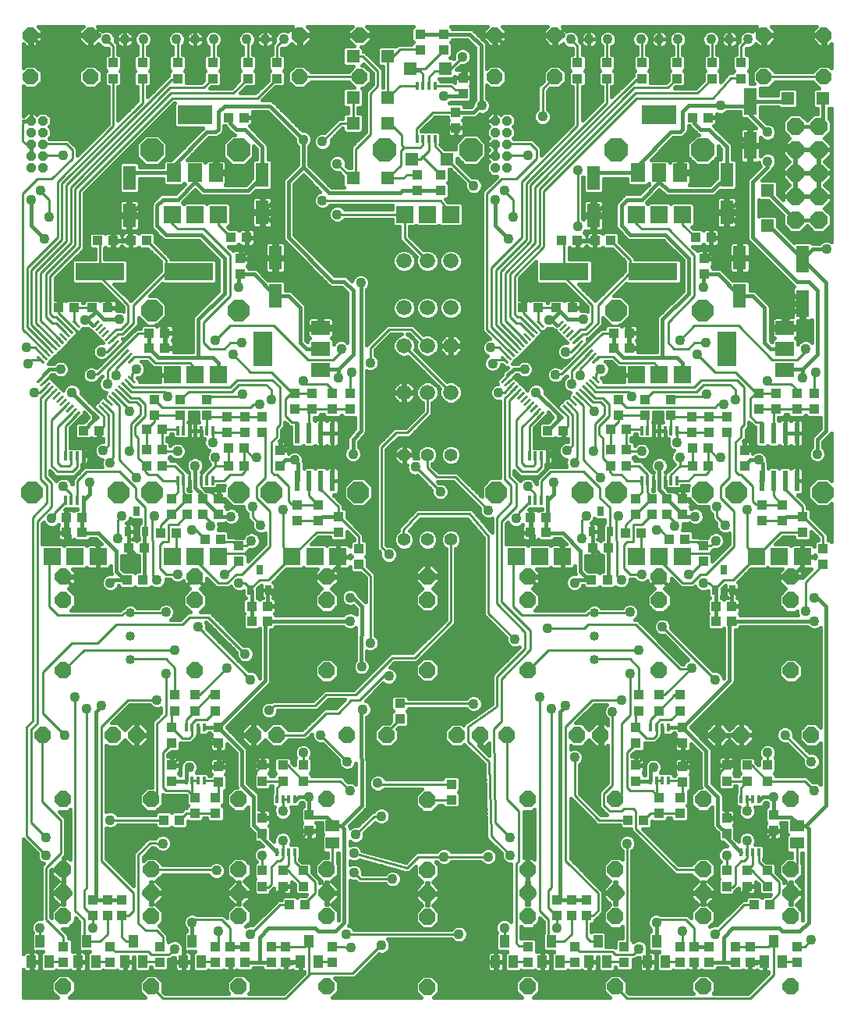
<source format=gbl>
G75*
%MOIN*%
%OFA0B0*%
%FSLAX25Y25*%
%IPPOS*%
%LPD*%
%AMOC8*
5,1,8,0,0,1.08239X$1,22.5*
%
%ADD10R,0.07400X0.07400*%
%ADD11OC8,0.09080*%
%ADD12OC8,0.10000*%
%ADD13OC8,0.06600*%
%ADD14R,0.01000X0.03937*%
%ADD15R,0.03937X0.01000*%
%ADD16R,0.21000X0.07600*%
%ADD17R,0.04331X0.03937*%
%ADD18OC8,0.04200*%
%ADD19R,0.01200X0.03900*%
%ADD20R,0.03937X0.04331*%
%ADD21R,0.02362X0.08661*%
%ADD22R,0.03937X0.05512*%
%ADD23R,0.02756X0.03937*%
%ADD24R,0.05512X0.10236*%
%ADD25R,0.07900X0.05900*%
%ADD26R,0.07900X0.15000*%
%ADD27R,0.05900X0.07900*%
%ADD28R,0.15000X0.07900*%
%ADD29C,0.04356*%
%ADD30R,0.01614X0.04016*%
%ADD31R,0.01378X0.03543*%
%ADD32C,0.04000*%
%ADD33R,0.05906X0.05118*%
%ADD34OC8,0.07000*%
%ADD35R,0.05512X0.11811*%
%ADD36R,0.05512X0.05512*%
%ADD37OC8,0.07400*%
%ADD38C,0.05600*%
%ADD39C,0.06600*%
%ADD40C,0.01000*%
%ADD41C,0.01600*%
%ADD42C,0.04362*%
%ADD43C,0.03969*%
D10*
X0016957Y0192991D03*
X0026800Y0192991D03*
X0036643Y0192991D03*
X0068207Y0192991D03*
X0078050Y0192991D03*
X0087893Y0192991D03*
X0119457Y0192991D03*
X0129300Y0192991D03*
X0139143Y0192991D03*
X0087893Y0270617D03*
X0078050Y0270617D03*
X0068207Y0270617D03*
X0068207Y0339054D03*
X0078050Y0339054D03*
X0087893Y0339054D03*
X0167548Y0339202D03*
X0177391Y0339202D03*
X0187233Y0339202D03*
X0266633Y0339054D03*
X0276475Y0339054D03*
X0286318Y0339054D03*
X0286318Y0270617D03*
X0276475Y0270617D03*
X0266633Y0270617D03*
X0266633Y0192991D03*
X0276475Y0192991D03*
X0286318Y0192991D03*
X0317883Y0192991D03*
X0327725Y0192991D03*
X0337568Y0192991D03*
X0235068Y0192991D03*
X0225225Y0192991D03*
X0215383Y0192991D03*
D11*
X0206721Y0220550D03*
X0243729Y0220550D03*
X0257971Y0220550D03*
X0294979Y0220550D03*
X0309221Y0220550D03*
X0346229Y0220550D03*
X0294979Y0298176D03*
X0257971Y0298176D03*
X0147804Y0220550D03*
X0110796Y0220550D03*
X0096554Y0220550D03*
X0059546Y0220550D03*
X0045304Y0220550D03*
X0008296Y0220550D03*
X0059546Y0298176D03*
X0096554Y0298176D03*
D12*
X0096554Y0366613D03*
X0059546Y0366613D03*
X0158887Y0366761D03*
X0195894Y0366761D03*
X0257971Y0366613D03*
X0294979Y0366613D03*
D13*
X0321175Y0397900D03*
X0321175Y0415700D03*
X0346775Y0415700D03*
X0346775Y0397900D03*
X0231775Y0397900D03*
X0231775Y0415700D03*
X0206175Y0415700D03*
X0206175Y0397900D03*
X0148350Y0397900D03*
X0148350Y0415700D03*
X0122750Y0415700D03*
X0122750Y0397900D03*
X0033350Y0397900D03*
X0033350Y0415700D03*
X0007750Y0415700D03*
X0007750Y0397900D03*
D14*
G36*
X0034550Y0290717D02*
X0033843Y0291424D01*
X0036626Y0294207D01*
X0037333Y0293500D01*
X0034550Y0290717D01*
G37*
G36*
X0035942Y0289325D02*
X0035235Y0290032D01*
X0038018Y0292815D01*
X0038725Y0292108D01*
X0035942Y0289325D01*
G37*
G36*
X0037334Y0287933D02*
X0036627Y0288640D01*
X0039410Y0291423D01*
X0040117Y0290716D01*
X0037334Y0287933D01*
G37*
G36*
X0038726Y0286541D02*
X0038019Y0287248D01*
X0040802Y0290031D01*
X0041509Y0289324D01*
X0038726Y0286541D01*
G37*
G36*
X0040118Y0285149D02*
X0039411Y0285856D01*
X0042194Y0288639D01*
X0042901Y0287932D01*
X0040118Y0285149D01*
G37*
G36*
X0041510Y0283757D02*
X0040803Y0284464D01*
X0043586Y0287247D01*
X0044293Y0286540D01*
X0041510Y0283757D01*
G37*
G36*
X0042902Y0282366D02*
X0042195Y0283073D01*
X0044978Y0285856D01*
X0045685Y0285149D01*
X0042902Y0282366D01*
G37*
G36*
X0044294Y0280974D02*
X0043587Y0281681D01*
X0046370Y0284464D01*
X0047077Y0283757D01*
X0044294Y0280974D01*
G37*
G36*
X0045686Y0279582D02*
X0044979Y0280289D01*
X0047762Y0283072D01*
X0048469Y0282365D01*
X0045686Y0279582D01*
G37*
G36*
X0047078Y0278190D02*
X0046371Y0278897D01*
X0049154Y0281680D01*
X0049861Y0280973D01*
X0047078Y0278190D01*
G37*
G36*
X0048470Y0276798D02*
X0047763Y0277505D01*
X0050546Y0280288D01*
X0051253Y0279581D01*
X0048470Y0276798D01*
G37*
G36*
X0049862Y0275406D02*
X0049155Y0276113D01*
X0051938Y0278896D01*
X0052645Y0278189D01*
X0049862Y0275406D01*
G37*
G36*
X0026199Y0251743D02*
X0025492Y0252450D01*
X0028275Y0255233D01*
X0028982Y0254526D01*
X0026199Y0251743D01*
G37*
G36*
X0024807Y0253135D02*
X0024100Y0253842D01*
X0026883Y0256625D01*
X0027590Y0255918D01*
X0024807Y0253135D01*
G37*
G36*
X0023415Y0254527D02*
X0022708Y0255234D01*
X0025491Y0258017D01*
X0026198Y0257310D01*
X0023415Y0254527D01*
G37*
G36*
X0022023Y0255919D02*
X0021316Y0256626D01*
X0024099Y0259409D01*
X0024806Y0258702D01*
X0022023Y0255919D01*
G37*
G36*
X0020631Y0257311D02*
X0019924Y0258018D01*
X0022707Y0260801D01*
X0023414Y0260094D01*
X0020631Y0257311D01*
G37*
G36*
X0019239Y0258703D02*
X0018532Y0259410D01*
X0021315Y0262193D01*
X0022022Y0261486D01*
X0019239Y0258703D01*
G37*
G36*
X0017847Y0260094D02*
X0017140Y0260801D01*
X0019923Y0263584D01*
X0020630Y0262877D01*
X0017847Y0260094D01*
G37*
G36*
X0016455Y0261486D02*
X0015748Y0262193D01*
X0018531Y0264976D01*
X0019238Y0264269D01*
X0016455Y0261486D01*
G37*
G36*
X0015063Y0262878D02*
X0014356Y0263585D01*
X0017139Y0266368D01*
X0017846Y0265661D01*
X0015063Y0262878D01*
G37*
G36*
X0013671Y0264270D02*
X0012964Y0264977D01*
X0015747Y0267760D01*
X0016454Y0267053D01*
X0013671Y0264270D01*
G37*
G36*
X0012279Y0265662D02*
X0011572Y0266369D01*
X0014355Y0269152D01*
X0015062Y0268445D01*
X0012279Y0265662D01*
G37*
G36*
X0010887Y0267054D02*
X0010180Y0267761D01*
X0012963Y0270544D01*
X0013670Y0269837D01*
X0010887Y0267054D01*
G37*
G36*
X0209313Y0267054D02*
X0208606Y0267761D01*
X0211389Y0270544D01*
X0212096Y0269837D01*
X0209313Y0267054D01*
G37*
G36*
X0210704Y0265662D02*
X0209997Y0266369D01*
X0212780Y0269152D01*
X0213487Y0268445D01*
X0210704Y0265662D01*
G37*
G36*
X0212096Y0264270D02*
X0211389Y0264977D01*
X0214172Y0267760D01*
X0214879Y0267053D01*
X0212096Y0264270D01*
G37*
G36*
X0213488Y0262878D02*
X0212781Y0263585D01*
X0215564Y0266368D01*
X0216271Y0265661D01*
X0213488Y0262878D01*
G37*
G36*
X0214880Y0261486D02*
X0214173Y0262193D01*
X0216956Y0264976D01*
X0217663Y0264269D01*
X0214880Y0261486D01*
G37*
G36*
X0216272Y0260094D02*
X0215565Y0260801D01*
X0218348Y0263584D01*
X0219055Y0262877D01*
X0216272Y0260094D01*
G37*
G36*
X0217664Y0258703D02*
X0216957Y0259410D01*
X0219740Y0262193D01*
X0220447Y0261486D01*
X0217664Y0258703D01*
G37*
G36*
X0219056Y0257311D02*
X0218349Y0258018D01*
X0221132Y0260801D01*
X0221839Y0260094D01*
X0219056Y0257311D01*
G37*
G36*
X0220448Y0255919D02*
X0219741Y0256626D01*
X0222524Y0259409D01*
X0223231Y0258702D01*
X0220448Y0255919D01*
G37*
G36*
X0221840Y0254527D02*
X0221133Y0255234D01*
X0223916Y0258017D01*
X0224623Y0257310D01*
X0221840Y0254527D01*
G37*
G36*
X0223232Y0253135D02*
X0222525Y0253842D01*
X0225308Y0256625D01*
X0226015Y0255918D01*
X0223232Y0253135D01*
G37*
G36*
X0224624Y0251743D02*
X0223917Y0252450D01*
X0226700Y0255233D01*
X0227407Y0254526D01*
X0224624Y0251743D01*
G37*
G36*
X0246895Y0276798D02*
X0246188Y0277505D01*
X0248971Y0280288D01*
X0249678Y0279581D01*
X0246895Y0276798D01*
G37*
G36*
X0248287Y0275406D02*
X0247580Y0276113D01*
X0250363Y0278896D01*
X0251070Y0278189D01*
X0248287Y0275406D01*
G37*
G36*
X0245503Y0278190D02*
X0244796Y0278897D01*
X0247579Y0281680D01*
X0248286Y0280973D01*
X0245503Y0278190D01*
G37*
G36*
X0244111Y0279582D02*
X0243404Y0280289D01*
X0246187Y0283072D01*
X0246894Y0282365D01*
X0244111Y0279582D01*
G37*
G36*
X0242719Y0280974D02*
X0242012Y0281681D01*
X0244795Y0284464D01*
X0245502Y0283757D01*
X0242719Y0280974D01*
G37*
G36*
X0241327Y0282366D02*
X0240620Y0283073D01*
X0243403Y0285856D01*
X0244110Y0285149D01*
X0241327Y0282366D01*
G37*
G36*
X0239935Y0283757D02*
X0239228Y0284464D01*
X0242011Y0287247D01*
X0242718Y0286540D01*
X0239935Y0283757D01*
G37*
G36*
X0238543Y0285149D02*
X0237836Y0285856D01*
X0240619Y0288639D01*
X0241326Y0287932D01*
X0238543Y0285149D01*
G37*
G36*
X0237151Y0286541D02*
X0236444Y0287248D01*
X0239227Y0290031D01*
X0239934Y0289324D01*
X0237151Y0286541D01*
G37*
G36*
X0235759Y0287933D02*
X0235052Y0288640D01*
X0237835Y0291423D01*
X0238542Y0290716D01*
X0235759Y0287933D01*
G37*
G36*
X0234367Y0289325D02*
X0233660Y0290032D01*
X0236443Y0292815D01*
X0237150Y0292108D01*
X0234367Y0289325D01*
G37*
G36*
X0232976Y0290717D02*
X0232269Y0291424D01*
X0235052Y0294207D01*
X0235759Y0293500D01*
X0232976Y0290717D01*
G37*
D15*
G36*
X0226700Y0290717D02*
X0223917Y0293500D01*
X0224624Y0294207D01*
X0227407Y0291424D01*
X0226700Y0290717D01*
G37*
G36*
X0225308Y0289325D02*
X0222525Y0292108D01*
X0223232Y0292815D01*
X0226015Y0290032D01*
X0225308Y0289325D01*
G37*
G36*
X0223916Y0287933D02*
X0221133Y0290716D01*
X0221840Y0291423D01*
X0224623Y0288640D01*
X0223916Y0287933D01*
G37*
G36*
X0222524Y0286541D02*
X0219741Y0289324D01*
X0220448Y0290031D01*
X0223231Y0287248D01*
X0222524Y0286541D01*
G37*
G36*
X0221132Y0285149D02*
X0218349Y0287932D01*
X0219056Y0288639D01*
X0221839Y0285856D01*
X0221132Y0285149D01*
G37*
G36*
X0219740Y0283757D02*
X0216957Y0286540D01*
X0217664Y0287247D01*
X0220447Y0284464D01*
X0219740Y0283757D01*
G37*
G36*
X0218348Y0282366D02*
X0215565Y0285149D01*
X0216272Y0285856D01*
X0219055Y0283073D01*
X0218348Y0282366D01*
G37*
G36*
X0216956Y0280974D02*
X0214173Y0283757D01*
X0214880Y0284464D01*
X0217663Y0281681D01*
X0216956Y0280974D01*
G37*
G36*
X0215564Y0279582D02*
X0212781Y0282365D01*
X0213488Y0283072D01*
X0216271Y0280289D01*
X0215564Y0279582D01*
G37*
G36*
X0214172Y0278190D02*
X0211389Y0280973D01*
X0212096Y0281680D01*
X0214879Y0278897D01*
X0214172Y0278190D01*
G37*
G36*
X0212780Y0276798D02*
X0209997Y0279581D01*
X0210704Y0280288D01*
X0213487Y0277505D01*
X0212780Y0276798D01*
G37*
G36*
X0211389Y0275406D02*
X0208606Y0278189D01*
X0209313Y0278896D01*
X0212096Y0276113D01*
X0211389Y0275406D01*
G37*
G36*
X0235052Y0251743D02*
X0232269Y0254526D01*
X0232976Y0255233D01*
X0235759Y0252450D01*
X0235052Y0251743D01*
G37*
G36*
X0236443Y0253135D02*
X0233660Y0255918D01*
X0234367Y0256625D01*
X0237150Y0253842D01*
X0236443Y0253135D01*
G37*
G36*
X0237835Y0254527D02*
X0235052Y0257310D01*
X0235759Y0258017D01*
X0238542Y0255234D01*
X0237835Y0254527D01*
G37*
G36*
X0239227Y0255919D02*
X0236444Y0258702D01*
X0237151Y0259409D01*
X0239934Y0256626D01*
X0239227Y0255919D01*
G37*
G36*
X0240619Y0257311D02*
X0237836Y0260094D01*
X0238543Y0260801D01*
X0241326Y0258018D01*
X0240619Y0257311D01*
G37*
G36*
X0242011Y0258703D02*
X0239228Y0261486D01*
X0239935Y0262193D01*
X0242718Y0259410D01*
X0242011Y0258703D01*
G37*
G36*
X0243403Y0260094D02*
X0240620Y0262877D01*
X0241327Y0263584D01*
X0244110Y0260801D01*
X0243403Y0260094D01*
G37*
G36*
X0244795Y0261486D02*
X0242012Y0264269D01*
X0242719Y0264976D01*
X0245502Y0262193D01*
X0244795Y0261486D01*
G37*
G36*
X0246187Y0262878D02*
X0243404Y0265661D01*
X0244111Y0266368D01*
X0246894Y0263585D01*
X0246187Y0262878D01*
G37*
G36*
X0247579Y0264270D02*
X0244796Y0267053D01*
X0245503Y0267760D01*
X0248286Y0264977D01*
X0247579Y0264270D01*
G37*
G36*
X0248971Y0265662D02*
X0246188Y0268445D01*
X0246895Y0269152D01*
X0249678Y0266369D01*
X0248971Y0265662D01*
G37*
G36*
X0250363Y0267054D02*
X0247580Y0269837D01*
X0248287Y0270544D01*
X0251070Y0267761D01*
X0250363Y0267054D01*
G37*
G36*
X0051938Y0267054D02*
X0049155Y0269837D01*
X0049862Y0270544D01*
X0052645Y0267761D01*
X0051938Y0267054D01*
G37*
G36*
X0050546Y0265662D02*
X0047763Y0268445D01*
X0048470Y0269152D01*
X0051253Y0266369D01*
X0050546Y0265662D01*
G37*
G36*
X0049154Y0264270D02*
X0046371Y0267053D01*
X0047078Y0267760D01*
X0049861Y0264977D01*
X0049154Y0264270D01*
G37*
G36*
X0047762Y0262878D02*
X0044979Y0265661D01*
X0045686Y0266368D01*
X0048469Y0263585D01*
X0047762Y0262878D01*
G37*
G36*
X0046370Y0261486D02*
X0043587Y0264269D01*
X0044294Y0264976D01*
X0047077Y0262193D01*
X0046370Y0261486D01*
G37*
G36*
X0044978Y0260094D02*
X0042195Y0262877D01*
X0042902Y0263584D01*
X0045685Y0260801D01*
X0044978Y0260094D01*
G37*
G36*
X0043586Y0258703D02*
X0040803Y0261486D01*
X0041510Y0262193D01*
X0044293Y0259410D01*
X0043586Y0258703D01*
G37*
G36*
X0042194Y0257311D02*
X0039411Y0260094D01*
X0040118Y0260801D01*
X0042901Y0258018D01*
X0042194Y0257311D01*
G37*
G36*
X0040802Y0255919D02*
X0038019Y0258702D01*
X0038726Y0259409D01*
X0041509Y0256626D01*
X0040802Y0255919D01*
G37*
G36*
X0039410Y0254527D02*
X0036627Y0257310D01*
X0037334Y0258017D01*
X0040117Y0255234D01*
X0039410Y0254527D01*
G37*
G36*
X0038018Y0253135D02*
X0035235Y0255918D01*
X0035942Y0256625D01*
X0038725Y0253842D01*
X0038018Y0253135D01*
G37*
G36*
X0036626Y0251743D02*
X0033843Y0254526D01*
X0034550Y0255233D01*
X0037333Y0252450D01*
X0036626Y0251743D01*
G37*
G36*
X0015747Y0278190D02*
X0012964Y0280973D01*
X0013671Y0281680D01*
X0016454Y0278897D01*
X0015747Y0278190D01*
G37*
G36*
X0014355Y0276798D02*
X0011572Y0279581D01*
X0012279Y0280288D01*
X0015062Y0277505D01*
X0014355Y0276798D01*
G37*
G36*
X0012963Y0275406D02*
X0010180Y0278189D01*
X0010887Y0278896D01*
X0013670Y0276113D01*
X0012963Y0275406D01*
G37*
G36*
X0017139Y0279582D02*
X0014356Y0282365D01*
X0015063Y0283072D01*
X0017846Y0280289D01*
X0017139Y0279582D01*
G37*
G36*
X0018531Y0280974D02*
X0015748Y0283757D01*
X0016455Y0284464D01*
X0019238Y0281681D01*
X0018531Y0280974D01*
G37*
G36*
X0019923Y0282366D02*
X0017140Y0285149D01*
X0017847Y0285856D01*
X0020630Y0283073D01*
X0019923Y0282366D01*
G37*
G36*
X0021315Y0283757D02*
X0018532Y0286540D01*
X0019239Y0287247D01*
X0022022Y0284464D01*
X0021315Y0283757D01*
G37*
G36*
X0022707Y0285149D02*
X0019924Y0287932D01*
X0020631Y0288639D01*
X0023414Y0285856D01*
X0022707Y0285149D01*
G37*
G36*
X0024099Y0286541D02*
X0021316Y0289324D01*
X0022023Y0290031D01*
X0024806Y0287248D01*
X0024099Y0286541D01*
G37*
G36*
X0025491Y0287933D02*
X0022708Y0290716D01*
X0023415Y0291423D01*
X0026198Y0288640D01*
X0025491Y0287933D01*
G37*
G36*
X0026883Y0289325D02*
X0024100Y0292108D01*
X0024807Y0292815D01*
X0027590Y0290032D01*
X0026883Y0289325D01*
G37*
G36*
X0028275Y0290717D02*
X0025492Y0293500D01*
X0026199Y0294207D01*
X0028982Y0291424D01*
X0028275Y0290717D01*
G37*
D16*
X0037394Y0314710D03*
X0075394Y0314710D03*
X0235819Y0314710D03*
X0273819Y0314710D03*
D17*
X0255668Y0328060D03*
X0248975Y0328060D03*
X0241451Y0327981D03*
X0234758Y0327981D03*
X0232504Y0299300D03*
X0239197Y0299300D03*
X0224822Y0299300D03*
X0218129Y0299300D03*
X0256879Y0288488D03*
X0256879Y0282051D03*
X0263572Y0282051D03*
X0263572Y0288488D03*
X0258975Y0260146D03*
X0258975Y0253454D03*
X0255629Y0247425D03*
X0262322Y0247425D03*
X0270225Y0253454D03*
X0270225Y0260146D03*
X0281475Y0260146D03*
X0281475Y0253454D03*
X0297725Y0252646D03*
X0297725Y0245954D03*
X0305225Y0245954D03*
X0305225Y0252646D03*
X0297322Y0231800D03*
X0290629Y0231800D03*
X0279725Y0217646D03*
X0273225Y0217646D03*
X0266475Y0217646D03*
X0266475Y0210954D03*
X0273225Y0210954D03*
X0279725Y0210954D03*
X0295225Y0197646D03*
X0295225Y0190954D03*
X0300629Y0171800D03*
X0307322Y0171800D03*
X0328975Y0208454D03*
X0328975Y0215146D03*
X0337725Y0210146D03*
X0337725Y0203454D03*
X0346475Y0196396D03*
X0346475Y0189704D03*
X0342725Y0255954D03*
X0342725Y0262646D03*
X0335225Y0262646D03*
X0335225Y0255954D03*
X0326475Y0255954D03*
X0326475Y0262646D03*
X0262322Y0231800D03*
X0255629Y0231800D03*
X0235447Y0246800D03*
X0228754Y0246800D03*
X0228129Y0209605D03*
X0228129Y0203355D03*
X0221436Y0203355D03*
X0221436Y0209605D03*
X0248129Y0196800D03*
X0254822Y0196800D03*
X0267725Y0133896D03*
X0267725Y0127204D03*
X0266475Y0120146D03*
X0266475Y0113454D03*
X0276475Y0127204D03*
X0276475Y0133896D03*
X0285225Y0133896D03*
X0285225Y0127204D03*
X0313975Y0103896D03*
X0313975Y0097204D03*
X0322725Y0097204D03*
X0322725Y0103896D03*
X0285225Y0090146D03*
X0285225Y0083454D03*
X0313975Y0058896D03*
X0313975Y0052204D03*
X0322725Y0052204D03*
X0322725Y0058896D03*
X0315225Y0026396D03*
X0308975Y0026396D03*
X0308975Y0019704D03*
X0315225Y0019704D03*
X0297725Y0019704D03*
X0291475Y0019704D03*
X0285225Y0019704D03*
X0285225Y0026396D03*
X0291475Y0026396D03*
X0297725Y0026396D03*
X0261475Y0026396D03*
X0261475Y0019704D03*
X0245225Y0039704D03*
X0245225Y0046396D03*
X0238975Y0046396D03*
X0238975Y0039704D03*
X0232725Y0039704D03*
X0232725Y0046396D03*
X0240225Y0026396D03*
X0240225Y0019704D03*
X0220225Y0019704D03*
X0220225Y0026396D03*
X0187617Y0089182D03*
X0187617Y0095875D03*
X0165589Y0123591D03*
X0165589Y0130284D03*
X0124300Y0103896D03*
X0124300Y0097204D03*
X0115550Y0097204D03*
X0115550Y0103896D03*
X0086800Y0090146D03*
X0086800Y0083454D03*
X0068050Y0113454D03*
X0068050Y0120146D03*
X0069300Y0127204D03*
X0069300Y0133896D03*
X0078050Y0133896D03*
X0078050Y0127204D03*
X0086800Y0127204D03*
X0086800Y0133896D03*
X0102204Y0171800D03*
X0108896Y0171800D03*
X0096800Y0190954D03*
X0096800Y0197646D03*
X0081300Y0210954D03*
X0074800Y0210954D03*
X0074800Y0217646D03*
X0081300Y0217646D03*
X0068050Y0217646D03*
X0068050Y0210954D03*
X0056396Y0196800D03*
X0049704Y0196800D03*
X0029704Y0203355D03*
X0029704Y0209605D03*
X0023011Y0209605D03*
X0023011Y0203355D03*
X0030329Y0246800D03*
X0037021Y0246800D03*
X0057204Y0247425D03*
X0060550Y0253454D03*
X0060550Y0260146D03*
X0063896Y0247425D03*
X0071800Y0253454D03*
X0071800Y0260146D03*
X0083050Y0260146D03*
X0083050Y0253454D03*
X0099300Y0252646D03*
X0099300Y0245954D03*
X0106800Y0245954D03*
X0106800Y0252646D03*
X0098896Y0231800D03*
X0092204Y0231800D03*
X0063896Y0231800D03*
X0057204Y0231800D03*
X0058454Y0282051D03*
X0058454Y0288488D03*
X0065146Y0288488D03*
X0065146Y0282051D03*
X0040771Y0299300D03*
X0034079Y0299300D03*
X0026396Y0299300D03*
X0019704Y0299300D03*
X0036332Y0327981D03*
X0043025Y0327981D03*
X0050550Y0328060D03*
X0057243Y0328060D03*
X0092204Y0380550D03*
X0098896Y0380550D03*
X0100550Y0397204D03*
X0100550Y0403896D03*
X0113050Y0403896D03*
X0113050Y0397204D03*
X0085550Y0397204D03*
X0085550Y0403896D03*
X0070550Y0403896D03*
X0070550Y0397204D03*
X0055550Y0397204D03*
X0055550Y0403896D03*
X0043050Y0403896D03*
X0043050Y0397204D03*
X0128050Y0262646D03*
X0128050Y0255954D03*
X0136800Y0255954D03*
X0136800Y0262646D03*
X0144300Y0262646D03*
X0144300Y0255954D03*
X0130550Y0215146D03*
X0130550Y0208454D03*
X0139300Y0210146D03*
X0139300Y0203454D03*
X0148050Y0196396D03*
X0148050Y0189704D03*
X0124300Y0058896D03*
X0124300Y0052204D03*
X0115550Y0052204D03*
X0115550Y0058896D03*
X0116800Y0026396D03*
X0110550Y0026396D03*
X0110550Y0019704D03*
X0116800Y0019704D03*
X0099300Y0019704D03*
X0093050Y0019704D03*
X0086800Y0019704D03*
X0086800Y0026396D03*
X0093050Y0026396D03*
X0099300Y0026396D03*
X0063050Y0026396D03*
X0063050Y0019704D03*
X0046800Y0039704D03*
X0046800Y0046396D03*
X0040550Y0046396D03*
X0040550Y0039704D03*
X0034300Y0039704D03*
X0034300Y0046396D03*
X0041800Y0026396D03*
X0041800Y0019704D03*
X0021800Y0019704D03*
X0021800Y0026396D03*
X0136800Y0026396D03*
X0136800Y0019704D03*
X0335225Y0019704D03*
X0335225Y0026396D03*
X0183011Y0349438D03*
X0183011Y0356131D03*
X0173011Y0356131D03*
X0173011Y0349438D03*
X0174261Y0409438D03*
X0174261Y0416131D03*
X0184261Y0416131D03*
X0184261Y0409438D03*
X0241475Y0403896D03*
X0241475Y0397204D03*
X0253975Y0397204D03*
X0253975Y0403896D03*
X0268975Y0403896D03*
X0268975Y0397204D03*
X0283975Y0397204D03*
X0283975Y0403896D03*
X0298975Y0403896D03*
X0298975Y0397204D03*
X0311475Y0397204D03*
X0311475Y0403896D03*
X0297322Y0380550D03*
X0290629Y0380550D03*
D18*
X0211337Y0379088D03*
X0206337Y0379088D03*
X0206337Y0374088D03*
X0206337Y0369088D03*
X0206337Y0364088D03*
X0206337Y0359088D03*
X0211337Y0359088D03*
X0211337Y0364088D03*
X0211337Y0369088D03*
X0211337Y0374088D03*
X0012912Y0374088D03*
X0012912Y0369088D03*
X0012912Y0364088D03*
X0012912Y0359088D03*
X0007912Y0359088D03*
X0007912Y0364088D03*
X0007912Y0369088D03*
X0007912Y0374088D03*
X0007912Y0379088D03*
X0012912Y0379088D03*
D19*
X0070550Y0246880D03*
X0073050Y0246880D03*
X0075550Y0246880D03*
X0078050Y0246880D03*
X0080550Y0246880D03*
X0083050Y0246880D03*
X0085550Y0246880D03*
X0085550Y0225480D03*
X0083050Y0225480D03*
X0080550Y0225480D03*
X0078050Y0225480D03*
X0075550Y0225480D03*
X0073050Y0225480D03*
X0070550Y0225480D03*
X0268975Y0225480D03*
X0271475Y0225480D03*
X0273975Y0225480D03*
X0276475Y0225480D03*
X0278975Y0225480D03*
X0281475Y0225480D03*
X0283975Y0225480D03*
X0283975Y0246880D03*
X0281475Y0246880D03*
X0278975Y0246880D03*
X0276475Y0246880D03*
X0273975Y0246880D03*
X0271475Y0246880D03*
X0268975Y0246880D03*
D20*
X0262322Y0238670D03*
X0255629Y0238670D03*
X0261879Y0203050D03*
X0268572Y0203050D03*
X0280629Y0200550D03*
X0287322Y0200550D03*
X0286475Y0210954D03*
X0286475Y0217646D03*
X0290629Y0239300D03*
X0290225Y0245954D03*
X0290225Y0252646D03*
X0297322Y0239300D03*
X0312886Y0238533D03*
X0312886Y0231841D03*
X0320225Y0215146D03*
X0320225Y0208454D03*
X0307322Y0165550D03*
X0300629Y0165550D03*
X0286475Y0120146D03*
X0286475Y0113454D03*
X0286475Y0103276D03*
X0286475Y0096583D03*
X0276475Y0090146D03*
X0276475Y0083454D03*
X0269822Y0080550D03*
X0263129Y0080550D03*
X0266475Y0097204D03*
X0266475Y0103896D03*
X0305225Y0103896D03*
X0305225Y0097204D03*
X0305225Y0081396D03*
X0305225Y0074704D03*
X0305225Y0058896D03*
X0305225Y0052204D03*
X0316879Y0044300D03*
X0323572Y0044300D03*
X0325225Y0075954D03*
X0325225Y0082646D03*
X0254202Y0183050D03*
X0247509Y0183050D03*
X0318975Y0255954D03*
X0318975Y0262646D03*
X0295806Y0313660D03*
X0295806Y0320353D03*
X0298572Y0329300D03*
X0291879Y0329300D03*
X0192617Y0390747D03*
X0192617Y0397440D03*
X0189467Y0382843D03*
X0189467Y0376150D03*
X0100146Y0329300D03*
X0093454Y0329300D03*
X0097381Y0320353D03*
X0097381Y0313660D03*
X0120550Y0262646D03*
X0120550Y0255954D03*
X0114461Y0238533D03*
X0114461Y0231841D03*
X0121800Y0215146D03*
X0121800Y0208454D03*
X0098896Y0239300D03*
X0092204Y0239300D03*
X0091800Y0245954D03*
X0091800Y0252646D03*
X0063896Y0238670D03*
X0057204Y0238670D03*
X0063454Y0203050D03*
X0070146Y0203050D03*
X0082204Y0200550D03*
X0088896Y0200550D03*
X0088050Y0210954D03*
X0088050Y0217646D03*
X0055776Y0183050D03*
X0049083Y0183050D03*
X0088050Y0120146D03*
X0088050Y0113454D03*
X0088050Y0103276D03*
X0088050Y0096583D03*
X0078050Y0090146D03*
X0078050Y0083454D03*
X0071396Y0080550D03*
X0064704Y0080550D03*
X0068050Y0097204D03*
X0068050Y0103896D03*
X0106800Y0103896D03*
X0106800Y0097204D03*
X0106800Y0081396D03*
X0106800Y0074704D03*
X0106800Y0058896D03*
X0106800Y0052204D03*
X0118454Y0044300D03*
X0125146Y0044300D03*
X0126800Y0075954D03*
X0126800Y0082646D03*
X0108896Y0165550D03*
X0102204Y0165550D03*
D21*
X0121800Y0225314D03*
X0126800Y0225314D03*
X0131800Y0225314D03*
X0136800Y0225314D03*
X0136800Y0245786D03*
X0131800Y0245786D03*
X0126800Y0245786D03*
X0121800Y0245786D03*
X0320225Y0245786D03*
X0325225Y0245786D03*
X0330225Y0245786D03*
X0335225Y0245786D03*
X0335225Y0225314D03*
X0330225Y0225314D03*
X0325225Y0225314D03*
X0320225Y0225314D03*
D22*
X0325225Y0028631D03*
X0321485Y0019969D03*
X0328965Y0019969D03*
X0278965Y0019969D03*
X0271485Y0019969D03*
X0275225Y0028631D03*
X0253965Y0019969D03*
X0246485Y0019969D03*
X0250225Y0028631D03*
X0233965Y0019969D03*
X0226485Y0019969D03*
X0230225Y0028631D03*
X0213965Y0019969D03*
X0206485Y0019969D03*
X0210225Y0028631D03*
X0130540Y0019969D03*
X0123060Y0019969D03*
X0126800Y0028631D03*
X0080540Y0019969D03*
X0073060Y0019969D03*
X0076800Y0028631D03*
X0055540Y0019969D03*
X0048060Y0019969D03*
X0051800Y0028631D03*
X0035540Y0019969D03*
X0031800Y0028631D03*
X0028060Y0019969D03*
X0015540Y0019969D03*
X0008060Y0019969D03*
X0011800Y0028631D03*
D23*
X0101810Y0178719D03*
X0109290Y0178719D03*
X0105550Y0187381D03*
X0056790Y0203719D03*
X0053050Y0212381D03*
X0049310Y0203719D03*
X0247735Y0203719D03*
X0255215Y0203719D03*
X0251475Y0212381D03*
X0300235Y0178719D03*
X0307715Y0178719D03*
X0303975Y0187381D03*
D24*
X0310851Y0304479D03*
X0310851Y0320621D03*
X0305225Y0339979D03*
X0305225Y0356121D03*
X0248350Y0354871D03*
X0248350Y0338729D03*
X0112426Y0320621D03*
X0112426Y0304479D03*
X0106800Y0339979D03*
X0106800Y0356121D03*
X0049925Y0354871D03*
X0049925Y0338729D03*
D25*
X0131700Y0290700D03*
X0131700Y0281700D03*
X0131700Y0272700D03*
X0330125Y0272700D03*
X0330125Y0281700D03*
X0330125Y0290700D03*
D26*
X0305325Y0281800D03*
X0106900Y0281800D03*
D27*
X0086950Y0356900D03*
X0077950Y0356900D03*
X0068950Y0356900D03*
X0267375Y0356900D03*
X0276375Y0356900D03*
X0285375Y0356900D03*
D28*
X0276475Y0381700D03*
X0078050Y0381700D03*
D29*
X0078050Y0413936D03*
X0070176Y0413936D03*
X0055924Y0413936D03*
X0048050Y0413936D03*
X0040176Y0413936D03*
X0085924Y0413936D03*
X0100176Y0413936D03*
X0108050Y0413936D03*
X0115924Y0413936D03*
X0238601Y0413936D03*
X0246475Y0413936D03*
X0254349Y0413936D03*
X0268601Y0413936D03*
X0276475Y0413936D03*
X0284349Y0413936D03*
X0298601Y0413936D03*
X0306475Y0413936D03*
X0314349Y0413936D03*
D30*
X0228621Y0235929D03*
X0226062Y0235929D03*
X0223503Y0235929D03*
X0220944Y0235929D03*
X0220944Y0217031D03*
X0223503Y0217031D03*
X0226062Y0217031D03*
X0228621Y0217031D03*
X0030196Y0217031D03*
X0027637Y0217031D03*
X0025078Y0217031D03*
X0022519Y0217031D03*
X0022519Y0235929D03*
X0025078Y0235929D03*
X0027637Y0235929D03*
X0030196Y0235929D03*
D31*
X0074211Y0119989D03*
X0076770Y0119989D03*
X0079330Y0119989D03*
X0081889Y0119989D03*
X0081889Y0097351D03*
X0079330Y0097351D03*
X0076770Y0097351D03*
X0074211Y0097351D03*
X0112961Y0089369D03*
X0115520Y0089369D03*
X0118080Y0089369D03*
X0120639Y0089369D03*
X0120639Y0066731D03*
X0118080Y0066731D03*
X0115520Y0066731D03*
X0112961Y0066731D03*
X0272637Y0097351D03*
X0275196Y0097351D03*
X0277755Y0097351D03*
X0280314Y0097351D03*
X0280314Y0119989D03*
X0277755Y0119989D03*
X0275196Y0119989D03*
X0272637Y0119989D03*
X0311387Y0089369D03*
X0313946Y0089369D03*
X0316505Y0089369D03*
X0319064Y0089369D03*
X0319064Y0066731D03*
X0316505Y0066731D03*
X0313946Y0066731D03*
X0311387Y0066731D03*
X0180599Y0371465D03*
X0178040Y0371465D03*
X0175481Y0371465D03*
X0172922Y0371465D03*
X0172922Y0394103D03*
X0175481Y0394103D03*
X0178040Y0394103D03*
X0180599Y0394103D03*
D32*
X0248650Y0169113D03*
X0248650Y0159113D03*
X0248650Y0149113D03*
X0050225Y0149113D03*
X0050225Y0159113D03*
X0050225Y0169113D03*
D33*
X0136800Y0078040D03*
X0136800Y0070560D03*
X0335225Y0070560D03*
X0335225Y0078040D03*
D34*
X0332725Y0089300D03*
X0341486Y0116800D03*
X0332725Y0144300D03*
X0311486Y0116800D03*
X0301486Y0116800D03*
X0295225Y0089300D03*
X0295225Y0059300D03*
X0295225Y0049300D03*
X0295225Y0049300D03*
X0295225Y0039300D03*
X0295225Y0009300D03*
X0332725Y0009300D03*
X0332725Y0039300D03*
X0332725Y0049300D03*
X0332725Y0049300D03*
X0332725Y0059300D03*
X0276475Y0144300D03*
X0276475Y0174300D03*
X0276475Y0184300D03*
X0220225Y0184300D03*
X0220225Y0174300D03*
X0220225Y0144300D03*
X0211475Y0116800D03*
X0199891Y0116761D03*
X0189891Y0116761D03*
X0177391Y0144536D03*
X0159891Y0116761D03*
X0143061Y0116800D03*
X0134300Y0144300D03*
X0113061Y0116800D03*
X0103061Y0116800D03*
X0096800Y0089300D03*
X0096800Y0059300D03*
X0096800Y0049300D03*
X0096800Y0049300D03*
X0096800Y0039300D03*
X0096800Y0009300D03*
X0134300Y0009300D03*
X0134300Y0039300D03*
X0134300Y0049300D03*
X0134300Y0049300D03*
X0134300Y0059300D03*
X0134300Y0089300D03*
X0177391Y0088985D03*
X0177391Y0058985D03*
X0177391Y0049103D03*
X0177391Y0048985D03*
X0177391Y0039103D03*
X0177391Y0009103D03*
X0220225Y0009300D03*
X0220225Y0039300D03*
X0220225Y0049300D03*
X0220225Y0049300D03*
X0220225Y0059300D03*
X0220225Y0089300D03*
X0241475Y0116800D03*
X0251475Y0116800D03*
X0257725Y0089300D03*
X0257725Y0059300D03*
X0257725Y0049300D03*
X0257725Y0049300D03*
X0257725Y0039300D03*
X0257725Y0009300D03*
X0332725Y0174300D03*
X0332725Y0184300D03*
X0177391Y0184536D03*
X0177391Y0174536D03*
X0134300Y0174300D03*
X0134300Y0184300D03*
X0078050Y0184300D03*
X0078050Y0174300D03*
X0078050Y0144300D03*
X0053050Y0116800D03*
X0043050Y0116800D03*
X0021800Y0144300D03*
X0013050Y0116800D03*
X0021800Y0089300D03*
X0021800Y0059300D03*
X0021800Y0049300D03*
X0021800Y0049300D03*
X0021800Y0039300D03*
X0021800Y0009300D03*
X0059300Y0009300D03*
X0059300Y0039300D03*
X0059300Y0049300D03*
X0059300Y0049300D03*
X0059300Y0059300D03*
X0059300Y0089300D03*
X0021800Y0174300D03*
X0021800Y0184300D03*
D35*
X0315225Y0368601D03*
X0315225Y0387499D03*
X0337725Y0319999D03*
X0337725Y0301101D03*
D36*
X0322725Y0334320D03*
X0322725Y0349280D03*
X0331495Y0388675D03*
X0346456Y0388675D03*
X0184866Y0401534D03*
X0169906Y0401534D03*
X0160491Y0406652D03*
X0145530Y0406652D03*
X0145530Y0389034D03*
X0145530Y0378109D03*
X0160491Y0378109D03*
X0160491Y0389034D03*
X0170830Y0362784D03*
X0160491Y0354585D03*
X0145530Y0354585D03*
X0185791Y0362784D03*
D37*
X0334600Y0366800D03*
X0334600Y0376800D03*
X0344600Y0376800D03*
X0344600Y0366800D03*
X0344600Y0356800D03*
X0344600Y0346800D03*
X0334600Y0346800D03*
X0334600Y0356800D03*
X0334600Y0336800D03*
X0344600Y0336800D03*
D38*
X0187391Y0236446D03*
X0177391Y0236446D03*
X0167391Y0236446D03*
X0167391Y0200225D03*
X0177391Y0200225D03*
X0187391Y0200225D03*
D39*
X0187391Y0263060D03*
X0177391Y0263060D03*
X0167391Y0263060D03*
X0167391Y0283060D03*
X0177391Y0283060D03*
X0187391Y0283060D03*
X0187391Y0299280D03*
X0177391Y0299280D03*
X0167391Y0299280D03*
X0167391Y0319280D03*
X0177391Y0319280D03*
X0187391Y0319280D03*
D40*
X0177391Y0319280D02*
X0167548Y0329123D01*
X0167548Y0339202D01*
X0138808Y0339202D01*
X0132509Y0345107D02*
X0182902Y0345107D01*
X0187233Y0339202D01*
X0187627Y0338808D01*
X0183857Y0349438D02*
X0183011Y0349438D01*
X0173011Y0349438D01*
X0172164Y0355284D02*
X0173011Y0356131D01*
X0168729Y0356131D01*
X0167184Y0354585D01*
X0160491Y0354585D01*
X0165973Y0360068D01*
X0165973Y0366367D01*
X0167391Y0367784D01*
X0166367Y0368808D01*
X0166367Y0373060D01*
X0161318Y0378109D01*
X0160491Y0378109D01*
X0152981Y0373454D02*
X0146682Y0367154D01*
X0146682Y0355737D01*
X0145530Y0354585D01*
X0145078Y0354585D01*
X0138808Y0360855D01*
X0132509Y0370304D02*
X0140314Y0378109D01*
X0145530Y0378109D01*
X0145530Y0389034D01*
X0152981Y0390776D02*
X0152981Y0373454D01*
X0167391Y0367784D02*
X0174261Y0367784D01*
X0175481Y0369005D01*
X0175481Y0371465D01*
X0173011Y0371554D02*
X0172922Y0371465D01*
X0172666Y0371721D01*
X0172666Y0375816D01*
X0179693Y0382843D01*
X0189467Y0382843D01*
X0189467Y0376150D02*
X0202272Y0376150D01*
X0202725Y0376603D01*
X0202725Y0370550D01*
X0203975Y0369300D01*
X0206126Y0369300D01*
X0206337Y0369088D01*
X0211337Y0369088D02*
X0211549Y0369300D01*
X0221475Y0369300D01*
X0223975Y0366800D01*
X0223975Y0363050D01*
X0215225Y0354300D01*
X0208975Y0354300D01*
X0202850Y0348175D01*
X0202850Y0290175D01*
X0213090Y0279935D01*
X0213134Y0279935D01*
X0214449Y0281327D02*
X0204725Y0291050D01*
X0204725Y0316300D01*
X0217725Y0329300D01*
X0217725Y0353175D01*
X0241475Y0376925D01*
X0241475Y0397204D01*
X0240629Y0398050D01*
X0241475Y0397204D02*
X0241072Y0396800D01*
X0241475Y0403896D02*
X0241475Y0411062D01*
X0238601Y0413936D01*
X0253975Y0413562D02*
X0253975Y0403896D01*
X0253975Y0397204D02*
X0253975Y0386800D01*
X0219600Y0352425D01*
X0219600Y0328425D01*
X0206600Y0315425D01*
X0206600Y0292050D01*
X0215918Y0282732D01*
X0215918Y0282719D01*
X0217290Y0284111D02*
X0208600Y0292800D01*
X0208600Y0314800D01*
X0221475Y0327675D01*
X0221475Y0351675D01*
X0266600Y0396800D01*
X0268572Y0396800D01*
X0268975Y0397204D01*
X0265850Y0393300D02*
X0223350Y0350800D01*
X0223350Y0326925D01*
X0210600Y0314175D01*
X0210600Y0293675D01*
X0218702Y0285573D01*
X0218702Y0285502D01*
X0217310Y0284111D02*
X0217290Y0284111D01*
X0214526Y0281327D02*
X0214449Y0281327D01*
X0211742Y0278543D02*
X0211732Y0278543D01*
X0207975Y0282300D01*
X0204475Y0282300D01*
X0206826Y0277151D02*
X0205225Y0275550D01*
X0206826Y0277151D02*
X0210351Y0277151D01*
X0211850Y0270800D02*
X0211850Y0270675D01*
X0211850Y0270299D01*
X0210351Y0268799D01*
X0211742Y0267407D02*
X0213885Y0269550D01*
X0223225Y0269550D01*
X0228725Y0275050D01*
X0228725Y0286550D01*
X0224270Y0291005D01*
X0224270Y0291070D01*
X0224270Y0291130D01*
X0218225Y0297175D01*
X0218225Y0299204D01*
X0218129Y0299300D01*
X0218975Y0300146D01*
X0216975Y0295550D02*
X0215725Y0295550D01*
X0214600Y0296675D01*
X0214600Y0312800D01*
X0227100Y0325300D01*
X0227100Y0349175D01*
X0266725Y0388800D01*
X0299044Y0388808D01*
X0299446Y0388800D01*
X0307009Y0397461D01*
X0311475Y0397204D01*
X0311072Y0396800D01*
X0311475Y0403896D02*
X0311475Y0411062D01*
X0314349Y0413936D01*
X0298975Y0413562D02*
X0298975Y0403896D01*
X0298975Y0397204D02*
X0292822Y0391050D01*
X0266225Y0391050D01*
X0225225Y0350050D01*
X0225225Y0326175D01*
X0212725Y0313675D01*
X0212725Y0295550D01*
X0215475Y0292800D01*
X0216975Y0292800D01*
X0221486Y0288289D01*
X0221486Y0288286D01*
X0222847Y0289678D02*
X0216975Y0295550D01*
X0224822Y0293302D02*
X0225662Y0292462D01*
X0224822Y0293302D02*
X0224822Y0299300D01*
X0232504Y0299300D01*
X0234014Y0297790D01*
X0234014Y0292462D02*
X0233351Y0291800D01*
X0232725Y0291800D01*
X0230225Y0293300D02*
X0229475Y0294050D01*
X0222878Y0289678D02*
X0222847Y0289678D01*
X0228725Y0275050D02*
X0236100Y0275050D01*
X0239214Y0278163D01*
X0239214Y0278175D01*
X0243757Y0282719D01*
X0243769Y0282719D01*
X0252850Y0291800D01*
X0261475Y0291800D01*
X0263572Y0289704D01*
X0263572Y0288488D01*
X0263572Y0282051D01*
X0267976Y0282051D01*
X0268975Y0283050D01*
X0274350Y0275675D02*
X0259475Y0275675D01*
X0256725Y0278425D01*
X0250599Y0278425D01*
X0249325Y0277151D01*
X0250224Y0278050D01*
X0247968Y0278543D02*
X0247933Y0278543D01*
X0242725Y0273335D01*
X0242725Y0270550D01*
X0238975Y0272369D02*
X0238975Y0266800D01*
X0236837Y0261800D02*
X0239581Y0259056D01*
X0240973Y0260448D02*
X0243975Y0257446D01*
X0243975Y0234300D01*
X0251475Y0226800D01*
X0255225Y0229300D02*
X0255225Y0231396D01*
X0255629Y0231800D01*
X0252225Y0235204D01*
X0252225Y0243675D01*
X0250850Y0245050D01*
X0250850Y0248800D01*
X0255100Y0253050D01*
X0255100Y0258175D01*
X0252475Y0260800D01*
X0248972Y0260800D01*
X0245149Y0264623D01*
X0245152Y0264623D01*
X0243794Y0263231D02*
X0243757Y0263231D01*
X0248064Y0258925D01*
X0251475Y0258925D01*
X0252975Y0257425D01*
X0252975Y0253800D01*
X0248975Y0249800D01*
X0248975Y0239300D01*
X0248350Y0238675D01*
X0248350Y0238050D01*
X0241475Y0235550D02*
X0240225Y0234300D01*
X0240225Y0233050D01*
X0241475Y0235550D02*
X0241475Y0254300D01*
X0238189Y0257586D01*
X0238189Y0257664D01*
X0236797Y0256272D02*
X0236797Y0256228D01*
X0239475Y0253550D01*
X0239350Y0253425D01*
X0239350Y0240550D01*
X0237100Y0238300D01*
X0235447Y0246800D02*
X0237350Y0248704D01*
X0237350Y0252925D01*
X0235405Y0254870D01*
X0235405Y0254880D01*
X0235395Y0254880D01*
X0232475Y0257800D01*
X0232475Y0260300D01*
X0223225Y0269550D01*
X0218975Y0273050D02*
X0218975Y0273050D01*
X0213134Y0266015D02*
X0213134Y0265959D01*
X0210225Y0263050D01*
X0207725Y0263050D01*
X0210475Y0260572D02*
X0214526Y0264623D01*
X0215907Y0263231D02*
X0212350Y0259675D01*
X0212350Y0227175D01*
X0215225Y0224300D01*
X0215225Y0214300D01*
X0208975Y0208050D01*
X0208887Y0173847D01*
X0221485Y0161249D01*
X0221485Y0153375D01*
X0208975Y0140865D01*
X0208975Y0122587D01*
X0205688Y0119300D01*
X0206475Y0079300D01*
X0212725Y0073050D01*
X0212725Y0065550D02*
X0204600Y0073675D01*
X0203769Y0105343D01*
X0194758Y0113960D01*
X0194758Y0120300D01*
X0206975Y0128974D01*
X0206975Y0141621D01*
X0219123Y0153769D01*
X0219123Y0160855D01*
X0206918Y0173060D01*
X0206975Y0209800D01*
X0213100Y0215925D01*
X0213100Y0223425D01*
X0210475Y0226050D01*
X0210475Y0260572D01*
X0215907Y0263231D02*
X0215918Y0263231D01*
X0221486Y0257664D02*
X0215225Y0251403D01*
X0215225Y0231800D01*
X0217725Y0229300D01*
X0223975Y0229300D01*
X0226062Y0231387D01*
X0226062Y0235929D01*
X0223503Y0235929D02*
X0223503Y0232578D01*
X0222725Y0231800D01*
X0218975Y0231800D01*
X0217725Y0233050D01*
X0217725Y0248335D01*
X0224270Y0254880D01*
X0225662Y0253488D02*
X0220944Y0248770D01*
X0220944Y0235929D01*
X0230100Y0229300D02*
X0226062Y0225262D01*
X0226062Y0217031D01*
X0225975Y0217118D01*
X0223503Y0217031D02*
X0223503Y0219772D01*
X0220225Y0223050D01*
X0220944Y0217031D02*
X0220944Y0216269D01*
X0216475Y0211800D01*
X0216475Y0210550D01*
X0215225Y0209300D01*
X0221436Y0209605D02*
X0221436Y0203355D01*
X0215383Y0192991D02*
X0213975Y0191583D01*
X0213975Y0171800D01*
X0217725Y0168050D01*
X0245225Y0168050D01*
X0246288Y0169113D01*
X0248650Y0169113D01*
X0263788Y0169113D01*
X0263975Y0169300D01*
X0266367Y0164005D02*
X0285265Y0145107D01*
X0289782Y0145107D01*
X0290225Y0145550D01*
X0278572Y0133896D01*
X0276475Y0133896D01*
X0276475Y0127204D02*
X0272637Y0123365D01*
X0272637Y0119989D01*
X0275196Y0119989D02*
X0275196Y0116770D01*
X0273975Y0115550D01*
X0271072Y0115550D01*
X0266475Y0120146D01*
X0266475Y0125954D01*
X0267725Y0127204D01*
X0263975Y0125550D02*
X0260225Y0121800D01*
X0260225Y0091800D01*
X0257725Y0089300D01*
X0261475Y0085550D02*
X0260225Y0084300D01*
X0255225Y0084300D01*
X0252725Y0086800D01*
X0252725Y0091800D01*
X0256475Y0095550D01*
X0256475Y0126800D01*
X0260225Y0131800D02*
X0247725Y0131800D01*
X0236475Y0120550D01*
X0236475Y0063050D01*
X0250225Y0049300D01*
X0250225Y0041800D01*
X0248129Y0039704D01*
X0245225Y0039704D01*
X0245225Y0030550D01*
X0247144Y0028631D01*
X0250225Y0028631D01*
X0256475Y0024300D02*
X0242322Y0024300D01*
X0240225Y0026396D01*
X0235806Y0028631D02*
X0238975Y0031800D01*
X0238975Y0039704D01*
X0232725Y0039704D02*
X0232725Y0034550D01*
X0228975Y0038050D02*
X0228975Y0030550D01*
X0230225Y0029300D01*
X0230225Y0028631D01*
X0235806Y0028631D01*
X0233965Y0019969D02*
X0239959Y0019969D01*
X0240225Y0019704D01*
X0246475Y0019959D02*
X0246485Y0019969D01*
X0246485Y0019290D01*
X0246475Y0019959D02*
X0246475Y0018050D01*
X0253965Y0019969D02*
X0261209Y0019969D01*
X0261475Y0019704D01*
X0257725Y0023050D02*
X0256475Y0024300D01*
X0257725Y0023050D02*
X0265225Y0023050D01*
X0267725Y0025550D01*
X0262725Y0027646D02*
X0261475Y0026396D01*
X0262322Y0026396D01*
X0262725Y0027646D02*
X0262725Y0070550D01*
X0266475Y0076800D02*
X0283975Y0059300D01*
X0295225Y0059300D01*
X0305225Y0058896D02*
X0305225Y0065550D01*
X0308975Y0060550D02*
X0308975Y0053050D01*
X0307725Y0051800D01*
X0305629Y0051800D01*
X0305225Y0052204D01*
X0308975Y0060550D02*
X0311475Y0063050D01*
X0312725Y0063050D01*
X0313946Y0064270D01*
X0313946Y0066731D01*
X0313975Y0066761D01*
X0313975Y0071800D01*
X0316505Y0066731D02*
X0316505Y0061426D01*
X0313975Y0058896D01*
X0316032Y0058896D01*
X0322725Y0052204D01*
X0327725Y0053896D02*
X0322725Y0058896D01*
X0319064Y0062558D01*
X0319064Y0066731D01*
X0321475Y0071800D02*
X0321475Y0072204D01*
X0325225Y0075954D01*
X0321475Y0071800D02*
X0326475Y0066800D01*
X0326475Y0058050D01*
X0332725Y0051800D01*
X0332725Y0049300D01*
X0327725Y0049300D02*
X0327725Y0053896D01*
X0327725Y0049300D02*
X0323572Y0045146D01*
X0323572Y0044300D01*
X0316879Y0044300D02*
X0312725Y0044300D01*
X0300225Y0031800D01*
X0291475Y0034300D02*
X0291475Y0026396D01*
X0286475Y0027646D02*
X0285225Y0026396D01*
X0286475Y0027646D02*
X0286475Y0033050D01*
X0287725Y0038050D02*
X0276475Y0038050D01*
X0275225Y0036800D01*
X0271475Y0040550D02*
X0270225Y0041800D01*
X0270225Y0049300D01*
X0271475Y0040550D02*
X0271475Y0019979D01*
X0271485Y0019969D01*
X0271485Y0019290D01*
X0271475Y0019959D02*
X0271485Y0019969D01*
X0271475Y0019959D02*
X0271475Y0018050D01*
X0278965Y0019969D02*
X0284959Y0019969D01*
X0285225Y0019704D01*
X0291475Y0019704D02*
X0291475Y0018050D01*
X0291475Y0034300D02*
X0287725Y0038050D01*
X0308975Y0026396D02*
X0315225Y0026396D01*
X0322991Y0026396D01*
X0325225Y0028631D01*
X0325225Y0014300D01*
X0315225Y0004300D01*
X0262725Y0004300D01*
X0257725Y0009300D01*
X0256544Y0009300D01*
X0232725Y0039704D02*
X0232322Y0039704D01*
X0228975Y0043050D01*
X0228975Y0050550D01*
X0230225Y0051800D01*
X0230225Y0128050D01*
X0225225Y0133050D02*
X0225225Y0041800D01*
X0228975Y0038050D01*
X0231072Y0039704D02*
X0232725Y0039704D01*
X0219822Y0026800D02*
X0220225Y0026396D01*
X0219822Y0026800D02*
X0216475Y0026800D01*
X0215225Y0028050D01*
X0215225Y0061800D01*
X0216475Y0063050D01*
X0216475Y0084300D01*
X0211475Y0089300D01*
X0211475Y0116800D01*
X0197076Y0130146D02*
X0196150Y0130284D01*
X0165589Y0130284D01*
X0165589Y0123591D02*
X0159891Y0117893D01*
X0159891Y0116761D01*
X0148257Y0131721D02*
X0158887Y0142351D01*
X0160461Y0142351D01*
X0160855Y0141957D01*
X0162430Y0149831D02*
X0146682Y0134083D01*
X0134083Y0134083D01*
X0129359Y0129359D01*
X0112036Y0129359D01*
X0109674Y0127391D01*
X0113061Y0116800D02*
X0124674Y0116800D01*
X0134083Y0126209D01*
X0139202Y0126209D01*
X0144713Y0131721D01*
X0148257Y0131721D01*
X0131800Y0116800D02*
X0143050Y0105550D01*
X0140146Y0097204D02*
X0144300Y0093050D01*
X0140146Y0097204D02*
X0124300Y0097204D01*
X0117607Y0103896D01*
X0115550Y0103896D01*
X0115550Y0097204D02*
X0106800Y0097204D01*
X0103050Y0094300D02*
X0103050Y0100146D01*
X0106800Y0103896D01*
X0107646Y0103896D01*
X0115550Y0097204D02*
X0115550Y0096800D01*
X0113050Y0094300D01*
X0113050Y0089457D01*
X0112961Y0089369D01*
X0115520Y0089369D02*
X0115520Y0084330D01*
X0115550Y0084300D01*
X0113454Y0081396D02*
X0123050Y0071800D01*
X0123050Y0072204D01*
X0126800Y0075954D01*
X0123050Y0071800D02*
X0128050Y0066800D01*
X0128050Y0058050D01*
X0134300Y0051800D01*
X0134300Y0049300D01*
X0129300Y0049300D02*
X0129300Y0053896D01*
X0124300Y0058896D01*
X0120639Y0062558D01*
X0120639Y0066731D01*
X0118080Y0066731D02*
X0118080Y0061426D01*
X0115550Y0058896D01*
X0117607Y0058896D01*
X0124300Y0052204D01*
X0129300Y0049300D02*
X0125146Y0045146D01*
X0125146Y0044300D01*
X0118454Y0044300D02*
X0114300Y0044300D01*
X0101800Y0031800D01*
X0093050Y0034300D02*
X0093050Y0026396D01*
X0088050Y0027646D02*
X0086800Y0026396D01*
X0088050Y0027646D02*
X0088050Y0033050D01*
X0089300Y0038050D02*
X0078050Y0038050D01*
X0076800Y0036800D01*
X0073050Y0040550D02*
X0071800Y0041800D01*
X0071800Y0049300D01*
X0073050Y0040550D02*
X0073050Y0019979D01*
X0073060Y0019969D01*
X0073060Y0019290D01*
X0073050Y0019959D02*
X0073060Y0019969D01*
X0073050Y0019959D02*
X0073050Y0018050D01*
X0066800Y0023050D02*
X0069300Y0025550D01*
X0066800Y0023050D02*
X0059300Y0023050D01*
X0058050Y0024300D01*
X0043896Y0024300D01*
X0041800Y0026396D01*
X0037381Y0028631D02*
X0040550Y0031800D01*
X0040550Y0039704D01*
X0046800Y0039704D02*
X0046800Y0030550D01*
X0048719Y0028631D01*
X0051800Y0028631D01*
X0056918Y0033296D02*
X0053769Y0036446D01*
X0053769Y0063217D01*
X0053769Y0065580D01*
X0058887Y0070698D01*
X0064300Y0070550D01*
X0064704Y0080550D02*
X0041800Y0080550D01*
X0038050Y0063050D02*
X0051800Y0049300D01*
X0051800Y0041800D01*
X0049704Y0039704D01*
X0046800Y0039704D01*
X0056918Y0033296D02*
X0061643Y0033296D01*
X0064300Y0030639D01*
X0064300Y0027646D01*
X0063050Y0026396D01*
X0063896Y0026396D01*
X0062784Y0019969D02*
X0063050Y0019704D01*
X0062784Y0019969D02*
X0055540Y0019969D01*
X0048060Y0019969D02*
X0048060Y0019290D01*
X0048050Y0019959D02*
X0048060Y0019969D01*
X0048050Y0019959D02*
X0048050Y0018050D01*
X0041800Y0019704D02*
X0041534Y0019969D01*
X0035540Y0019969D01*
X0037381Y0028631D02*
X0031800Y0028631D01*
X0031800Y0029300D01*
X0030550Y0030550D01*
X0030550Y0038050D01*
X0026800Y0041800D01*
X0026800Y0133050D01*
X0031800Y0128050D02*
X0031800Y0051800D01*
X0030550Y0050550D01*
X0030550Y0043050D01*
X0033896Y0039704D01*
X0034300Y0039704D01*
X0034300Y0034550D01*
X0034300Y0039704D02*
X0032646Y0039704D01*
X0021800Y0030619D02*
X0021800Y0026396D01*
X0021800Y0030619D02*
X0014398Y0038020D01*
X0014398Y0060068D01*
X0020698Y0066367D01*
X0020698Y0080540D01*
X0012824Y0088414D01*
X0012824Y0116574D01*
X0013050Y0116800D01*
X0010550Y0121800D02*
X0008050Y0119300D01*
X0008050Y0079300D01*
X0014300Y0073050D01*
X0014300Y0065550D02*
X0006175Y0073675D01*
X0006175Y0120300D01*
X0008550Y0122675D01*
X0008550Y0209800D01*
X0014675Y0215925D01*
X0014675Y0223425D01*
X0012050Y0226050D01*
X0012050Y0260572D01*
X0016101Y0264623D01*
X0014709Y0265959D02*
X0011800Y0263050D01*
X0009300Y0263050D01*
X0013925Y0259675D02*
X0013925Y0227175D01*
X0016800Y0224300D01*
X0016800Y0214300D01*
X0010550Y0208050D01*
X0010550Y0121800D01*
X0013050Y0126209D02*
X0022459Y0116800D01*
X0013050Y0126209D02*
X0013050Y0143759D01*
X0025422Y0156131D01*
X0036446Y0156131D01*
X0044320Y0164005D01*
X0072666Y0164005D01*
X0075816Y0167154D01*
X0083690Y0167154D01*
X0099438Y0151406D01*
X0091800Y0145550D02*
X0080146Y0133896D01*
X0078050Y0133896D01*
X0078050Y0127204D02*
X0074211Y0123365D01*
X0074211Y0119989D01*
X0076770Y0119989D02*
X0076770Y0116770D01*
X0075550Y0115550D01*
X0072646Y0115550D01*
X0068050Y0120146D01*
X0068050Y0125954D01*
X0069300Y0127204D01*
X0065550Y0125550D02*
X0061800Y0121800D01*
X0061800Y0091800D01*
X0059300Y0089300D01*
X0064300Y0094300D02*
X0065550Y0093050D01*
X0075146Y0093050D01*
X0078050Y0090146D01*
X0076770Y0091426D01*
X0076770Y0097351D01*
X0079330Y0097351D01*
X0081889Y0097351D02*
X0087282Y0097351D01*
X0088050Y0096583D01*
X0088050Y0091396D01*
X0086800Y0090146D01*
X0086800Y0083454D02*
X0078050Y0083454D01*
X0074300Y0083454D01*
X0071396Y0080550D01*
X0064300Y0094300D02*
X0064300Y0109300D01*
X0068050Y0113050D01*
X0068050Y0113454D01*
X0076377Y0112223D02*
X0068050Y0103896D01*
X0076377Y0112223D02*
X0079300Y0109300D01*
X0076377Y0112223D02*
X0079330Y0115176D01*
X0079704Y0115550D01*
X0085550Y0115550D01*
X0087646Y0113454D01*
X0088050Y0113454D01*
X0087893Y0119989D02*
X0088050Y0120146D01*
X0082896Y0123300D02*
X0086800Y0127204D01*
X0082896Y0123300D02*
X0078300Y0123300D01*
X0076770Y0121770D01*
X0076770Y0119989D01*
X0079330Y0119989D02*
X0079330Y0115176D01*
X0078050Y0127204D02*
X0084743Y0133896D01*
X0086800Y0133896D01*
X0101800Y0140550D02*
X0079300Y0163050D01*
X0069300Y0153050D02*
X0030550Y0153050D01*
X0021800Y0144300D01*
X0038050Y0120550D02*
X0038050Y0063050D01*
X0059300Y0059300D02*
X0086820Y0059300D01*
X0087233Y0058887D01*
X0089300Y0038050D02*
X0093050Y0034300D01*
X0093050Y0019704D02*
X0093050Y0018050D01*
X0086800Y0019704D02*
X0086534Y0019969D01*
X0080540Y0019969D01*
X0064300Y0004300D02*
X0059300Y0009300D01*
X0064300Y0004300D02*
X0116800Y0004300D01*
X0126800Y0014300D01*
X0127686Y0015186D01*
X0145501Y0015186D01*
X0157706Y0027391D01*
X0157706Y0026997D01*
X0144625Y0026150D02*
X0140146Y0026396D01*
X0136800Y0026396D01*
X0136534Y0019969D02*
X0130540Y0019969D01*
X0126800Y0014300D02*
X0126800Y0028631D01*
X0124566Y0026396D01*
X0116800Y0026396D01*
X0110550Y0026396D01*
X0116800Y0019704D02*
X0122794Y0019704D01*
X0123060Y0019969D01*
X0136534Y0019969D02*
X0136800Y0019704D01*
X0142745Y0031721D02*
X0190776Y0031721D01*
X0206485Y0019969D02*
X0206485Y0019290D01*
X0213965Y0019969D02*
X0219959Y0019969D01*
X0220225Y0019704D01*
X0226475Y0019959D02*
X0226485Y0019969D01*
X0226485Y0019290D01*
X0226475Y0019959D02*
X0226475Y0018050D01*
X0210225Y0028631D02*
X0210225Y0034550D01*
X0203375Y0064792D02*
X0184477Y0064792D01*
X0173454Y0064792D01*
X0168729Y0060068D01*
X0145894Y0066367D01*
X0146682Y0074241D02*
X0154556Y0082115D01*
X0157706Y0082115D01*
X0156544Y0095875D02*
X0156131Y0096288D01*
X0156544Y0095875D02*
X0187617Y0095875D01*
X0187617Y0089182D02*
X0187420Y0088985D01*
X0177391Y0088985D01*
X0162430Y0055343D02*
X0148650Y0055343D01*
X0145894Y0058099D01*
X0136800Y0061800D02*
X0136800Y0070560D01*
X0136800Y0078040D02*
X0140560Y0078040D01*
X0136800Y0061800D02*
X0134300Y0059300D01*
X0115520Y0064270D02*
X0114300Y0063050D01*
X0113050Y0063050D01*
X0110550Y0060550D01*
X0110550Y0053050D01*
X0109300Y0051800D01*
X0107204Y0051800D01*
X0106800Y0052204D01*
X0106800Y0058896D02*
X0106800Y0065550D01*
X0115520Y0066731D02*
X0115550Y0066761D01*
X0115550Y0071800D01*
X0115520Y0066731D02*
X0115520Y0064270D01*
X0115550Y0052204D02*
X0115550Y0051800D01*
X0113454Y0081396D02*
X0106800Y0081396D01*
X0106800Y0090550D01*
X0103050Y0094300D01*
X0115520Y0089369D02*
X0118080Y0089369D01*
X0120639Y0089369D02*
X0120639Y0088808D01*
X0124300Y0103896D02*
X0124300Y0109300D01*
X0162430Y0149831D02*
X0171879Y0149831D01*
X0187391Y0165343D01*
X0187391Y0200225D01*
X0195501Y0211249D02*
X0203375Y0201800D01*
X0203375Y0168729D01*
X0214792Y0157706D01*
X0220225Y0144300D02*
X0228975Y0153050D01*
X0267725Y0153050D01*
X0263975Y0149300D02*
X0267725Y0145550D01*
X0267725Y0133896D01*
X0263975Y0125550D02*
X0263975Y0143050D01*
X0263975Y0149300D02*
X0248837Y0149300D01*
X0248650Y0149113D01*
X0244320Y0162430D02*
X0245894Y0164005D01*
X0266367Y0164005D01*
X0277725Y0163050D02*
X0300225Y0140550D01*
X0285225Y0133896D02*
X0283168Y0133896D01*
X0276475Y0127204D01*
X0276725Y0123300D02*
X0281322Y0123300D01*
X0285225Y0127204D01*
X0286475Y0120146D02*
X0286318Y0119989D01*
X0283975Y0115550D02*
X0286072Y0113454D01*
X0286475Y0113454D01*
X0283975Y0115550D02*
X0278129Y0115550D01*
X0277755Y0115176D01*
X0274802Y0112223D01*
X0277725Y0109300D01*
X0274802Y0112223D02*
X0266475Y0103896D01*
X0262725Y0109300D02*
X0262725Y0094300D01*
X0263975Y0093050D01*
X0273572Y0093050D01*
X0276475Y0090146D01*
X0275196Y0091426D01*
X0275196Y0097351D01*
X0277755Y0097351D01*
X0280314Y0097351D02*
X0285707Y0097351D01*
X0286475Y0096583D01*
X0286475Y0091396D01*
X0285225Y0090146D01*
X0285225Y0083454D02*
X0276475Y0083454D01*
X0272725Y0083454D01*
X0269822Y0080550D01*
X0266475Y0084300D02*
X0265225Y0085550D01*
X0261475Y0085550D01*
X0266475Y0084300D02*
X0266475Y0076800D01*
X0263129Y0080550D02*
X0250619Y0080540D01*
X0240225Y0090934D01*
X0240225Y0107322D01*
X0262725Y0109300D02*
X0266475Y0113050D01*
X0266475Y0113454D01*
X0275196Y0119989D02*
X0275196Y0121770D01*
X0276725Y0123300D01*
X0277755Y0119989D02*
X0277755Y0115176D01*
X0301475Y0100146D02*
X0301475Y0094300D01*
X0305225Y0090550D01*
X0305225Y0081396D01*
X0311879Y0081396D01*
X0321475Y0071800D01*
X0313975Y0084300D02*
X0313946Y0084330D01*
X0313946Y0089369D01*
X0316505Y0089369D01*
X0319064Y0089369D02*
X0319064Y0088808D01*
X0311475Y0089457D02*
X0311475Y0094300D01*
X0313975Y0096800D01*
X0313975Y0097204D01*
X0305225Y0097204D01*
X0301475Y0100146D02*
X0305225Y0103896D01*
X0306072Y0103896D01*
X0313975Y0103896D02*
X0316032Y0103896D01*
X0322725Y0097204D01*
X0338572Y0097204D01*
X0342725Y0093050D01*
X0341475Y0105550D02*
X0330225Y0116800D01*
X0322725Y0109300D02*
X0322725Y0103896D01*
X0311475Y0116789D02*
X0311486Y0116800D01*
X0311475Y0089457D02*
X0311387Y0089369D01*
X0335225Y0078040D02*
X0338985Y0078040D01*
X0335225Y0070560D02*
X0335225Y0061800D01*
X0332725Y0059300D01*
X0313975Y0052204D02*
X0313975Y0051800D01*
X0335225Y0026396D02*
X0338572Y0026396D01*
X0341475Y0029300D01*
X0334959Y0019969D02*
X0335225Y0019704D01*
X0334959Y0019969D02*
X0328965Y0019969D01*
X0321485Y0019969D02*
X0321219Y0019704D01*
X0315225Y0019704D01*
X0244320Y0162430D02*
X0228572Y0162430D01*
X0258475Y0184800D02*
X0258475Y0199800D01*
X0258100Y0200175D01*
X0258100Y0209675D01*
X0258975Y0210550D01*
X0255215Y0213935D02*
X0255215Y0203719D01*
X0261879Y0203050D02*
X0261879Y0206357D01*
X0266475Y0210954D01*
X0273168Y0217646D01*
X0273225Y0217646D01*
X0273225Y0218800D01*
X0271475Y0220550D01*
X0271475Y0225480D01*
X0271475Y0228050D01*
X0267725Y0231800D01*
X0262322Y0231800D01*
X0260225Y0228050D02*
X0256475Y0228050D01*
X0255225Y0229300D01*
X0255225Y0231800D02*
X0255629Y0231800D01*
X0260225Y0228050D02*
X0262795Y0225480D01*
X0268975Y0225480D01*
X0268975Y0220550D01*
X0266475Y0218050D01*
X0266475Y0217646D01*
X0273225Y0210954D02*
X0273225Y0209704D01*
X0271879Y0209704D01*
X0268975Y0206800D01*
X0265225Y0206800D01*
X0265225Y0199300D01*
X0262725Y0199300D01*
X0261475Y0198050D01*
X0261475Y0188050D01*
X0263975Y0185550D01*
X0268975Y0185550D01*
X0266633Y0192991D02*
X0268572Y0194930D01*
X0268572Y0203050D01*
X0275225Y0204300D02*
X0276879Y0204300D01*
X0280629Y0200550D01*
X0282975Y0205925D02*
X0282975Y0207704D01*
X0279725Y0210954D01*
X0279782Y0217646D02*
X0279725Y0217646D01*
X0280225Y0221800D02*
X0282322Y0221800D01*
X0286475Y0217646D01*
X0287504Y0217646D01*
X0291225Y0213925D01*
X0294100Y0213925D01*
X0298975Y0209050D01*
X0298975Y0206550D01*
X0304225Y0201300D01*
X0304225Y0198050D01*
X0300475Y0194300D01*
X0287627Y0194300D01*
X0286318Y0192991D01*
X0288572Y0199300D02*
X0292725Y0199300D01*
X0294379Y0197646D01*
X0295225Y0197646D01*
X0298447Y0197646D01*
X0300600Y0199800D01*
X0304600Y0206550D02*
X0300975Y0210175D01*
X0300975Y0214425D01*
X0302725Y0218050D02*
X0308475Y0212300D01*
X0308475Y0197550D01*
X0296475Y0185550D01*
X0293975Y0185550D01*
X0290225Y0181800D01*
X0286475Y0181800D01*
X0276475Y0191800D01*
X0276475Y0192991D01*
X0287322Y0200550D02*
X0288572Y0199300D01*
X0295225Y0190954D02*
X0289822Y0185550D01*
X0288975Y0185550D01*
X0295225Y0181800D02*
X0297725Y0181800D01*
X0300235Y0179290D01*
X0300235Y0179310D02*
X0300235Y0178719D01*
X0300235Y0179310D02*
X0303975Y0183050D01*
X0307942Y0183050D01*
X0317883Y0192991D01*
X0328345Y0203454D01*
X0337725Y0203454D01*
X0337725Y0210146D02*
X0337725Y0214300D01*
X0330225Y0221800D01*
X0330225Y0222646D02*
X0330225Y0225314D01*
X0335225Y0225314D02*
X0335225Y0245786D01*
X0330225Y0245786D01*
X0330225Y0240550D01*
X0328209Y0238533D01*
X0312886Y0238533D01*
X0308975Y0241800D02*
X0308975Y0229300D01*
X0310225Y0228050D01*
X0311475Y0228050D01*
X0316475Y0223050D01*
X0316475Y0216800D01*
X0317725Y0215550D01*
X0319822Y0215550D01*
X0320225Y0215146D01*
X0328975Y0215146D01*
X0325225Y0218896D01*
X0325225Y0225314D01*
X0320225Y0225314D02*
X0319413Y0225314D01*
X0306475Y0226800D02*
X0302725Y0223050D01*
X0302725Y0218050D01*
X0306475Y0226800D02*
X0306475Y0244704D01*
X0305225Y0245954D01*
X0308975Y0241800D02*
X0311475Y0244300D01*
X0311475Y0248050D01*
X0312725Y0249300D01*
X0312725Y0265425D01*
X0309600Y0268550D01*
X0294475Y0268550D01*
X0291475Y0265550D01*
X0249790Y0265550D01*
X0247933Y0267407D01*
X0246541Y0266015D02*
X0249006Y0263550D01*
X0263475Y0263550D01*
X0264725Y0262300D01*
X0264725Y0261550D01*
X0262322Y0256800D02*
X0300225Y0256800D01*
X0301475Y0258050D01*
X0303975Y0258050D01*
X0305225Y0252646D02*
X0297725Y0252646D01*
X0290225Y0252646D01*
X0283089Y0252646D01*
X0282282Y0253454D01*
X0281475Y0253454D01*
X0281475Y0246880D01*
X0278975Y0246880D02*
X0278975Y0235550D01*
X0273975Y0235550D01*
X0272725Y0234300D01*
X0272725Y0230550D01*
X0273975Y0229300D01*
X0273975Y0225480D01*
X0278975Y0225480D02*
X0278975Y0229300D01*
X0280225Y0230550D01*
X0280225Y0234300D01*
X0278975Y0235550D01*
X0285225Y0235550D02*
X0285225Y0231800D01*
X0281475Y0228050D01*
X0281475Y0225480D01*
X0278975Y0225480D02*
X0278975Y0223050D01*
X0280225Y0221800D01*
X0283975Y0225480D02*
X0288905Y0225480D01*
X0291475Y0228050D01*
X0296475Y0228050D01*
X0297725Y0229300D01*
X0297725Y0231396D01*
X0297322Y0231800D01*
X0297322Y0239300D01*
X0301072Y0235550D01*
X0302725Y0235550D01*
X0297725Y0239704D02*
X0297322Y0239300D01*
X0297725Y0245954D02*
X0290225Y0245954D01*
X0284902Y0245954D01*
X0283975Y0246880D01*
X0283975Y0241800D01*
X0290629Y0239300D02*
X0290629Y0231800D01*
X0285225Y0231800D01*
X0278975Y0246880D02*
X0276475Y0246880D01*
X0273975Y0246880D01*
X0271475Y0246880D02*
X0271475Y0252204D01*
X0270225Y0253454D01*
X0258975Y0253454D01*
X0258975Y0250771D01*
X0255629Y0247425D01*
X0255629Y0238670D01*
X0262322Y0238670D02*
X0262942Y0238050D01*
X0268975Y0238050D01*
X0262322Y0238670D02*
X0262322Y0247425D01*
X0268430Y0247425D01*
X0268975Y0246880D01*
X0262322Y0256800D02*
X0258975Y0260146D01*
X0248600Y0255675D02*
X0248600Y0255050D01*
X0248600Y0255675D02*
X0242436Y0261839D01*
X0242365Y0261839D01*
X0246541Y0265984D02*
X0246541Y0266015D01*
X0249325Y0268799D02*
X0249325Y0270900D01*
X0251475Y0273050D01*
X0246541Y0279935D02*
X0238975Y0272369D01*
X0234725Y0270903D02*
X0232100Y0270903D01*
X0232100Y0270675D01*
X0234725Y0270903D02*
X0245149Y0281327D01*
X0245149Y0281349D01*
X0252225Y0288425D01*
X0256816Y0288425D01*
X0256879Y0288488D01*
X0250225Y0292800D02*
X0250225Y0300550D01*
X0263975Y0314300D01*
X0263975Y0319753D01*
X0255668Y0328060D01*
X0248975Y0328060D02*
X0248350Y0328685D01*
X0248975Y0328060D02*
X0248896Y0327981D01*
X0241475Y0327956D02*
X0241451Y0327981D01*
X0235819Y0326920D02*
X0234758Y0327981D01*
X0235819Y0326920D02*
X0235819Y0314710D01*
X0235408Y0314300D01*
X0233975Y0314300D01*
X0247725Y0300550D01*
X0247725Y0293050D01*
X0244725Y0290050D01*
X0242725Y0290050D01*
X0239581Y0286906D01*
X0239581Y0286894D01*
X0240973Y0285502D02*
X0243521Y0288050D01*
X0245475Y0288050D01*
X0250225Y0292800D01*
X0242365Y0284111D02*
X0238805Y0280550D01*
X0236475Y0280550D01*
X0236837Y0261800D02*
X0233975Y0261800D01*
X0232475Y0260300D01*
X0234014Y0253488D02*
X0234014Y0252060D01*
X0230100Y0229300D02*
X0243975Y0229300D01*
X0250975Y0222300D01*
X0250975Y0218175D01*
X0255215Y0213935D01*
X0245225Y0210550D02*
X0243475Y0208800D01*
X0243475Y0200800D01*
X0258475Y0184800D02*
X0260225Y0183050D01*
X0286879Y0210550D02*
X0286475Y0210954D01*
X0313975Y0213050D02*
X0313975Y0196898D01*
X0317883Y0192991D01*
X0320225Y0208454D02*
X0328975Y0208454D01*
X0338004Y0210146D02*
X0346475Y0201675D01*
X0346475Y0196396D01*
X0346475Y0189704D02*
X0338975Y0182204D01*
X0338975Y0169675D01*
X0325225Y0245786D02*
X0325225Y0254704D01*
X0326475Y0255954D01*
X0318975Y0255954D01*
X0315225Y0253050D02*
X0315225Y0260550D01*
X0317322Y0262646D01*
X0318975Y0262646D01*
X0318129Y0262646D01*
X0308975Y0271800D01*
X0300225Y0271800D01*
X0292725Y0279300D01*
X0288975Y0281800D02*
X0282725Y0281800D01*
X0280225Y0284300D01*
X0280225Y0293050D01*
X0291475Y0304300D01*
X0291475Y0321800D01*
X0280225Y0333050D01*
X0268975Y0333050D01*
X0266475Y0335550D01*
X0266475Y0338896D01*
X0266633Y0339054D01*
X0286318Y0339054D02*
X0286318Y0334861D01*
X0291879Y0329300D01*
X0273819Y0314710D02*
X0273408Y0314300D01*
X0263975Y0314300D01*
X0241564Y0334083D02*
X0241564Y0358099D01*
X0220225Y0364300D02*
X0211549Y0364300D01*
X0211337Y0364088D01*
X0202725Y0376603D02*
X0202725Y0378050D01*
X0203764Y0379088D01*
X0206337Y0379088D01*
X0206264Y0379088D01*
X0192617Y0390747D02*
X0191013Y0392351D01*
X0189202Y0392351D01*
X0187450Y0394103D01*
X0180599Y0394103D01*
X0178040Y0394103D02*
X0178040Y0397814D01*
X0180511Y0400284D01*
X0183616Y0400284D01*
X0184866Y0401534D01*
X0187361Y0401534D01*
X0192351Y0406524D01*
X0196032Y0402194D02*
X0192617Y0398778D01*
X0192617Y0397440D01*
X0184261Y0409438D02*
X0176357Y0401534D01*
X0169906Y0401534D01*
X0171156Y0400284D01*
X0174261Y0400284D01*
X0175481Y0399064D01*
X0175481Y0394103D01*
X0172922Y0394103D02*
X0165560Y0394103D01*
X0160491Y0389034D01*
X0160491Y0406652D01*
X0162558Y0406652D01*
X0165580Y0409674D01*
X0174024Y0409674D01*
X0174261Y0409438D01*
X0184261Y0416131D02*
X0184320Y0416131D01*
X0186357Y0416131D01*
X0156131Y0400225D02*
X0156131Y0393926D01*
X0152981Y0390776D01*
X0148350Y0397900D02*
X0122750Y0397900D01*
X0113050Y0397204D02*
X0104646Y0388800D01*
X0068300Y0388800D01*
X0028675Y0349175D01*
X0028675Y0325300D01*
X0016175Y0312800D01*
X0016175Y0296675D01*
X0017300Y0295550D01*
X0018550Y0295550D01*
X0024422Y0289678D01*
X0024453Y0289678D01*
X0025845Y0291005D02*
X0030300Y0286550D01*
X0030300Y0275050D01*
X0037675Y0275050D01*
X0040788Y0278163D01*
X0040788Y0278175D01*
X0045332Y0282719D01*
X0045344Y0282719D01*
X0054425Y0291800D01*
X0063050Y0291800D01*
X0065146Y0289704D01*
X0065146Y0288488D01*
X0065146Y0282051D01*
X0069551Y0282051D01*
X0070550Y0283050D01*
X0075925Y0275675D02*
X0061050Y0275675D01*
X0058300Y0278425D01*
X0052174Y0278425D01*
X0050900Y0277151D01*
X0051799Y0278050D01*
X0049543Y0278543D02*
X0049508Y0278543D01*
X0044300Y0273335D01*
X0044300Y0270550D01*
X0040550Y0272369D02*
X0040550Y0266800D01*
X0038412Y0261800D02*
X0041156Y0259056D01*
X0042548Y0260448D02*
X0045550Y0257446D01*
X0045550Y0234300D01*
X0053050Y0226800D01*
X0052550Y0222300D02*
X0052550Y0218175D01*
X0056790Y0213935D01*
X0056790Y0203719D01*
X0059675Y0200175D02*
X0060050Y0199800D01*
X0060050Y0184800D01*
X0061800Y0183050D01*
X0065550Y0185550D02*
X0070550Y0185550D01*
X0065550Y0185550D02*
X0063050Y0188050D01*
X0063050Y0198050D01*
X0064300Y0199300D01*
X0066800Y0199300D01*
X0066800Y0206800D01*
X0070550Y0206800D01*
X0073454Y0209704D01*
X0074800Y0209704D01*
X0074800Y0210954D01*
X0081300Y0210954D02*
X0084550Y0207704D01*
X0084550Y0205925D01*
X0082204Y0200550D02*
X0078454Y0204300D01*
X0076800Y0204300D01*
X0070146Y0203050D02*
X0070146Y0194930D01*
X0068207Y0192991D01*
X0078050Y0192991D02*
X0078050Y0191800D01*
X0088050Y0181800D01*
X0091800Y0181800D01*
X0095550Y0185550D01*
X0098050Y0185550D01*
X0110050Y0197550D01*
X0110050Y0212300D01*
X0104300Y0218050D01*
X0104300Y0223050D01*
X0108050Y0226800D01*
X0108050Y0244704D01*
X0106800Y0245954D01*
X0110550Y0241800D02*
X0110550Y0229300D01*
X0111800Y0228050D01*
X0113050Y0228050D01*
X0118050Y0223050D01*
X0118050Y0216800D01*
X0119300Y0215550D01*
X0121396Y0215550D01*
X0121800Y0215146D01*
X0130550Y0215146D01*
X0126800Y0218896D01*
X0126800Y0225314D01*
X0121800Y0225314D02*
X0120988Y0225314D01*
X0131800Y0225314D02*
X0131800Y0222646D01*
X0131800Y0221800D02*
X0139300Y0214300D01*
X0139300Y0210146D01*
X0139579Y0210146D02*
X0148050Y0201675D01*
X0148050Y0196396D01*
X0148050Y0189704D02*
X0152981Y0184772D01*
X0152981Y0156131D01*
X0160855Y0193926D02*
X0157706Y0197076D01*
X0157706Y0239595D01*
X0164005Y0245894D01*
X0168729Y0245894D01*
X0177391Y0254556D01*
X0177391Y0263060D01*
X0187391Y0263060D02*
X0167391Y0283060D01*
X0170461Y0289989D02*
X0177391Y0283060D01*
X0170461Y0289989D02*
X0160855Y0289989D01*
X0152981Y0282115D01*
X0152981Y0275816D01*
X0144925Y0271800D02*
X0144300Y0271175D01*
X0144300Y0262646D01*
X0144300Y0255954D02*
X0136800Y0255954D01*
X0128050Y0255954D01*
X0120550Y0255954D01*
X0116800Y0253050D02*
X0116800Y0260550D01*
X0118896Y0262646D01*
X0120550Y0262646D01*
X0119704Y0262646D01*
X0110550Y0271800D01*
X0101800Y0271800D01*
X0094300Y0279300D01*
X0090550Y0281800D02*
X0084300Y0281800D01*
X0081800Y0284300D01*
X0081800Y0293050D01*
X0093050Y0304300D01*
X0093050Y0321800D01*
X0081800Y0333050D01*
X0070550Y0333050D01*
X0068050Y0335550D01*
X0068050Y0338896D01*
X0068207Y0339054D01*
X0057243Y0328060D02*
X0065550Y0319753D01*
X0065550Y0314300D01*
X0074983Y0314300D01*
X0075394Y0314710D01*
X0065550Y0314300D02*
X0051800Y0300550D01*
X0051800Y0292800D01*
X0047050Y0288050D01*
X0045096Y0288050D01*
X0042548Y0285502D01*
X0043940Y0284111D02*
X0040379Y0280550D01*
X0038050Y0280550D01*
X0041156Y0286894D02*
X0041156Y0286906D01*
X0044300Y0290050D01*
X0046300Y0290050D01*
X0049300Y0293050D01*
X0049300Y0300550D01*
X0035550Y0314300D01*
X0036983Y0314300D01*
X0037394Y0314710D01*
X0037394Y0326920D01*
X0036332Y0327981D01*
X0043025Y0327981D02*
X0043050Y0327956D01*
X0049925Y0328685D02*
X0050550Y0328060D01*
X0050471Y0327981D01*
X0034079Y0299300D02*
X0026396Y0299300D01*
X0026396Y0293302D01*
X0027237Y0292462D01*
X0025845Y0291130D02*
X0019800Y0297175D01*
X0019800Y0299204D01*
X0019704Y0299300D01*
X0020550Y0300146D01*
X0014300Y0295550D02*
X0014300Y0313675D01*
X0026800Y0326175D01*
X0026800Y0350050D01*
X0067800Y0391050D01*
X0094396Y0391050D01*
X0100550Y0397204D01*
X0100550Y0403896D02*
X0100550Y0413562D01*
X0100176Y0413936D01*
X0113050Y0411062D02*
X0113050Y0403896D01*
X0113050Y0397204D02*
X0112646Y0396800D01*
X0113050Y0411062D02*
X0115924Y0413936D01*
X0085924Y0413936D02*
X0085924Y0404270D01*
X0085550Y0403896D01*
X0085550Y0397204D02*
X0081646Y0393300D01*
X0067425Y0393300D01*
X0024925Y0350800D01*
X0024925Y0326925D01*
X0012175Y0314175D01*
X0012175Y0293675D01*
X0020277Y0285573D01*
X0020277Y0285502D01*
X0018885Y0284111D02*
X0018864Y0284111D01*
X0010175Y0292800D01*
X0010175Y0314800D01*
X0023050Y0327675D01*
X0023050Y0351675D01*
X0068175Y0396800D01*
X0070146Y0396800D01*
X0070550Y0397204D01*
X0070550Y0403896D02*
X0070550Y0413562D01*
X0070176Y0413936D01*
X0055924Y0413936D02*
X0055550Y0413562D01*
X0055550Y0403896D01*
X0055550Y0397204D02*
X0055550Y0386800D01*
X0021175Y0352425D01*
X0021175Y0328425D01*
X0008175Y0315425D01*
X0008175Y0292050D01*
X0017493Y0282732D01*
X0017493Y0282719D01*
X0016101Y0281327D02*
X0016023Y0281327D01*
X0006300Y0291050D01*
X0006300Y0316300D01*
X0019300Y0329300D01*
X0019300Y0353175D01*
X0043050Y0376925D01*
X0043050Y0397204D01*
X0042204Y0398050D01*
X0043050Y0397204D02*
X0042646Y0396800D01*
X0043050Y0403896D02*
X0043050Y0411062D01*
X0040176Y0413936D01*
X0007912Y0379088D02*
X0005338Y0379088D01*
X0004300Y0378050D01*
X0004300Y0370550D01*
X0005550Y0369300D01*
X0007701Y0369300D01*
X0007912Y0369088D01*
X0012912Y0369088D02*
X0013124Y0369300D01*
X0023050Y0369300D01*
X0025550Y0366800D01*
X0025550Y0363050D01*
X0016800Y0354300D01*
X0010550Y0354300D01*
X0004425Y0348175D01*
X0004425Y0290175D01*
X0014665Y0279935D01*
X0014709Y0279935D01*
X0013317Y0278543D02*
X0013307Y0278543D01*
X0009550Y0282300D01*
X0006050Y0282300D01*
X0008401Y0277151D02*
X0006800Y0275550D01*
X0008401Y0277151D02*
X0011925Y0277151D01*
X0013425Y0270800D02*
X0013425Y0270675D01*
X0013425Y0270299D01*
X0011925Y0268799D01*
X0013317Y0267407D02*
X0015460Y0269550D01*
X0024800Y0269550D01*
X0030300Y0275050D01*
X0033675Y0270903D02*
X0033675Y0270675D01*
X0033675Y0270903D02*
X0036300Y0270903D01*
X0046724Y0281327D01*
X0046724Y0281349D01*
X0053800Y0288425D01*
X0058391Y0288425D01*
X0058454Y0288488D01*
X0048116Y0279935D02*
X0040550Y0272369D01*
X0048116Y0266015D02*
X0050581Y0263550D01*
X0065050Y0263550D01*
X0066300Y0262300D01*
X0066300Y0261550D01*
X0063896Y0256800D02*
X0060550Y0260146D01*
X0063896Y0256800D02*
X0101800Y0256800D01*
X0103050Y0258050D01*
X0105550Y0258050D01*
X0106800Y0252646D02*
X0099300Y0252646D01*
X0091800Y0252646D01*
X0084664Y0252646D01*
X0083857Y0253454D01*
X0083050Y0253454D01*
X0083050Y0246880D01*
X0085550Y0246880D02*
X0085550Y0241800D01*
X0086476Y0245954D02*
X0091800Y0245954D01*
X0099300Y0245954D01*
X0099300Y0239704D02*
X0098896Y0239300D01*
X0102646Y0235550D01*
X0104300Y0235550D01*
X0099300Y0231396D02*
X0099300Y0229300D01*
X0098050Y0228050D01*
X0093050Y0228050D01*
X0090480Y0225480D01*
X0085550Y0225480D01*
X0083050Y0225480D02*
X0083050Y0228050D01*
X0086800Y0231800D01*
X0086800Y0235550D01*
X0086800Y0231800D02*
X0092204Y0231800D01*
X0092204Y0239300D01*
X0086476Y0245954D02*
X0085550Y0246880D01*
X0080550Y0246880D02*
X0080550Y0235550D01*
X0075550Y0235550D01*
X0074300Y0234300D01*
X0074300Y0230550D01*
X0075550Y0229300D01*
X0075550Y0225480D01*
X0073050Y0225480D02*
X0073050Y0220550D01*
X0074800Y0218800D01*
X0074800Y0217646D01*
X0074743Y0217646D01*
X0068050Y0210954D01*
X0063454Y0206357D01*
X0063454Y0203050D01*
X0059675Y0200175D02*
X0059675Y0209675D01*
X0060550Y0210550D01*
X0068050Y0217646D02*
X0068050Y0218050D01*
X0070550Y0220550D01*
X0070550Y0225480D01*
X0064370Y0225480D01*
X0061800Y0228050D01*
X0058050Y0228050D01*
X0056800Y0229300D01*
X0056800Y0231396D01*
X0057204Y0231800D01*
X0053800Y0235204D01*
X0053800Y0243675D01*
X0052425Y0245050D01*
X0052425Y0248800D01*
X0056675Y0253050D01*
X0056675Y0258175D01*
X0054050Y0260800D01*
X0050547Y0260800D01*
X0046724Y0264623D01*
X0046727Y0264623D01*
X0048116Y0265984D02*
X0048116Y0266015D01*
X0049508Y0267407D02*
X0051365Y0265550D01*
X0093050Y0265550D01*
X0096050Y0268550D01*
X0111175Y0268550D01*
X0114300Y0265425D01*
X0114300Y0249300D01*
X0113050Y0248050D01*
X0113050Y0244300D01*
X0110550Y0241800D01*
X0114461Y0238533D02*
X0129783Y0238533D01*
X0131800Y0240550D01*
X0131800Y0245786D01*
X0136800Y0245786D01*
X0136800Y0225314D01*
X0130550Y0208454D02*
X0121800Y0208454D01*
X0115550Y0213050D02*
X0115550Y0196898D01*
X0119457Y0192991D01*
X0129920Y0203454D01*
X0139300Y0203454D01*
X0119457Y0192991D02*
X0109517Y0183050D01*
X0105550Y0183050D01*
X0101810Y0179310D01*
X0101810Y0178719D01*
X0101810Y0179290D02*
X0099300Y0181800D01*
X0096800Y0181800D01*
X0091396Y0185550D02*
X0096800Y0190954D01*
X0102050Y0194300D02*
X0089202Y0194300D01*
X0087893Y0192991D01*
X0090146Y0199300D02*
X0094300Y0199300D01*
X0095954Y0197646D01*
X0096800Y0197646D01*
X0100021Y0197646D01*
X0102175Y0199800D01*
X0105800Y0201300D02*
X0100550Y0206550D01*
X0100550Y0209050D01*
X0095675Y0213925D01*
X0092800Y0213925D01*
X0089079Y0217646D01*
X0088050Y0217646D01*
X0083896Y0221800D01*
X0081800Y0221800D01*
X0080550Y0223050D01*
X0080550Y0225480D01*
X0080550Y0229300D01*
X0081800Y0230550D01*
X0081800Y0234300D01*
X0080550Y0235550D01*
X0073050Y0228050D02*
X0069300Y0231800D01*
X0063896Y0231800D01*
X0064517Y0238050D02*
X0063896Y0238670D01*
X0063896Y0247425D01*
X0070005Y0247425D01*
X0070550Y0246880D01*
X0073050Y0246880D02*
X0073050Y0252204D01*
X0071800Y0253454D01*
X0060550Y0253454D01*
X0060550Y0250771D01*
X0057204Y0247425D01*
X0057204Y0238670D01*
X0057204Y0231800D02*
X0056800Y0231800D01*
X0049925Y0238050D02*
X0049925Y0238675D01*
X0050550Y0239300D01*
X0050550Y0249800D01*
X0054550Y0253800D01*
X0054550Y0257425D01*
X0053050Y0258925D01*
X0049638Y0258925D01*
X0045332Y0263231D01*
X0045369Y0263231D01*
X0044011Y0261839D02*
X0050175Y0255675D01*
X0050175Y0255050D01*
X0043050Y0254300D02*
X0043050Y0235550D01*
X0041800Y0234300D01*
X0041800Y0233050D01*
X0045550Y0229300D02*
X0052550Y0222300D01*
X0045550Y0229300D02*
X0031675Y0229300D01*
X0027637Y0225262D01*
X0027637Y0217031D01*
X0027550Y0217118D01*
X0025078Y0217031D02*
X0025078Y0219772D01*
X0021800Y0223050D01*
X0019300Y0229300D02*
X0016800Y0231800D01*
X0016800Y0251403D01*
X0023061Y0257664D01*
X0025845Y0254880D02*
X0019300Y0248335D01*
X0019300Y0233050D01*
X0020550Y0231800D01*
X0024300Y0231800D01*
X0025078Y0232578D01*
X0025078Y0235929D01*
X0027637Y0235929D02*
X0027637Y0231387D01*
X0025550Y0229300D01*
X0019300Y0229300D01*
X0022519Y0235929D02*
X0022519Y0248770D01*
X0027237Y0253488D01*
X0034050Y0257800D02*
X0034050Y0260300D01*
X0024800Y0269550D01*
X0020550Y0273050D02*
X0020550Y0273050D01*
X0014709Y0266015D02*
X0014709Y0265959D01*
X0017481Y0263231D02*
X0013925Y0259675D01*
X0017481Y0263231D02*
X0017493Y0263231D01*
X0034050Y0260300D02*
X0035550Y0261800D01*
X0038412Y0261800D01*
X0039764Y0257664D02*
X0039764Y0257586D01*
X0043050Y0254300D01*
X0041050Y0253550D02*
X0040925Y0253425D01*
X0040925Y0240550D01*
X0038675Y0238300D01*
X0037021Y0246800D02*
X0038925Y0248704D01*
X0038925Y0252925D01*
X0036980Y0254870D01*
X0036980Y0254880D01*
X0036970Y0254880D01*
X0034050Y0257800D01*
X0035588Y0253488D02*
X0035588Y0252060D01*
X0038372Y0256228D02*
X0041050Y0253550D01*
X0038372Y0256228D02*
X0038372Y0256272D01*
X0043940Y0261839D02*
X0044011Y0261839D01*
X0050900Y0268799D02*
X0050900Y0270900D01*
X0053050Y0273050D01*
X0034926Y0291800D02*
X0035588Y0292462D01*
X0034926Y0291800D02*
X0034300Y0291800D01*
X0031800Y0293300D02*
X0031050Y0294050D01*
X0025845Y0291130D02*
X0025845Y0291070D01*
X0025845Y0291005D01*
X0023061Y0288289D02*
X0018550Y0292800D01*
X0017050Y0292800D01*
X0014300Y0295550D01*
X0023061Y0288289D02*
X0023061Y0288286D01*
X0034079Y0299300D02*
X0035588Y0297790D01*
X0015550Y0338050D02*
X0015550Y0345550D01*
X0012050Y0349050D01*
X0012050Y0349300D01*
X0012912Y0364088D02*
X0013124Y0364300D01*
X0021800Y0364300D01*
X0007912Y0379088D02*
X0007838Y0379088D01*
X0087893Y0339054D02*
X0087893Y0334861D01*
X0093454Y0329300D01*
X0093050Y0291800D02*
X0111800Y0291800D01*
X0126425Y0277175D01*
X0136925Y0277175D01*
X0140550Y0280800D01*
X0140550Y0281800D01*
X0134300Y0266800D02*
X0125550Y0266800D01*
X0124300Y0268050D01*
X0128050Y0262646D02*
X0120550Y0262646D01*
X0128050Y0255954D02*
X0126800Y0254704D01*
X0126800Y0245786D01*
X0121800Y0245786D02*
X0121800Y0250550D01*
X0119300Y0250550D01*
X0116800Y0253050D01*
X0110550Y0259925D02*
X0110550Y0264300D01*
X0108300Y0266550D01*
X0096800Y0266550D01*
X0093800Y0263550D01*
X0075204Y0263550D01*
X0071800Y0260146D01*
X0083050Y0260146D02*
X0083646Y0260146D01*
X0084925Y0261425D01*
X0097300Y0261425D01*
X0098300Y0262425D01*
X0083271Y0259925D02*
X0083050Y0260146D01*
X0078050Y0270617D02*
X0078050Y0273550D01*
X0075925Y0275675D01*
X0086800Y0285550D02*
X0093050Y0291800D01*
X0093050Y0284300D02*
X0090550Y0281800D01*
X0093050Y0284300D02*
X0098050Y0284300D01*
X0080550Y0246880D02*
X0078050Y0246880D01*
X0075550Y0246880D01*
X0070550Y0238050D02*
X0064517Y0238050D01*
X0073050Y0228050D02*
X0073050Y0225480D01*
X0088050Y0210954D02*
X0088454Y0210550D01*
X0088896Y0200550D02*
X0090146Y0199300D01*
X0102050Y0194300D02*
X0105800Y0198050D01*
X0105800Y0201300D01*
X0106175Y0206550D02*
X0102550Y0210175D01*
X0102550Y0214425D01*
X0099300Y0231396D02*
X0098896Y0231800D01*
X0098896Y0239300D01*
X0134300Y0266800D02*
X0136800Y0264300D01*
X0136800Y0262646D01*
X0136800Y0263050D01*
X0172272Y0231328D02*
X0182902Y0220698D01*
X0181328Y0226997D02*
X0189202Y0226997D01*
X0203375Y0212824D01*
X0195501Y0211249D02*
X0173454Y0211249D01*
X0166997Y0204398D01*
X0166997Y0200619D01*
X0167391Y0200225D01*
X0181328Y0226997D02*
X0177391Y0230934D01*
X0177391Y0236446D01*
X0223475Y0217059D02*
X0223503Y0217031D01*
X0228621Y0217031D02*
X0228975Y0217386D01*
X0270225Y0260146D02*
X0273629Y0263550D01*
X0292225Y0263550D01*
X0295225Y0266550D01*
X0306725Y0266550D01*
X0308975Y0264300D01*
X0308975Y0259925D01*
X0315225Y0253050D02*
X0317725Y0250550D01*
X0320225Y0250550D01*
X0320225Y0245786D01*
X0326475Y0255954D02*
X0335225Y0255954D01*
X0342725Y0255954D01*
X0342725Y0262646D02*
X0342725Y0271175D01*
X0343350Y0271800D01*
X0335350Y0277175D02*
X0338975Y0280800D01*
X0338975Y0281800D01*
X0335350Y0277175D02*
X0324850Y0277175D01*
X0310225Y0291800D01*
X0291475Y0291800D01*
X0285225Y0285550D01*
X0288975Y0281800D02*
X0291475Y0284300D01*
X0296475Y0284300D01*
X0296725Y0262425D02*
X0295725Y0261425D01*
X0283350Y0261425D01*
X0282072Y0260146D01*
X0281475Y0260146D01*
X0281697Y0259925D01*
X0276475Y0270617D02*
X0276475Y0273550D01*
X0274350Y0275675D01*
X0318975Y0262646D02*
X0326475Y0262646D01*
X0323975Y0266800D02*
X0322725Y0268050D01*
X0323975Y0266800D02*
X0332725Y0266800D01*
X0335225Y0264300D01*
X0335225Y0262646D01*
X0335225Y0263050D01*
X0280072Y0393300D02*
X0265850Y0393300D01*
X0268975Y0403896D02*
X0268975Y0413562D01*
X0268601Y0413936D01*
X0254349Y0413936D02*
X0253975Y0413562D01*
X0231775Y0397900D02*
X0226603Y0392728D01*
X0226603Y0380934D01*
X0210475Y0349300D02*
X0210475Y0349050D01*
X0213975Y0345550D01*
X0213975Y0338050D01*
X0197076Y0351406D02*
X0197076Y0351500D01*
X0185791Y0362784D01*
X0180599Y0368301D01*
X0180599Y0371465D01*
X0178040Y0371465D02*
X0178011Y0371436D01*
X0178011Y0366534D01*
X0174261Y0362784D01*
X0175107Y0364034D01*
X0183011Y0356131D01*
X0174261Y0362784D02*
X0170830Y0362784D01*
X0156131Y0400225D02*
X0149704Y0406652D01*
X0145530Y0406652D01*
X0280072Y0393300D02*
X0283975Y0397204D01*
X0283975Y0403896D02*
X0284349Y0404270D01*
X0284349Y0413936D01*
X0298601Y0413936D02*
X0298975Y0413562D01*
X0321175Y0397900D02*
X0346775Y0397900D01*
X0091396Y0185550D02*
X0090550Y0185550D01*
X0065550Y0169300D02*
X0065363Y0169113D01*
X0050225Y0169113D01*
X0047863Y0169113D01*
X0046800Y0168050D01*
X0019300Y0168050D01*
X0015550Y0171800D01*
X0015550Y0191583D01*
X0016957Y0192991D01*
X0023011Y0203355D02*
X0023011Y0209605D01*
X0018050Y0210550D02*
X0018050Y0211800D01*
X0022519Y0216269D01*
X0022519Y0217031D01*
X0025050Y0217059D02*
X0025078Y0217031D01*
X0030196Y0217031D02*
X0030550Y0217386D01*
X0018050Y0210550D02*
X0016800Y0209300D01*
X0045050Y0208800D02*
X0045050Y0200800D01*
X0045050Y0208800D02*
X0046800Y0210550D01*
X0050412Y0149300D02*
X0065550Y0149300D01*
X0069300Y0145550D01*
X0069300Y0133896D01*
X0061800Y0131800D02*
X0049300Y0131800D01*
X0038050Y0120550D01*
X0050225Y0149113D02*
X0050412Y0149300D01*
X0065550Y0143050D02*
X0065550Y0125550D01*
X0011800Y0034550D02*
X0011800Y0028631D01*
X0008060Y0019969D02*
X0008060Y0019290D01*
X0015540Y0019969D02*
X0021534Y0019969D01*
X0021800Y0019704D01*
X0028050Y0019959D02*
X0028060Y0019969D01*
X0028060Y0019290D01*
X0028050Y0019959D02*
X0028050Y0018050D01*
D41*
X0004600Y0016597D02*
X0004600Y0004600D01*
X0019288Y0004600D01*
X0016700Y0007188D01*
X0016700Y0011412D01*
X0019688Y0014400D01*
X0023912Y0014400D01*
X0026900Y0011412D01*
X0026900Y0007188D01*
X0024312Y0004600D01*
X0056788Y0004600D01*
X0054200Y0007188D01*
X0054200Y0011412D01*
X0057188Y0014400D01*
X0061412Y0014400D01*
X0064400Y0011412D01*
X0064400Y0007188D01*
X0064391Y0007179D01*
X0065170Y0006400D01*
X0092488Y0006400D01*
X0091700Y0007188D01*
X0091700Y0011412D01*
X0094688Y0014400D01*
X0098912Y0014400D01*
X0101900Y0011412D01*
X0101900Y0007188D01*
X0101112Y0006400D01*
X0115930Y0006400D01*
X0124700Y0015170D01*
X0124700Y0015613D01*
X0123244Y0015613D01*
X0123244Y0019785D01*
X0122876Y0019785D01*
X0122876Y0015613D01*
X0120881Y0015613D01*
X0120474Y0015722D01*
X0120109Y0015933D01*
X0119811Y0016231D01*
X0119748Y0016340D01*
X0119583Y0016244D01*
X0119176Y0016135D01*
X0116984Y0016135D01*
X0116984Y0019519D01*
X0116616Y0019519D01*
X0116616Y0016135D01*
X0114424Y0016135D01*
X0114017Y0016244D01*
X0113681Y0016438D01*
X0113378Y0016135D01*
X0107722Y0016135D01*
X0106785Y0017072D01*
X0106785Y0017304D01*
X0103065Y0017304D01*
X0103065Y0017072D01*
X0102128Y0016135D01*
X0096472Y0016135D01*
X0096169Y0016438D01*
X0095833Y0016244D01*
X0095426Y0016135D01*
X0093234Y0016135D01*
X0093234Y0019519D01*
X0092866Y0019519D01*
X0092866Y0016135D01*
X0090674Y0016135D01*
X0090267Y0016244D01*
X0089931Y0016438D01*
X0089628Y0016135D01*
X0083972Y0016135D01*
X0083832Y0016274D01*
X0083171Y0015613D01*
X0077909Y0015613D01*
X0076972Y0016551D01*
X0076972Y0023388D01*
X0077859Y0024275D01*
X0075427Y0024275D01*
X0075646Y0024216D01*
X0076011Y0024005D01*
X0076309Y0023708D01*
X0076519Y0023343D01*
X0076628Y0022936D01*
X0076628Y0020154D01*
X0073244Y0020154D01*
X0072876Y0020154D01*
X0072876Y0024302D01*
X0073081Y0024798D01*
X0073081Y0026302D01*
X0072505Y0027692D01*
X0071442Y0028755D01*
X0070052Y0029331D01*
X0068548Y0029331D01*
X0067158Y0028755D01*
X0066815Y0028413D01*
X0066815Y0029028D01*
X0066400Y0029443D01*
X0066400Y0031508D01*
X0065170Y0032739D01*
X0062560Y0035348D01*
X0064400Y0037188D01*
X0064400Y0041412D01*
X0061512Y0044300D01*
X0064400Y0047188D01*
X0064400Y0048919D01*
X0059681Y0048919D01*
X0059681Y0049681D01*
X0064400Y0049681D01*
X0064400Y0051412D01*
X0061512Y0054300D01*
X0064400Y0057188D01*
X0064400Y0057200D01*
X0083839Y0057200D01*
X0084028Y0056745D01*
X0085091Y0055681D01*
X0086481Y0055106D01*
X0087985Y0055106D01*
X0089375Y0055681D01*
X0090439Y0056745D01*
X0091014Y0058134D01*
X0091014Y0059639D01*
X0090439Y0061028D01*
X0089375Y0062092D01*
X0087985Y0062668D01*
X0086481Y0062668D01*
X0085091Y0062092D01*
X0084399Y0061400D01*
X0064400Y0061400D01*
X0064400Y0061412D01*
X0061412Y0064400D01*
X0057188Y0064400D01*
X0055868Y0063081D01*
X0055868Y0064710D01*
X0059733Y0068574D01*
X0061041Y0068538D01*
X0061095Y0068408D01*
X0062158Y0067345D01*
X0063548Y0066769D01*
X0065052Y0066769D01*
X0066442Y0067345D01*
X0067505Y0068408D01*
X0068081Y0069798D01*
X0068081Y0071302D01*
X0067505Y0072692D01*
X0066442Y0073755D01*
X0065052Y0074331D01*
X0063548Y0074331D01*
X0062158Y0073755D01*
X0061140Y0072737D01*
X0059780Y0072774D01*
X0059756Y0072798D01*
X0058915Y0072798D01*
X0058074Y0072821D01*
X0058050Y0072798D01*
X0058017Y0072798D01*
X0057422Y0072203D01*
X0056811Y0071624D01*
X0056810Y0071591D01*
X0052899Y0067680D01*
X0051669Y0066449D01*
X0051669Y0052401D01*
X0040150Y0063920D01*
X0040150Y0077141D01*
X0041048Y0076769D01*
X0042552Y0076769D01*
X0043942Y0077345D01*
X0045005Y0078408D01*
X0045023Y0078450D01*
X0061135Y0078450D01*
X0061135Y0077722D01*
X0062072Y0076785D01*
X0067335Y0076785D01*
X0068050Y0077500D01*
X0068765Y0076785D01*
X0074028Y0076785D01*
X0074965Y0077722D01*
X0074965Y0080142D01*
X0075419Y0079688D01*
X0080681Y0079688D01*
X0081618Y0080625D01*
X0081618Y0081354D01*
X0083035Y0081354D01*
X0083035Y0080822D01*
X0083972Y0079885D01*
X0089628Y0079885D01*
X0090565Y0080822D01*
X0090565Y0086085D01*
X0089850Y0086800D01*
X0090565Y0087515D01*
X0090565Y0092778D01*
X0090525Y0092818D01*
X0090681Y0092818D01*
X0091618Y0093755D01*
X0091618Y0099412D01*
X0091100Y0099930D01*
X0091299Y0100129D01*
X0091509Y0100493D01*
X0091618Y0100900D01*
X0091618Y0103092D01*
X0088234Y0103092D01*
X0088234Y0103461D01*
X0087866Y0103461D01*
X0087866Y0107042D01*
X0085871Y0107042D01*
X0085464Y0106933D01*
X0085099Y0106722D01*
X0084801Y0106424D01*
X0084591Y0106059D01*
X0084481Y0105652D01*
X0084481Y0103461D01*
X0087866Y0103461D01*
X0087866Y0103092D01*
X0084481Y0103092D01*
X0084481Y0100900D01*
X0084591Y0100493D01*
X0084801Y0100129D01*
X0085000Y0099930D01*
X0084521Y0099451D01*
X0084178Y0099451D01*
X0084178Y0099786D01*
X0083240Y0100723D01*
X0078570Y0100723D01*
X0078755Y0100908D01*
X0084481Y0100908D01*
X0084481Y0102506D02*
X0079331Y0102506D01*
X0079331Y0102298D02*
X0079331Y0103802D01*
X0078755Y0105192D01*
X0077692Y0106255D01*
X0076302Y0106831D01*
X0074798Y0106831D01*
X0073408Y0106255D01*
X0072345Y0105192D01*
X0071769Y0103802D01*
X0071769Y0102298D01*
X0071813Y0102192D01*
X0071811Y0102189D01*
X0071811Y0099604D01*
X0071618Y0099604D01*
X0071618Y0100032D01*
X0071100Y0100550D01*
X0071299Y0100749D01*
X0071509Y0101114D01*
X0071618Y0101520D01*
X0071618Y0103712D01*
X0068234Y0103712D01*
X0068234Y0104081D01*
X0067866Y0104081D01*
X0067866Y0107662D01*
X0066400Y0107662D01*
X0066400Y0108430D01*
X0067855Y0109885D01*
X0070878Y0109885D01*
X0071815Y0110822D01*
X0071815Y0113450D01*
X0076420Y0113450D01*
X0077650Y0114680D01*
X0078870Y0115901D01*
X0078870Y0116617D01*
X0079329Y0116617D01*
X0079329Y0119989D01*
X0079330Y0119989D01*
X0079330Y0116617D01*
X0080229Y0116617D01*
X0080472Y0116682D01*
X0080537Y0116617D01*
X0083240Y0116617D01*
X0084178Y0117555D01*
X0084178Y0117589D01*
X0084481Y0117589D01*
X0084481Y0117318D01*
X0085000Y0116800D01*
X0084801Y0116601D01*
X0084591Y0116236D01*
X0084481Y0115830D01*
X0084481Y0113638D01*
X0087866Y0113638D01*
X0087866Y0113269D01*
X0088234Y0113269D01*
X0088234Y0109688D01*
X0090229Y0109688D01*
X0090636Y0109797D01*
X0091001Y0110008D01*
X0091299Y0110306D01*
X0091509Y0110671D01*
X0091618Y0111078D01*
X0091618Y0113184D01*
X0095650Y0109152D01*
X0095650Y0095073D01*
X0095929Y0094400D01*
X0094688Y0094400D01*
X0091700Y0091412D01*
X0091700Y0087188D01*
X0094688Y0084200D01*
X0098912Y0084200D01*
X0100650Y0085938D01*
X0100650Y0077976D01*
X0101015Y0077094D01*
X0101691Y0076419D01*
X0103231Y0074878D01*
X0103231Y0071875D01*
X0104169Y0070938D01*
X0105360Y0070938D01*
X0106967Y0069331D01*
X0106048Y0069331D01*
X0104658Y0068755D01*
X0103595Y0067692D01*
X0103019Y0066302D01*
X0103019Y0064798D01*
X0103595Y0063408D01*
X0104341Y0062662D01*
X0104169Y0062662D01*
X0103231Y0061725D01*
X0103231Y0056068D01*
X0103750Y0055550D01*
X0103231Y0055032D01*
X0103231Y0049375D01*
X0104169Y0048438D01*
X0109431Y0048438D01*
X0110368Y0049375D01*
X0110368Y0049899D01*
X0111400Y0050930D01*
X0111785Y0051315D01*
X0111785Y0050024D01*
X0111894Y0049617D01*
X0112104Y0049253D01*
X0112402Y0048955D01*
X0112767Y0048744D01*
X0113174Y0048635D01*
X0115366Y0048635D01*
X0115366Y0052019D01*
X0115734Y0052019D01*
X0115734Y0048635D01*
X0117926Y0048635D01*
X0118333Y0048744D01*
X0118698Y0048955D01*
X0118996Y0049253D01*
X0119206Y0049617D01*
X0119315Y0050024D01*
X0119315Y0052019D01*
X0115734Y0052019D01*
X0115734Y0052388D01*
X0119315Y0052388D01*
X0119315Y0054218D01*
X0120535Y0052999D01*
X0120535Y0049572D01*
X0121472Y0048635D01*
X0125665Y0048635D01*
X0125096Y0048065D01*
X0122515Y0048065D01*
X0121800Y0047350D01*
X0121085Y0048065D01*
X0115822Y0048065D01*
X0114885Y0047128D01*
X0114885Y0046400D01*
X0113430Y0046400D01*
X0112200Y0045170D01*
X0102594Y0035564D01*
X0102552Y0035581D01*
X0101048Y0035581D01*
X0099760Y0035048D01*
X0101900Y0037188D01*
X0101900Y0041412D01*
X0099012Y0044300D01*
X0101900Y0047188D01*
X0101900Y0048919D01*
X0097181Y0048919D01*
X0097181Y0044400D01*
X0096419Y0044400D01*
X0096419Y0048919D01*
X0097181Y0048919D01*
X0097181Y0049681D01*
X0097181Y0054200D01*
X0096419Y0054200D01*
X0096419Y0049681D01*
X0097181Y0049681D01*
X0101900Y0049681D01*
X0101900Y0051412D01*
X0099012Y0054300D01*
X0101900Y0057188D01*
X0101900Y0061412D01*
X0098912Y0064400D01*
X0094688Y0064400D01*
X0091700Y0061412D01*
X0091700Y0057188D01*
X0094588Y0054300D01*
X0091700Y0051412D01*
X0091700Y0049681D01*
X0096419Y0049681D01*
X0096419Y0048919D01*
X0091700Y0048919D01*
X0091700Y0047188D01*
X0094588Y0044300D01*
X0091700Y0041412D01*
X0091700Y0038620D01*
X0091400Y0038920D01*
X0090170Y0040150D01*
X0078593Y0040150D01*
X0077552Y0040581D01*
X0076048Y0040581D01*
X0074658Y0040005D01*
X0073595Y0038942D01*
X0073019Y0037552D01*
X0073019Y0036048D01*
X0073595Y0034658D01*
X0074400Y0033853D01*
X0074400Y0032987D01*
X0074169Y0032987D01*
X0073231Y0032049D01*
X0073231Y0025212D01*
X0074118Y0024325D01*
X0073244Y0024325D01*
X0073244Y0020154D01*
X0073244Y0019785D01*
X0073244Y0015613D01*
X0075239Y0015613D01*
X0075646Y0015722D01*
X0076011Y0015933D01*
X0076309Y0016231D01*
X0076519Y0016596D01*
X0076628Y0017003D01*
X0076628Y0019785D01*
X0073244Y0019785D01*
X0072876Y0019785D01*
X0072876Y0015613D01*
X0070881Y0015613D01*
X0070474Y0015722D01*
X0070109Y0015933D01*
X0069811Y0016231D01*
X0069600Y0016596D01*
X0069491Y0017003D01*
X0069491Y0019785D01*
X0072876Y0019785D01*
X0072876Y0020154D01*
X0069491Y0020154D01*
X0069491Y0021769D01*
X0068548Y0021769D01*
X0068506Y0021786D01*
X0067670Y0020950D01*
X0066815Y0020950D01*
X0066815Y0017072D01*
X0065878Y0016135D01*
X0060222Y0016135D01*
X0059285Y0017072D01*
X0059285Y0017869D01*
X0059109Y0017869D01*
X0059109Y0016551D01*
X0058171Y0015613D01*
X0052909Y0015613D01*
X0051972Y0016551D01*
X0051972Y0022200D01*
X0051628Y0022200D01*
X0051628Y0020154D01*
X0048244Y0020154D01*
X0048244Y0019785D01*
X0048244Y0015613D01*
X0050239Y0015613D01*
X0050646Y0015722D01*
X0051011Y0015933D01*
X0051309Y0016231D01*
X0051519Y0016596D01*
X0051628Y0017003D01*
X0051628Y0019785D01*
X0048244Y0019785D01*
X0047876Y0019785D01*
X0047876Y0015613D01*
X0045881Y0015613D01*
X0045474Y0015722D01*
X0045109Y0015933D01*
X0044811Y0016231D01*
X0044779Y0016286D01*
X0044628Y0016135D01*
X0038972Y0016135D01*
X0038832Y0016274D01*
X0038171Y0015613D01*
X0032909Y0015613D01*
X0031972Y0016551D01*
X0031972Y0023388D01*
X0032859Y0024275D01*
X0030427Y0024275D01*
X0030646Y0024216D01*
X0031011Y0024005D01*
X0031309Y0023708D01*
X0031519Y0023343D01*
X0031628Y0022936D01*
X0031628Y0020154D01*
X0028244Y0020154D01*
X0027876Y0020154D01*
X0027876Y0024325D01*
X0025881Y0024325D01*
X0025565Y0024241D01*
X0025565Y0029028D01*
X0024628Y0029965D01*
X0023900Y0029965D01*
X0023900Y0031489D01*
X0021189Y0034200D01*
X0023912Y0034200D01*
X0026900Y0037188D01*
X0026900Y0038730D01*
X0028450Y0037180D01*
X0028450Y0032268D01*
X0028231Y0032049D01*
X0028231Y0025212D01*
X0029118Y0024325D01*
X0028244Y0024325D01*
X0028244Y0020154D01*
X0028244Y0019785D01*
X0028244Y0015613D01*
X0030239Y0015613D01*
X0030646Y0015722D01*
X0031011Y0015933D01*
X0031309Y0016231D01*
X0031519Y0016596D01*
X0031628Y0017003D01*
X0031628Y0019785D01*
X0028244Y0019785D01*
X0027876Y0019785D01*
X0027876Y0015613D01*
X0025881Y0015613D01*
X0025474Y0015722D01*
X0025109Y0015933D01*
X0024811Y0016231D01*
X0024779Y0016286D01*
X0024628Y0016135D01*
X0018972Y0016135D01*
X0018832Y0016274D01*
X0018171Y0015613D01*
X0012909Y0015613D01*
X0011972Y0016551D01*
X0011972Y0023388D01*
X0012859Y0024275D01*
X0010427Y0024275D01*
X0010646Y0024216D01*
X0011011Y0024005D01*
X0011309Y0023708D01*
X0011519Y0023343D01*
X0011628Y0022936D01*
X0011628Y0020154D01*
X0008244Y0020154D01*
X0007876Y0020154D01*
X0007876Y0024325D01*
X0005881Y0024325D01*
X0005474Y0024216D01*
X0005109Y0024005D01*
X0004811Y0023708D01*
X0004600Y0023343D01*
X0004600Y0023341D01*
X0004600Y0072280D01*
X0010536Y0066344D01*
X0010519Y0066302D01*
X0010519Y0064798D01*
X0011095Y0063408D01*
X0012158Y0062345D01*
X0013252Y0061891D01*
X0012298Y0060938D01*
X0012298Y0038331D01*
X0011048Y0038331D01*
X0009658Y0037755D01*
X0008595Y0036692D01*
X0008019Y0035302D01*
X0008019Y0033798D01*
X0008593Y0032411D01*
X0008231Y0032049D01*
X0008231Y0025212D01*
X0009118Y0024325D01*
X0008244Y0024325D01*
X0008244Y0020154D01*
X0008244Y0019785D01*
X0008244Y0015613D01*
X0010239Y0015613D01*
X0010646Y0015722D01*
X0011011Y0015933D01*
X0011309Y0016231D01*
X0011519Y0016596D01*
X0011628Y0017003D01*
X0011628Y0019785D01*
X0008244Y0019785D01*
X0007876Y0019785D01*
X0007876Y0015613D01*
X0005881Y0015613D01*
X0005474Y0015722D01*
X0005109Y0015933D01*
X0004811Y0016231D01*
X0004600Y0016596D01*
X0004600Y0016597D01*
X0004600Y0016187D02*
X0004855Y0016187D01*
X0004600Y0014588D02*
X0124118Y0014588D01*
X0123244Y0016187D02*
X0122876Y0016187D01*
X0122876Y0017785D02*
X0123244Y0017785D01*
X0123244Y0019384D02*
X0122876Y0019384D01*
X0122876Y0019785D02*
X0119491Y0019785D01*
X0119491Y0019519D01*
X0116984Y0019519D01*
X0116984Y0019888D01*
X0120565Y0019888D01*
X0120565Y0020154D01*
X0122876Y0020154D01*
X0122876Y0019785D01*
X0119855Y0016187D02*
X0119368Y0016187D01*
X0116984Y0016187D02*
X0116616Y0016187D01*
X0116800Y0016800D02*
X0116800Y0019704D01*
X0116616Y0019384D02*
X0116984Y0019384D01*
X0116984Y0017785D02*
X0116616Y0017785D01*
X0116800Y0016800D02*
X0114925Y0014925D01*
X0093050Y0014925D01*
X0093050Y0018050D01*
X0092866Y0017785D02*
X0093234Y0017785D01*
X0093234Y0016187D02*
X0092866Y0016187D01*
X0093050Y0014925D02*
X0073050Y0014925D01*
X0073050Y0019959D01*
X0072876Y0019384D02*
X0073244Y0019384D01*
X0073244Y0020982D02*
X0072876Y0020982D01*
X0072876Y0022581D02*
X0073244Y0022581D01*
X0073244Y0024179D02*
X0072876Y0024179D01*
X0073081Y0025778D02*
X0073231Y0025778D01*
X0073231Y0027376D02*
X0072636Y0027376D01*
X0073231Y0028975D02*
X0070913Y0028975D01*
X0073231Y0030573D02*
X0066400Y0030573D01*
X0066815Y0028975D02*
X0067687Y0028975D01*
X0065737Y0032172D02*
X0073354Y0032172D01*
X0074400Y0033770D02*
X0064138Y0033770D01*
X0062581Y0035369D02*
X0073300Y0035369D01*
X0073019Y0036967D02*
X0064180Y0036967D01*
X0064400Y0038566D02*
X0073439Y0038566D01*
X0075042Y0040164D02*
X0064400Y0040164D01*
X0064050Y0041763D02*
X0092050Y0041763D01*
X0091700Y0040164D02*
X0078558Y0040164D01*
X0076800Y0036800D02*
X0076800Y0028631D01*
X0077763Y0024179D02*
X0075710Y0024179D01*
X0076628Y0022581D02*
X0076972Y0022581D01*
X0076972Y0020982D02*
X0076628Y0020982D01*
X0076628Y0019384D02*
X0076972Y0019384D01*
X0076972Y0017785D02*
X0076628Y0017785D01*
X0076264Y0016187D02*
X0077336Y0016187D01*
X0073244Y0016187D02*
X0072876Y0016187D01*
X0073050Y0014925D02*
X0048050Y0014925D01*
X0048050Y0018050D01*
X0047876Y0017785D02*
X0048244Y0017785D01*
X0048244Y0016187D02*
X0047876Y0016187D01*
X0048050Y0014925D02*
X0028050Y0014925D01*
X0028050Y0018050D01*
X0027876Y0017785D02*
X0028244Y0017785D01*
X0028244Y0016187D02*
X0027876Y0016187D01*
X0028050Y0014925D02*
X0010425Y0014925D01*
X0008060Y0017290D01*
X0008060Y0019290D01*
X0007876Y0019384D02*
X0008244Y0019384D01*
X0008244Y0020982D02*
X0007876Y0020982D01*
X0007876Y0022581D02*
X0008244Y0022581D01*
X0008244Y0024179D02*
X0007876Y0024179D01*
X0008231Y0025778D02*
X0004600Y0025778D01*
X0004600Y0027376D02*
X0008231Y0027376D01*
X0008231Y0028975D02*
X0004600Y0028975D01*
X0004600Y0030573D02*
X0008231Y0030573D01*
X0008354Y0032172D02*
X0004600Y0032172D01*
X0004600Y0033770D02*
X0008030Y0033770D01*
X0008047Y0035369D02*
X0004600Y0035369D01*
X0004600Y0036967D02*
X0008870Y0036967D01*
X0012298Y0038566D02*
X0004600Y0038566D01*
X0004600Y0040164D02*
X0012298Y0040164D01*
X0012298Y0041763D02*
X0004600Y0041763D01*
X0004600Y0043361D02*
X0012298Y0043361D01*
X0012298Y0044960D02*
X0004600Y0044960D01*
X0004600Y0046558D02*
X0012298Y0046558D01*
X0012298Y0048157D02*
X0004600Y0048157D01*
X0004600Y0049755D02*
X0012298Y0049755D01*
X0012298Y0051354D02*
X0004600Y0051354D01*
X0004600Y0052952D02*
X0012298Y0052952D01*
X0012298Y0054551D02*
X0004600Y0054551D01*
X0004600Y0056149D02*
X0012298Y0056149D01*
X0012298Y0057748D02*
X0004600Y0057748D01*
X0004600Y0059346D02*
X0012298Y0059346D01*
X0012306Y0060945D02*
X0004600Y0060945D01*
X0004600Y0062543D02*
X0011959Y0062543D01*
X0010791Y0064142D02*
X0004600Y0064142D01*
X0004600Y0065740D02*
X0010519Y0065740D01*
X0009541Y0067339D02*
X0004600Y0067339D01*
X0004600Y0068937D02*
X0007943Y0068937D01*
X0006344Y0070536D02*
X0004600Y0070536D01*
X0004600Y0072134D02*
X0004746Y0072134D01*
X0016801Y0059500D02*
X0021600Y0059500D01*
X0021600Y0064299D01*
X0022798Y0065497D01*
X0022798Y0081410D01*
X0020008Y0084200D01*
X0023912Y0084200D01*
X0024700Y0084988D01*
X0024700Y0063612D01*
X0023912Y0064400D01*
X0022000Y0064400D01*
X0022000Y0059500D01*
X0021600Y0059500D01*
X0021600Y0059100D01*
X0016700Y0059100D01*
X0016700Y0057188D01*
X0019588Y0054300D01*
X0016700Y0051412D01*
X0016700Y0049681D01*
X0021419Y0049681D01*
X0021419Y0048919D01*
X0016700Y0048919D01*
X0016700Y0047188D01*
X0019588Y0044300D01*
X0016700Y0041412D01*
X0016700Y0038689D01*
X0016498Y0038890D01*
X0016498Y0059198D01*
X0016801Y0059500D01*
X0016647Y0059346D02*
X0021600Y0059346D01*
X0021600Y0059100D02*
X0022000Y0059100D01*
X0022000Y0054200D01*
X0022181Y0054200D01*
X0022181Y0049681D01*
X0024700Y0049681D01*
X0024700Y0048919D01*
X0022181Y0048919D01*
X0022181Y0049681D01*
X0021419Y0049681D01*
X0021419Y0054200D01*
X0021600Y0054200D01*
X0021600Y0059100D01*
X0021600Y0057748D02*
X0022000Y0057748D01*
X0022000Y0056149D02*
X0021600Y0056149D01*
X0021600Y0054551D02*
X0022000Y0054551D01*
X0022181Y0052952D02*
X0021419Y0052952D01*
X0021419Y0051354D02*
X0022181Y0051354D01*
X0022181Y0049755D02*
X0021419Y0049755D01*
X0021419Y0048919D02*
X0021419Y0044400D01*
X0022181Y0044400D01*
X0022181Y0048919D01*
X0021419Y0048919D01*
X0021419Y0048157D02*
X0022181Y0048157D01*
X0022181Y0046558D02*
X0021419Y0046558D01*
X0021419Y0044960D02*
X0022181Y0044960D01*
X0018928Y0044960D02*
X0016498Y0044960D01*
X0016498Y0046558D02*
X0017329Y0046558D01*
X0016700Y0048157D02*
X0016498Y0048157D01*
X0016498Y0049755D02*
X0016700Y0049755D01*
X0016700Y0051354D02*
X0016498Y0051354D01*
X0016498Y0052952D02*
X0018240Y0052952D01*
X0019337Y0054551D02*
X0016498Y0054551D01*
X0016498Y0056149D02*
X0017738Y0056149D01*
X0016700Y0057748D02*
X0016498Y0057748D01*
X0021600Y0060945D02*
X0022000Y0060945D01*
X0022000Y0062543D02*
X0021600Y0062543D01*
X0021600Y0064142D02*
X0022000Y0064142D01*
X0022798Y0065740D02*
X0024700Y0065740D01*
X0024700Y0064142D02*
X0024171Y0064142D01*
X0024700Y0067339D02*
X0022798Y0067339D01*
X0022798Y0068937D02*
X0024700Y0068937D01*
X0024700Y0070536D02*
X0022798Y0070536D01*
X0022798Y0072134D02*
X0024700Y0072134D01*
X0024700Y0073733D02*
X0022798Y0073733D01*
X0022798Y0075332D02*
X0024700Y0075332D01*
X0024700Y0076930D02*
X0022798Y0076930D01*
X0022798Y0078529D02*
X0024700Y0078529D01*
X0024700Y0080127D02*
X0022798Y0080127D01*
X0022482Y0081726D02*
X0024700Y0081726D01*
X0024700Y0083324D02*
X0020884Y0083324D01*
X0024635Y0084923D02*
X0024700Y0084923D01*
X0040150Y0084923D02*
X0056465Y0084923D01*
X0057188Y0084200D02*
X0054200Y0087188D01*
X0054200Y0091412D01*
X0057188Y0094400D01*
X0059700Y0094400D01*
X0059700Y0122670D01*
X0063450Y0126420D01*
X0063450Y0128391D01*
X0062552Y0128019D01*
X0061048Y0128019D01*
X0059658Y0128595D01*
X0058595Y0129658D01*
X0058577Y0129700D01*
X0050170Y0129700D01*
X0042370Y0121900D01*
X0045162Y0121900D01*
X0048050Y0119012D01*
X0050938Y0121900D01*
X0052669Y0121900D01*
X0052669Y0117181D01*
X0053431Y0117181D01*
X0053431Y0121900D01*
X0055162Y0121900D01*
X0058150Y0118912D01*
X0058150Y0117181D01*
X0053431Y0117181D01*
X0053431Y0116419D01*
X0058150Y0116419D01*
X0058150Y0114688D01*
X0055162Y0111700D01*
X0053431Y0111700D01*
X0053431Y0116419D01*
X0052669Y0116419D01*
X0052669Y0111700D01*
X0050938Y0111700D01*
X0048050Y0114588D01*
X0045162Y0111700D01*
X0040938Y0111700D01*
X0040150Y0112488D01*
X0040150Y0083959D01*
X0041048Y0084331D01*
X0042552Y0084331D01*
X0043942Y0083755D01*
X0045005Y0082692D01*
X0045023Y0082650D01*
X0061135Y0082650D01*
X0061135Y0083378D01*
X0062072Y0084315D01*
X0067335Y0084315D01*
X0068050Y0083600D01*
X0068765Y0084315D01*
X0072192Y0084315D01*
X0072200Y0084323D01*
X0073430Y0085554D01*
X0074481Y0085554D01*
X0074481Y0086282D01*
X0075000Y0086800D01*
X0074481Y0087318D01*
X0074481Y0090745D01*
X0074277Y0090950D01*
X0064680Y0090950D01*
X0064400Y0091230D01*
X0064400Y0087188D01*
X0061412Y0084200D01*
X0057188Y0084200D01*
X0054866Y0086521D02*
X0040150Y0086521D01*
X0040150Y0088120D02*
X0054200Y0088120D01*
X0054200Y0089718D02*
X0040150Y0089718D01*
X0040150Y0091317D02*
X0054200Y0091317D01*
X0055703Y0092915D02*
X0040150Y0092915D01*
X0040150Y0094514D02*
X0059700Y0094514D01*
X0059700Y0096112D02*
X0040150Y0096112D01*
X0040150Y0097711D02*
X0059700Y0097711D01*
X0059700Y0099309D02*
X0040150Y0099309D01*
X0040150Y0100908D02*
X0059700Y0100908D01*
X0059700Y0102506D02*
X0040150Y0102506D01*
X0040150Y0104105D02*
X0059700Y0104105D01*
X0059700Y0105703D02*
X0040150Y0105703D01*
X0040150Y0107302D02*
X0059700Y0107302D01*
X0059700Y0108900D02*
X0040150Y0108900D01*
X0040150Y0110499D02*
X0059700Y0110499D01*
X0059700Y0112097D02*
X0055560Y0112097D01*
X0053431Y0112097D02*
X0052669Y0112097D01*
X0052669Y0113696D02*
X0053431Y0113696D01*
X0053431Y0115294D02*
X0052669Y0115294D01*
X0053431Y0116893D02*
X0059700Y0116893D01*
X0059700Y0118491D02*
X0058150Y0118491D01*
X0056973Y0120090D02*
X0059700Y0120090D01*
X0059700Y0121688D02*
X0055374Y0121688D01*
X0053431Y0121688D02*
X0052669Y0121688D01*
X0052669Y0120090D02*
X0053431Y0120090D01*
X0053431Y0118491D02*
X0052669Y0118491D01*
X0050726Y0121688D02*
X0045374Y0121688D01*
X0046973Y0120090D02*
X0049127Y0120090D01*
X0045355Y0124885D02*
X0061916Y0124885D01*
X0063450Y0126484D02*
X0046954Y0126484D01*
X0048552Y0128082D02*
X0060895Y0128082D01*
X0062705Y0128082D02*
X0063450Y0128082D01*
X0058585Y0129681D02*
X0050151Y0129681D01*
X0043757Y0123287D02*
X0060317Y0123287D01*
X0059700Y0115294D02*
X0058150Y0115294D01*
X0057158Y0113696D02*
X0059700Y0113696D01*
X0066870Y0108900D02*
X0095650Y0108900D01*
X0095650Y0107302D02*
X0071041Y0107302D01*
X0071001Y0107342D02*
X0070636Y0107553D01*
X0070229Y0107662D01*
X0068234Y0107662D01*
X0068234Y0104081D01*
X0071618Y0104081D01*
X0071618Y0106272D01*
X0071509Y0106679D01*
X0071299Y0107044D01*
X0071001Y0107342D01*
X0071618Y0105703D02*
X0072856Y0105703D01*
X0071894Y0104105D02*
X0071618Y0104105D01*
X0071618Y0102506D02*
X0071769Y0102506D01*
X0071811Y0100908D02*
X0071391Y0100908D01*
X0074211Y0101711D02*
X0074211Y0097351D01*
X0074064Y0097204D01*
X0068050Y0097204D01*
X0074211Y0101711D02*
X0075550Y0103050D01*
X0078244Y0105703D02*
X0084495Y0105703D01*
X0084481Y0104105D02*
X0079206Y0104105D01*
X0079331Y0102298D02*
X0078755Y0100908D01*
X0088050Y0103276D02*
X0093050Y0108276D01*
X0091299Y0106424D02*
X0091001Y0106722D01*
X0090636Y0106933D01*
X0090229Y0107042D01*
X0088234Y0107042D01*
X0088234Y0103461D01*
X0091618Y0103461D01*
X0091618Y0105652D01*
X0091509Y0106059D01*
X0091299Y0106424D01*
X0091605Y0105703D02*
X0095650Y0105703D01*
X0095650Y0104105D02*
X0091618Y0104105D01*
X0091618Y0102506D02*
X0095650Y0102506D01*
X0095650Y0100908D02*
X0091618Y0100908D01*
X0091618Y0099309D02*
X0095650Y0099309D01*
X0095650Y0097711D02*
X0091618Y0097711D01*
X0091618Y0096112D02*
X0095650Y0096112D01*
X0095882Y0094514D02*
X0091618Y0094514D01*
X0090778Y0092915D02*
X0093203Y0092915D01*
X0091700Y0091317D02*
X0090565Y0091317D01*
X0090565Y0089718D02*
X0091700Y0089718D01*
X0091700Y0088120D02*
X0090565Y0088120D01*
X0090129Y0086521D02*
X0092366Y0086521D01*
X0093965Y0084923D02*
X0090565Y0084923D01*
X0090565Y0083324D02*
X0100650Y0083324D01*
X0100650Y0081726D02*
X0090565Y0081726D01*
X0089870Y0080127D02*
X0100650Y0080127D01*
X0100650Y0078529D02*
X0074965Y0078529D01*
X0074965Y0080127D02*
X0074980Y0080127D01*
X0074173Y0076930D02*
X0101179Y0076930D01*
X0102778Y0075332D02*
X0040150Y0075332D01*
X0040150Y0076930D02*
X0040659Y0076930D01*
X0042941Y0076930D02*
X0061927Y0076930D01*
X0062136Y0073733D02*
X0040150Y0073733D01*
X0040150Y0072134D02*
X0057350Y0072134D01*
X0055755Y0070536D02*
X0040150Y0070536D01*
X0040150Y0068937D02*
X0054157Y0068937D01*
X0052899Y0067680D02*
X0052899Y0067680D01*
X0052558Y0067339D02*
X0040150Y0067339D01*
X0040150Y0065740D02*
X0051669Y0065740D01*
X0051669Y0064142D02*
X0040150Y0064142D01*
X0041526Y0062543D02*
X0051669Y0062543D01*
X0051669Y0060945D02*
X0043125Y0060945D01*
X0044723Y0059346D02*
X0051669Y0059346D01*
X0051669Y0057748D02*
X0046322Y0057748D01*
X0047920Y0056149D02*
X0051669Y0056149D01*
X0051669Y0054551D02*
X0049519Y0054551D01*
X0051117Y0052952D02*
X0051669Y0052952D01*
X0055868Y0049681D02*
X0058919Y0049681D01*
X0058919Y0048919D01*
X0055868Y0048919D01*
X0055868Y0049681D01*
X0058919Y0049681D02*
X0058919Y0054200D01*
X0059681Y0054200D01*
X0059681Y0049681D01*
X0058919Y0049681D01*
X0058919Y0049755D02*
X0059681Y0049755D01*
X0059681Y0048919D02*
X0059681Y0044400D01*
X0058919Y0044400D01*
X0058919Y0048919D01*
X0059681Y0048919D01*
X0059681Y0048157D02*
X0058919Y0048157D01*
X0058919Y0046558D02*
X0059681Y0046558D01*
X0059681Y0044960D02*
X0058919Y0044960D01*
X0062172Y0044960D02*
X0093928Y0044960D01*
X0093649Y0043361D02*
X0062451Y0043361D01*
X0063771Y0046558D02*
X0092329Y0046558D01*
X0091700Y0048157D02*
X0064400Y0048157D01*
X0064400Y0049755D02*
X0091700Y0049755D01*
X0091700Y0051354D02*
X0064400Y0051354D01*
X0062860Y0052952D02*
X0093240Y0052952D01*
X0094337Y0054551D02*
X0061763Y0054551D01*
X0063362Y0056149D02*
X0084623Y0056149D01*
X0086181Y0062543D02*
X0063269Y0062543D01*
X0061671Y0064142D02*
X0094429Y0064142D01*
X0092831Y0062543D02*
X0088285Y0062543D01*
X0090473Y0060945D02*
X0091700Y0060945D01*
X0091700Y0059346D02*
X0091014Y0059346D01*
X0090854Y0057748D02*
X0091700Y0057748D01*
X0092738Y0056149D02*
X0089843Y0056149D01*
X0096419Y0052952D02*
X0097181Y0052952D01*
X0097181Y0051354D02*
X0096419Y0051354D01*
X0096419Y0049755D02*
X0097181Y0049755D01*
X0096800Y0049300D02*
X0098050Y0048050D01*
X0111800Y0048050D01*
X0115550Y0051800D01*
X0115366Y0051354D02*
X0115734Y0051354D01*
X0115734Y0049755D02*
X0115366Y0049755D01*
X0114885Y0046558D02*
X0101271Y0046558D01*
X0101900Y0048157D02*
X0125187Y0048157D01*
X0120535Y0049755D02*
X0119243Y0049755D01*
X0119315Y0051354D02*
X0120535Y0051354D01*
X0120535Y0052952D02*
X0119315Y0052952D01*
X0111857Y0049755D02*
X0110368Y0049755D01*
X0111990Y0044960D02*
X0099672Y0044960D01*
X0099951Y0043361D02*
X0110391Y0043361D01*
X0108793Y0041763D02*
X0101550Y0041763D01*
X0101900Y0040164D02*
X0107194Y0040164D01*
X0105596Y0038566D02*
X0101900Y0038566D01*
X0101680Y0036967D02*
X0103997Y0036967D01*
X0100535Y0035369D02*
X0100081Y0035369D01*
X0105550Y0030550D02*
X0109300Y0034300D01*
X0129300Y0034300D01*
X0130550Y0033050D01*
X0138050Y0033050D01*
X0141800Y0036800D01*
X0141800Y0076800D01*
X0140560Y0078040D01*
X0140540Y0078040D02*
X0136800Y0078040D01*
X0136800Y0079300D01*
X0134300Y0081800D01*
X0127646Y0081800D01*
X0126800Y0082646D01*
X0126800Y0090550D01*
X0122381Y0090550D01*
X0120639Y0088808D01*
X0122928Y0087703D02*
X0123375Y0088150D01*
X0123853Y0088150D01*
X0124400Y0087603D01*
X0124400Y0086412D01*
X0124169Y0086412D01*
X0123231Y0085475D01*
X0123231Y0079818D01*
X0123750Y0079300D01*
X0123551Y0079101D01*
X0123341Y0078736D01*
X0123231Y0078330D01*
X0123231Y0076138D01*
X0126616Y0076138D01*
X0126616Y0075769D01*
X0126984Y0075769D01*
X0126984Y0072188D01*
X0128979Y0072188D01*
X0129386Y0072297D01*
X0129751Y0072508D01*
X0130049Y0072806D01*
X0130259Y0073171D01*
X0130368Y0073578D01*
X0130368Y0075769D01*
X0126984Y0075769D01*
X0126984Y0076138D01*
X0130368Y0076138D01*
X0130368Y0078330D01*
X0130259Y0078736D01*
X0130049Y0079101D01*
X0129850Y0079300D01*
X0129950Y0079400D01*
X0132247Y0079400D01*
X0132247Y0074818D01*
X0132766Y0074300D01*
X0132247Y0073782D01*
X0132247Y0067338D01*
X0133184Y0066401D01*
X0134700Y0066401D01*
X0134700Y0064400D01*
X0132188Y0064400D01*
X0129200Y0061412D01*
X0129200Y0057188D01*
X0132088Y0054300D01*
X0131400Y0053612D01*
X0131400Y0054766D01*
X0128065Y0058101D01*
X0128065Y0061528D01*
X0127128Y0062465D01*
X0123701Y0062465D01*
X0122739Y0063428D01*
X0122739Y0064108D01*
X0122928Y0064297D01*
X0122928Y0069165D01*
X0121990Y0070103D01*
X0118940Y0070103D01*
X0119331Y0071048D01*
X0119331Y0072552D01*
X0118755Y0073942D01*
X0117692Y0075005D01*
X0116302Y0075581D01*
X0114798Y0075581D01*
X0113408Y0075005D01*
X0112345Y0073942D01*
X0111769Y0072552D01*
X0111769Y0071318D01*
X0110368Y0072718D01*
X0110368Y0077532D01*
X0109850Y0078050D01*
X0110049Y0078249D01*
X0110259Y0078614D01*
X0110368Y0079020D01*
X0110368Y0081212D01*
X0106984Y0081212D01*
X0106984Y0081581D01*
X0106616Y0081581D01*
X0106616Y0085162D01*
X0105450Y0085162D01*
X0105450Y0091027D01*
X0105085Y0091909D01*
X0100450Y0096544D01*
X0100450Y0110624D01*
X0100085Y0111506D01*
X0091618Y0119972D01*
X0091618Y0120321D01*
X0110085Y0138787D01*
X0110450Y0139669D01*
X0110450Y0161785D01*
X0111528Y0161785D01*
X0112465Y0162722D01*
X0112465Y0163150D01*
X0141353Y0163150D01*
X0142158Y0162345D01*
X0143548Y0161769D01*
X0145052Y0161769D01*
X0146442Y0162345D01*
X0146809Y0162711D01*
X0146669Y0148748D01*
X0146095Y0148174D01*
X0145519Y0146784D01*
X0145519Y0145280D01*
X0146095Y0143890D01*
X0147158Y0142827D01*
X0148548Y0142251D01*
X0150052Y0142251D01*
X0151442Y0142827D01*
X0152505Y0143890D01*
X0153081Y0145280D01*
X0153081Y0146784D01*
X0152505Y0148174D01*
X0151473Y0149206D01*
X0151508Y0152648D01*
X0152229Y0152350D01*
X0153733Y0152350D01*
X0155123Y0152925D01*
X0156187Y0153989D01*
X0156762Y0155379D01*
X0156762Y0156883D01*
X0156187Y0158273D01*
X0155123Y0159336D01*
X0155081Y0159353D01*
X0155081Y0185642D01*
X0151815Y0188908D01*
X0151815Y0192335D01*
X0151100Y0193050D01*
X0151815Y0193765D01*
X0151815Y0199028D01*
X0150878Y0199965D01*
X0150150Y0199965D01*
X0150150Y0202545D01*
X0143065Y0209629D01*
X0143065Y0212778D01*
X0142128Y0213715D01*
X0141400Y0213715D01*
X0141400Y0215170D01*
X0140170Y0216400D01*
X0137187Y0219383D01*
X0138192Y0219383D01*
X0138599Y0219492D01*
X0138964Y0219703D01*
X0139261Y0220001D01*
X0139472Y0220365D01*
X0139581Y0220772D01*
X0139581Y0225314D01*
X0139581Y0229855D01*
X0139472Y0230262D01*
X0139261Y0230627D01*
X0138964Y0230925D01*
X0138599Y0231135D01*
X0138192Y0231244D01*
X0136800Y0231244D01*
X0135408Y0231244D01*
X0135001Y0231135D01*
X0134636Y0230925D01*
X0134339Y0230627D01*
X0134310Y0230578D01*
X0133644Y0231244D01*
X0129956Y0231244D01*
X0129300Y0230588D01*
X0128644Y0231244D01*
X0124956Y0231244D01*
X0124575Y0230863D01*
X0124575Y0233277D01*
X0124331Y0233866D01*
X0124331Y0235052D01*
X0123755Y0236442D01*
X0122692Y0237505D01*
X0121302Y0238081D01*
X0119798Y0238081D01*
X0118408Y0237505D01*
X0118030Y0237127D01*
X0118030Y0238349D01*
X0114645Y0238349D01*
X0114645Y0238718D01*
X0114277Y0238718D01*
X0114277Y0242299D01*
X0114019Y0242299D01*
X0115150Y0243430D01*
X0115150Y0247180D01*
X0116400Y0248430D01*
X0116400Y0250480D01*
X0118430Y0248450D01*
X0119019Y0248450D01*
X0119019Y0240793D01*
X0119956Y0239856D01*
X0123644Y0239856D01*
X0124300Y0240512D01*
X0124956Y0239856D01*
X0128644Y0239856D01*
X0129310Y0240522D01*
X0129339Y0240473D01*
X0129636Y0240175D01*
X0130001Y0239965D01*
X0130408Y0239856D01*
X0131800Y0239856D01*
X0133192Y0239856D01*
X0133599Y0239965D01*
X0133964Y0240175D01*
X0134261Y0240473D01*
X0134300Y0240540D01*
X0134339Y0240473D01*
X0134636Y0240175D01*
X0135001Y0239965D01*
X0135408Y0239856D01*
X0136800Y0239856D01*
X0138192Y0239856D01*
X0138599Y0239965D01*
X0138964Y0240175D01*
X0139261Y0240473D01*
X0139472Y0240838D01*
X0139581Y0241245D01*
X0139581Y0245786D01*
X0136800Y0245786D01*
X0136800Y0239856D01*
X0136800Y0245786D01*
X0136800Y0245786D01*
X0136800Y0245786D01*
X0134581Y0245786D01*
X0131800Y0245786D01*
X0131800Y0239856D01*
X0131800Y0245786D01*
X0131800Y0245786D01*
X0131800Y0245786D01*
X0136800Y0245786D01*
X0136800Y0245786D01*
X0139581Y0245786D01*
X0139581Y0250328D01*
X0139472Y0250734D01*
X0139261Y0251099D01*
X0138964Y0251397D01*
X0138599Y0251608D01*
X0138192Y0251717D01*
X0136800Y0251717D01*
X0136800Y0245786D01*
X0136800Y0251717D01*
X0135408Y0251717D01*
X0135001Y0251608D01*
X0134636Y0251397D01*
X0134339Y0251099D01*
X0134300Y0251032D01*
X0134261Y0251099D01*
X0133964Y0251397D01*
X0133599Y0251608D01*
X0133192Y0251717D01*
X0131800Y0251717D01*
X0131800Y0245786D01*
X0131800Y0251717D01*
X0130408Y0251717D01*
X0130001Y0251608D01*
X0129636Y0251397D01*
X0129339Y0251099D01*
X0129310Y0251050D01*
X0128900Y0251461D01*
X0128900Y0252385D01*
X0130878Y0252385D01*
X0131815Y0253322D01*
X0131815Y0253854D01*
X0133035Y0253854D01*
X0133035Y0253322D01*
X0133972Y0252385D01*
X0139628Y0252385D01*
X0140550Y0253307D01*
X0141472Y0252385D01*
X0146506Y0252385D01*
X0146506Y0247717D01*
X0143806Y0244700D01*
X0143515Y0244409D01*
X0143489Y0244346D01*
X0143443Y0244295D01*
X0143307Y0243907D01*
X0143150Y0243527D01*
X0143150Y0243459D01*
X0143127Y0243394D01*
X0143150Y0242984D01*
X0143150Y0239747D01*
X0142345Y0238942D01*
X0141769Y0237552D01*
X0141769Y0236048D01*
X0142345Y0234658D01*
X0143408Y0233595D01*
X0144798Y0233019D01*
X0146302Y0233019D01*
X0147692Y0233595D01*
X0148755Y0234658D01*
X0149331Y0236048D01*
X0149331Y0237552D01*
X0148755Y0238942D01*
X0147950Y0239747D01*
X0147950Y0242133D01*
X0150650Y0245150D01*
X0150941Y0245441D01*
X0150967Y0245504D01*
X0151013Y0245555D01*
X0151149Y0245943D01*
X0151306Y0246323D01*
X0151306Y0246391D01*
X0151329Y0246456D01*
X0151306Y0246866D01*
X0151306Y0272417D01*
X0152229Y0272035D01*
X0153733Y0272035D01*
X0155123Y0272610D01*
X0156187Y0273674D01*
X0156762Y0275064D01*
X0156762Y0276568D01*
X0156187Y0277958D01*
X0155123Y0279021D01*
X0155081Y0279039D01*
X0155081Y0281245D01*
X0161725Y0287889D01*
X0166245Y0287889D01*
X0164615Y0287214D01*
X0163237Y0285835D01*
X0162491Y0284035D01*
X0162491Y0282085D01*
X0163237Y0280284D01*
X0164615Y0278906D01*
X0166416Y0278160D01*
X0168365Y0278160D01*
X0169041Y0278440D01*
X0182770Y0264710D01*
X0182491Y0264035D01*
X0182491Y0262085D01*
X0183237Y0260284D01*
X0184615Y0258906D01*
X0186416Y0258160D01*
X0188365Y0258160D01*
X0190166Y0258906D01*
X0191545Y0260284D01*
X0192291Y0262085D01*
X0192291Y0264035D01*
X0191545Y0265835D01*
X0190166Y0267214D01*
X0188365Y0267960D01*
X0186416Y0267960D01*
X0185740Y0267680D01*
X0172011Y0281410D01*
X0172291Y0282085D01*
X0172291Y0284035D01*
X0171545Y0285835D01*
X0170166Y0287214D01*
X0168536Y0287889D01*
X0169592Y0287889D01*
X0172770Y0284710D01*
X0172491Y0284035D01*
X0172491Y0282085D01*
X0173237Y0280284D01*
X0174615Y0278906D01*
X0176416Y0278160D01*
X0178365Y0278160D01*
X0180166Y0278906D01*
X0181545Y0280284D01*
X0182291Y0282085D01*
X0182291Y0284035D01*
X0181545Y0285835D01*
X0180166Y0287214D01*
X0178365Y0287960D01*
X0176416Y0287960D01*
X0175740Y0287680D01*
X0171331Y0292089D01*
X0159985Y0292089D01*
X0158755Y0290859D01*
X0151306Y0283410D01*
X0151306Y0307052D01*
X0152112Y0307857D01*
X0152687Y0309247D01*
X0152687Y0310751D01*
X0152112Y0312141D01*
X0151048Y0313204D01*
X0149658Y0313780D01*
X0148154Y0313780D01*
X0146764Y0313204D01*
X0145701Y0312141D01*
X0145125Y0310751D01*
X0145125Y0310619D01*
X0143835Y0311909D01*
X0143835Y0311909D01*
X0143159Y0312585D01*
X0142277Y0312950D01*
X0137794Y0312950D01*
X0120450Y0330294D01*
X0120450Y0352056D01*
X0124300Y0355906D01*
X0131446Y0348760D01*
X0130367Y0348313D01*
X0129303Y0347249D01*
X0128728Y0345859D01*
X0128728Y0344355D01*
X0129303Y0342965D01*
X0130367Y0341902D01*
X0131757Y0341326D01*
X0133261Y0341326D01*
X0134650Y0341902D01*
X0135714Y0342965D01*
X0135731Y0343007D01*
X0162248Y0343007D01*
X0162248Y0341302D01*
X0142031Y0341302D01*
X0142013Y0341343D01*
X0140950Y0342407D01*
X0139560Y0342983D01*
X0138056Y0342983D01*
X0136666Y0342407D01*
X0135602Y0341343D01*
X0135027Y0339954D01*
X0135027Y0338449D01*
X0135602Y0337060D01*
X0136666Y0335996D01*
X0138056Y0335420D01*
X0139560Y0335420D01*
X0140950Y0335996D01*
X0142013Y0337060D01*
X0142031Y0337102D01*
X0162248Y0337102D01*
X0162248Y0334839D01*
X0163185Y0333902D01*
X0165448Y0333902D01*
X0165448Y0328253D01*
X0172770Y0320931D01*
X0172491Y0320255D01*
X0172491Y0318306D01*
X0173237Y0316505D01*
X0174615Y0315126D01*
X0176416Y0314380D01*
X0178365Y0314380D01*
X0180166Y0315126D01*
X0181545Y0316505D01*
X0182291Y0318306D01*
X0182291Y0320255D01*
X0181545Y0322056D01*
X0180166Y0323434D01*
X0178365Y0324180D01*
X0176416Y0324180D01*
X0175740Y0323900D01*
X0169648Y0329993D01*
X0169648Y0333902D01*
X0171911Y0333902D01*
X0172469Y0334460D01*
X0173028Y0333902D01*
X0181753Y0333902D01*
X0182312Y0334460D01*
X0182870Y0333902D01*
X0191596Y0333902D01*
X0192533Y0334839D01*
X0192533Y0343564D01*
X0191596Y0344502D01*
X0185951Y0344502D01*
X0185002Y0345795D01*
X0185002Y0345869D01*
X0185839Y0345869D01*
X0186776Y0346807D01*
X0186776Y0352069D01*
X0186061Y0352784D01*
X0186776Y0353499D01*
X0186776Y0358428D01*
X0187177Y0358428D01*
X0193339Y0352266D01*
X0193294Y0352158D01*
X0193294Y0350654D01*
X0193870Y0349264D01*
X0194934Y0348201D01*
X0196323Y0347625D01*
X0197828Y0347625D01*
X0199217Y0348201D01*
X0200281Y0349264D01*
X0200857Y0350654D01*
X0200857Y0352158D01*
X0200281Y0353548D01*
X0199217Y0354612D01*
X0197828Y0355187D01*
X0196358Y0355187D01*
X0190147Y0361398D01*
X0190147Y0363174D01*
X0193161Y0360161D01*
X0198628Y0360161D01*
X0202494Y0364027D01*
X0202494Y0369494D01*
X0198628Y0373361D01*
X0193161Y0373361D01*
X0189294Y0369494D01*
X0189294Y0367055D01*
X0189210Y0367140D01*
X0184575Y0367140D01*
X0182841Y0368983D01*
X0182888Y0369031D01*
X0182888Y0373900D01*
X0181951Y0374837D01*
X0174766Y0374837D01*
X0174766Y0374946D01*
X0180563Y0380743D01*
X0185899Y0380743D01*
X0185899Y0380015D01*
X0186417Y0379496D01*
X0186219Y0379298D01*
X0186008Y0378933D01*
X0185899Y0378526D01*
X0185899Y0376334D01*
X0189283Y0376334D01*
X0189283Y0375966D01*
X0185899Y0375966D01*
X0185899Y0373774D01*
X0186008Y0373367D01*
X0186219Y0373002D01*
X0186516Y0372704D01*
X0186881Y0372494D01*
X0187288Y0372385D01*
X0189283Y0372385D01*
X0189283Y0375966D01*
X0189652Y0375966D01*
X0189652Y0376334D01*
X0193036Y0376334D01*
X0193036Y0378526D01*
X0192927Y0378933D01*
X0192716Y0379298D01*
X0192517Y0379496D01*
X0193036Y0380015D01*
X0193036Y0380374D01*
X0196615Y0380305D01*
X0196674Y0380282D01*
X0197091Y0380295D01*
X0197507Y0380287D01*
X0197566Y0380310D01*
X0197629Y0380312D01*
X0198008Y0380484D01*
X0198396Y0380636D01*
X0198441Y0380679D01*
X0198499Y0380706D01*
X0198784Y0381009D01*
X0199084Y0381298D01*
X0199109Y0381356D01*
X0199674Y0381957D01*
X0199867Y0381877D01*
X0201371Y0381877D01*
X0202761Y0382453D01*
X0203824Y0383516D01*
X0204400Y0384906D01*
X0204400Y0386410D01*
X0203824Y0387800D01*
X0202761Y0388864D01*
X0202625Y0388920D01*
X0202625Y0394520D01*
X0204146Y0393000D01*
X0208205Y0393000D01*
X0211075Y0395870D01*
X0211075Y0399930D01*
X0208205Y0402800D01*
X0204146Y0402800D01*
X0202625Y0401280D01*
X0202625Y0411726D01*
X0202260Y0412608D01*
X0201585Y0413283D01*
X0196860Y0418008D01*
X0195978Y0418373D01*
X0188026Y0418373D01*
X0188026Y0418762D01*
X0187315Y0419472D01*
X0203018Y0419472D01*
X0201275Y0417730D01*
X0201275Y0416150D01*
X0205725Y0416150D01*
X0205725Y0415250D01*
X0201275Y0415250D01*
X0201275Y0413670D01*
X0204146Y0410800D01*
X0205725Y0410800D01*
X0205725Y0415250D01*
X0206625Y0415250D01*
X0206625Y0410800D01*
X0208205Y0410800D01*
X0211075Y0413670D01*
X0211075Y0415250D01*
X0206625Y0415250D01*
X0206625Y0416150D01*
X0211075Y0416150D01*
X0211075Y0417730D01*
X0209332Y0419472D01*
X0228618Y0419472D01*
X0226875Y0417730D01*
X0226875Y0416150D01*
X0231325Y0416150D01*
X0231325Y0415250D01*
X0226875Y0415250D01*
X0226875Y0413670D01*
X0229746Y0410800D01*
X0231325Y0410800D01*
X0231325Y0415250D01*
X0232225Y0415250D01*
X0232225Y0410800D01*
X0233805Y0410800D01*
X0235223Y0412218D01*
X0235398Y0411796D01*
X0236461Y0410733D01*
X0237850Y0410158D01*
X0239353Y0410158D01*
X0239375Y0410167D01*
X0239375Y0407465D01*
X0238647Y0407465D01*
X0237710Y0406528D01*
X0237710Y0401265D01*
X0238425Y0400550D01*
X0237710Y0399835D01*
X0237710Y0394572D01*
X0238647Y0393635D01*
X0239375Y0393635D01*
X0239375Y0377795D01*
X0226075Y0364495D01*
X0226075Y0367670D01*
X0223575Y0370170D01*
X0222345Y0371400D01*
X0214258Y0371400D01*
X0214070Y0371588D01*
X0215037Y0372556D01*
X0215037Y0375621D01*
X0214070Y0376588D01*
X0215037Y0377556D01*
X0215037Y0380621D01*
X0212870Y0382788D01*
X0209805Y0382788D01*
X0208837Y0381821D01*
X0207870Y0382788D01*
X0206337Y0382788D01*
X0204805Y0382788D01*
X0202637Y0380621D01*
X0202637Y0379088D01*
X0202637Y0377556D01*
X0203605Y0376588D01*
X0202637Y0375621D01*
X0202637Y0372556D01*
X0203605Y0371588D01*
X0202637Y0370621D01*
X0202637Y0369088D01*
X0202637Y0367556D01*
X0203605Y0366588D01*
X0202637Y0365621D01*
X0202637Y0364088D01*
X0202637Y0362556D01*
X0203605Y0361588D01*
X0202637Y0360621D01*
X0202637Y0357556D01*
X0204805Y0355388D01*
X0207094Y0355388D01*
X0206875Y0355170D01*
X0200750Y0349045D01*
X0200750Y0289305D01*
X0201980Y0288075D01*
X0203974Y0286081D01*
X0203723Y0286081D01*
X0202333Y0285505D01*
X0201270Y0284442D01*
X0200694Y0283052D01*
X0200694Y0281548D01*
X0201270Y0280158D01*
X0202333Y0279095D01*
X0203118Y0278770D01*
X0203083Y0278755D01*
X0202020Y0277692D01*
X0201444Y0276302D01*
X0201444Y0274798D01*
X0202020Y0273408D01*
X0203083Y0272345D01*
X0204473Y0271769D01*
X0205977Y0271769D01*
X0207367Y0272345D01*
X0208431Y0273408D01*
X0209006Y0274798D01*
X0209006Y0275051D01*
X0209481Y0275051D01*
X0210726Y0273805D01*
X0211586Y0273805D01*
X0209816Y0272034D01*
X0209450Y0271152D01*
X0209450Y0270869D01*
X0208251Y0269669D01*
X0207005Y0268424D01*
X0207005Y0267098D01*
X0207272Y0266831D01*
X0206973Y0266831D01*
X0205583Y0266255D01*
X0204520Y0265192D01*
X0203944Y0263802D01*
X0203944Y0262298D01*
X0204520Y0260908D01*
X0205583Y0259845D01*
X0206973Y0259269D01*
X0208375Y0259269D01*
X0208375Y0226690D01*
X0204178Y0226690D01*
X0200581Y0223093D01*
X0200581Y0218587D01*
X0190071Y0229097D01*
X0182197Y0229097D01*
X0179491Y0231804D01*
X0179491Y0232553D01*
X0179883Y0232716D01*
X0181121Y0233953D01*
X0181791Y0235570D01*
X0181791Y0237321D01*
X0181121Y0238938D01*
X0179883Y0240176D01*
X0178266Y0240846D01*
X0176515Y0240846D01*
X0174898Y0240176D01*
X0173660Y0238938D01*
X0172991Y0237321D01*
X0172991Y0235570D01*
X0173214Y0235030D01*
X0173025Y0235109D01*
X0171583Y0235109D01*
X0171682Y0235415D01*
X0171791Y0236099D01*
X0171791Y0236261D01*
X0167575Y0236261D01*
X0167575Y0232046D01*
X0167737Y0232046D01*
X0168421Y0232154D01*
X0168538Y0232192D01*
X0168491Y0232080D01*
X0168491Y0230575D01*
X0169067Y0229186D01*
X0170131Y0228122D01*
X0171520Y0227546D01*
X0173025Y0227546D01*
X0173066Y0227564D01*
X0179139Y0221492D01*
X0179121Y0221450D01*
X0179121Y0219946D01*
X0179697Y0218556D01*
X0180761Y0217492D01*
X0182150Y0216917D01*
X0183654Y0216917D01*
X0185044Y0217492D01*
X0186108Y0218556D01*
X0186683Y0219946D01*
X0186683Y0221450D01*
X0186108Y0222839D01*
X0185044Y0223903D01*
X0183654Y0224479D01*
X0182150Y0224479D01*
X0182108Y0224461D01*
X0181673Y0224897D01*
X0188332Y0224897D01*
X0199611Y0213618D01*
X0199594Y0213576D01*
X0199594Y0212072D01*
X0200169Y0210682D01*
X0201233Y0209618D01*
X0202623Y0209043D01*
X0204127Y0209043D01*
X0204874Y0209352D01*
X0204865Y0203292D01*
X0197601Y0212009D01*
X0197601Y0212119D01*
X0197053Y0212666D01*
X0196557Y0213261D01*
X0196448Y0213271D01*
X0196371Y0213349D01*
X0195596Y0213349D01*
X0194825Y0213419D01*
X0194740Y0213349D01*
X0174287Y0213349D01*
X0174261Y0213374D01*
X0173422Y0213349D01*
X0172584Y0213349D01*
X0172558Y0213323D01*
X0172522Y0213322D01*
X0171947Y0212712D01*
X0171354Y0212119D01*
X0171354Y0212083D01*
X0165490Y0205862D01*
X0164897Y0205268D01*
X0164897Y0205232D01*
X0164872Y0205206D01*
X0164897Y0204367D01*
X0164897Y0203954D01*
X0163660Y0202718D01*
X0162991Y0201100D01*
X0162991Y0199350D01*
X0163660Y0197733D01*
X0164898Y0196495D01*
X0166515Y0195825D01*
X0168266Y0195825D01*
X0169883Y0196495D01*
X0171121Y0197733D01*
X0171791Y0199350D01*
X0171791Y0201100D01*
X0171121Y0202718D01*
X0169883Y0203955D01*
X0169582Y0204080D01*
X0174360Y0209149D01*
X0194517Y0209149D01*
X0201275Y0201040D01*
X0201275Y0169577D01*
X0201260Y0169562D01*
X0201275Y0168711D01*
X0201275Y0167859D01*
X0201290Y0167844D01*
X0201290Y0167823D01*
X0201903Y0167231D01*
X0202505Y0166629D01*
X0202526Y0166629D01*
X0211011Y0158437D01*
X0211011Y0156953D01*
X0211587Y0155564D01*
X0212650Y0154500D01*
X0214040Y0153924D01*
X0215544Y0153924D01*
X0216850Y0154465D01*
X0206105Y0143721D01*
X0204875Y0142491D01*
X0204875Y0130059D01*
X0194088Y0122400D01*
X0193888Y0122400D01*
X0193398Y0121910D01*
X0192833Y0121509D01*
X0192799Y0121311D01*
X0192676Y0121188D01*
X0192003Y0121861D01*
X0187778Y0121861D01*
X0184791Y0118873D01*
X0184791Y0114648D01*
X0187778Y0111661D01*
X0192003Y0111661D01*
X0193040Y0112697D01*
X0193289Y0112459D01*
X0193888Y0111860D01*
X0193915Y0111860D01*
X0201692Y0104423D01*
X0202500Y0073647D01*
X0202500Y0072805D01*
X0202523Y0072782D01*
X0202524Y0072750D01*
X0203135Y0072171D01*
X0208961Y0066344D01*
X0208944Y0066302D01*
X0208944Y0064798D01*
X0209520Y0063408D01*
X0210583Y0062345D01*
X0211973Y0061769D01*
X0213125Y0061769D01*
X0213125Y0036997D01*
X0212367Y0037755D01*
X0210977Y0038331D01*
X0209473Y0038331D01*
X0208083Y0037755D01*
X0207020Y0036692D01*
X0206444Y0035302D01*
X0206444Y0033798D01*
X0207019Y0032411D01*
X0206657Y0032049D01*
X0206657Y0025212D01*
X0207544Y0024325D01*
X0206669Y0024325D01*
X0206669Y0020154D01*
X0206301Y0020154D01*
X0206301Y0024325D01*
X0204306Y0024325D01*
X0203899Y0024216D01*
X0203534Y0024005D01*
X0203236Y0023708D01*
X0203026Y0023343D01*
X0202917Y0022936D01*
X0202917Y0020154D01*
X0206301Y0020154D01*
X0206301Y0019785D01*
X0206669Y0019785D01*
X0206669Y0015613D01*
X0208664Y0015613D01*
X0209071Y0015722D01*
X0209436Y0015933D01*
X0209734Y0016231D01*
X0209945Y0016596D01*
X0210054Y0017003D01*
X0210054Y0019785D01*
X0206669Y0019785D01*
X0206669Y0020154D01*
X0210054Y0020154D01*
X0210054Y0022936D01*
X0209945Y0023343D01*
X0209734Y0023708D01*
X0209436Y0024005D01*
X0209071Y0024216D01*
X0208852Y0024275D01*
X0211284Y0024275D01*
X0210397Y0023388D01*
X0210397Y0016551D01*
X0211334Y0015613D01*
X0216597Y0015613D01*
X0217258Y0016274D01*
X0217397Y0016135D01*
X0223053Y0016135D01*
X0223204Y0016286D01*
X0223236Y0016231D01*
X0223534Y0015933D01*
X0223899Y0015722D01*
X0224306Y0015613D01*
X0226301Y0015613D01*
X0226301Y0019785D01*
X0226669Y0019785D01*
X0226669Y0015613D01*
X0228664Y0015613D01*
X0229071Y0015722D01*
X0229436Y0015933D01*
X0229734Y0016231D01*
X0229945Y0016596D01*
X0230054Y0017003D01*
X0230054Y0019785D01*
X0226669Y0019785D01*
X0226669Y0020154D01*
X0226301Y0020154D01*
X0226301Y0024325D01*
X0224306Y0024325D01*
X0223991Y0024241D01*
X0223991Y0029028D01*
X0223053Y0029965D01*
X0217397Y0029965D01*
X0217325Y0029893D01*
X0217325Y0034988D01*
X0218113Y0034200D01*
X0222338Y0034200D01*
X0225325Y0037188D01*
X0225325Y0038730D01*
X0226875Y0037180D01*
X0226875Y0032268D01*
X0226657Y0032049D01*
X0226657Y0025212D01*
X0227544Y0024325D01*
X0226669Y0024325D01*
X0226669Y0020154D01*
X0230054Y0020154D01*
X0230054Y0022936D01*
X0229945Y0023343D01*
X0229734Y0023708D01*
X0229436Y0024005D01*
X0229071Y0024216D01*
X0228852Y0024275D01*
X0231284Y0024275D01*
X0230397Y0023388D01*
X0230397Y0016551D01*
X0231334Y0015613D01*
X0236597Y0015613D01*
X0237258Y0016274D01*
X0237397Y0016135D01*
X0243053Y0016135D01*
X0243204Y0016286D01*
X0243236Y0016231D01*
X0243534Y0015933D01*
X0243899Y0015722D01*
X0244306Y0015613D01*
X0246301Y0015613D01*
X0246301Y0019785D01*
X0246669Y0019785D01*
X0246669Y0015613D01*
X0248664Y0015613D01*
X0249071Y0015722D01*
X0249436Y0015933D01*
X0249734Y0016231D01*
X0249945Y0016596D01*
X0250054Y0017003D01*
X0250054Y0019785D01*
X0246669Y0019785D01*
X0246669Y0020154D01*
X0250054Y0020154D01*
X0250054Y0022200D01*
X0250397Y0022200D01*
X0250397Y0016551D01*
X0251334Y0015613D01*
X0256597Y0015613D01*
X0257534Y0016551D01*
X0257534Y0017869D01*
X0257710Y0017869D01*
X0257710Y0017072D01*
X0258647Y0016135D01*
X0264303Y0016135D01*
X0265241Y0017072D01*
X0265241Y0020950D01*
X0266095Y0020950D01*
X0266931Y0021786D01*
X0266973Y0021769D01*
X0267917Y0021769D01*
X0267917Y0020154D01*
X0271301Y0020154D01*
X0271301Y0024302D01*
X0271506Y0024798D01*
X0271506Y0026302D01*
X0270931Y0027692D01*
X0269867Y0028755D01*
X0268477Y0029331D01*
X0266973Y0029331D01*
X0265583Y0028755D01*
X0265241Y0028413D01*
X0265241Y0029028D01*
X0264825Y0029443D01*
X0264825Y0067327D01*
X0264867Y0067345D01*
X0265931Y0068408D01*
X0266506Y0069798D01*
X0266506Y0071302D01*
X0265931Y0072692D01*
X0264867Y0073755D01*
X0263477Y0074331D01*
X0261973Y0074331D01*
X0260583Y0073755D01*
X0259520Y0072692D01*
X0258944Y0071302D01*
X0258944Y0069798D01*
X0259520Y0068408D01*
X0260583Y0067345D01*
X0260625Y0067327D01*
X0260625Y0063612D01*
X0259838Y0064400D01*
X0255613Y0064400D01*
X0252625Y0061412D01*
X0252625Y0057188D01*
X0255513Y0054300D01*
X0252625Y0051412D01*
X0252625Y0049681D01*
X0257344Y0049681D01*
X0257344Y0048919D01*
X0252625Y0048919D01*
X0252625Y0047188D01*
X0255513Y0044300D01*
X0252625Y0041412D01*
X0252625Y0037188D01*
X0255613Y0034200D01*
X0259838Y0034200D01*
X0260625Y0034988D01*
X0260625Y0029965D01*
X0258647Y0029965D01*
X0257710Y0029028D01*
X0257710Y0026035D01*
X0257345Y0026400D01*
X0253794Y0026400D01*
X0253794Y0032049D01*
X0252856Y0032987D01*
X0247594Y0032987D01*
X0247325Y0032718D01*
X0247325Y0036135D01*
X0248053Y0036135D01*
X0248991Y0037072D01*
X0248991Y0037604D01*
X0248999Y0037604D01*
X0250229Y0038834D01*
X0252325Y0040930D01*
X0252325Y0050170D01*
X0251095Y0051400D01*
X0238575Y0063920D01*
X0238575Y0089614D01*
X0248520Y0079670D01*
X0248520Y0079669D01*
X0249135Y0079054D01*
X0249749Y0078440D01*
X0249750Y0078440D01*
X0249751Y0078439D01*
X0250626Y0078440D01*
X0251489Y0078440D01*
X0251489Y0078441D01*
X0259560Y0078447D01*
X0259560Y0077722D01*
X0260497Y0076785D01*
X0264375Y0076785D01*
X0264375Y0075930D01*
X0281875Y0058430D01*
X0283105Y0057200D01*
X0290125Y0057200D01*
X0290125Y0057188D01*
X0293013Y0054300D01*
X0290125Y0051412D01*
X0290125Y0049681D01*
X0294844Y0049681D01*
X0294844Y0048919D01*
X0290125Y0048919D01*
X0290125Y0047188D01*
X0293013Y0044300D01*
X0290125Y0041412D01*
X0290125Y0038620D01*
X0289825Y0038920D01*
X0288595Y0040150D01*
X0277018Y0040150D01*
X0275977Y0040581D01*
X0274473Y0040581D01*
X0273083Y0040005D01*
X0272020Y0038942D01*
X0271444Y0037552D01*
X0271444Y0036048D01*
X0272020Y0034658D01*
X0272825Y0033853D01*
X0272825Y0032987D01*
X0272594Y0032987D01*
X0271657Y0032049D01*
X0271657Y0025212D01*
X0272544Y0024325D01*
X0271669Y0024325D01*
X0271669Y0020154D01*
X0271301Y0020154D01*
X0271301Y0019785D01*
X0271669Y0019785D01*
X0271669Y0015613D01*
X0273664Y0015613D01*
X0274071Y0015722D01*
X0274436Y0015933D01*
X0274734Y0016231D01*
X0274945Y0016596D01*
X0275054Y0017003D01*
X0275054Y0019785D01*
X0271669Y0019785D01*
X0271669Y0020154D01*
X0275054Y0020154D01*
X0275054Y0022936D01*
X0274945Y0023343D01*
X0274734Y0023708D01*
X0274436Y0024005D01*
X0274071Y0024216D01*
X0273852Y0024275D01*
X0276284Y0024275D01*
X0275397Y0023388D01*
X0275397Y0016551D01*
X0276334Y0015613D01*
X0281597Y0015613D01*
X0282258Y0016274D01*
X0282397Y0016135D01*
X0288053Y0016135D01*
X0288356Y0016438D01*
X0288692Y0016244D01*
X0289099Y0016135D01*
X0291291Y0016135D01*
X0291291Y0019519D01*
X0291659Y0019519D01*
X0291659Y0016135D01*
X0293851Y0016135D01*
X0294258Y0016244D01*
X0294594Y0016438D01*
X0294897Y0016135D01*
X0300553Y0016135D01*
X0301491Y0017072D01*
X0301491Y0017304D01*
X0305210Y0017304D01*
X0305210Y0017072D01*
X0306147Y0016135D01*
X0311803Y0016135D01*
X0312106Y0016438D01*
X0312442Y0016244D01*
X0312849Y0016135D01*
X0315041Y0016135D01*
X0315041Y0019519D01*
X0315409Y0019519D01*
X0315409Y0016135D01*
X0317601Y0016135D01*
X0318008Y0016244D01*
X0318174Y0016340D01*
X0318236Y0016231D01*
X0318534Y0015933D01*
X0318899Y0015722D01*
X0319306Y0015613D01*
X0321301Y0015613D01*
X0321301Y0019785D01*
X0321669Y0019785D01*
X0321669Y0015613D01*
X0323125Y0015613D01*
X0323125Y0015170D01*
X0314355Y0006400D01*
X0299538Y0006400D01*
X0300325Y0007188D01*
X0300325Y0011412D01*
X0297338Y0014400D01*
X0293113Y0014400D01*
X0290125Y0011412D01*
X0290125Y0007188D01*
X0290913Y0006400D01*
X0263595Y0006400D01*
X0262816Y0007179D01*
X0262825Y0007188D01*
X0262825Y0011412D01*
X0259838Y0014400D01*
X0255613Y0014400D01*
X0252625Y0011412D01*
X0252625Y0007188D01*
X0255213Y0004600D01*
X0222738Y0004600D01*
X0225325Y0007188D01*
X0225325Y0011412D01*
X0222338Y0014400D01*
X0218113Y0014400D01*
X0215125Y0011412D01*
X0215125Y0007188D01*
X0217713Y0004600D01*
X0180100Y0004600D01*
X0182491Y0006991D01*
X0182491Y0011216D01*
X0179503Y0014203D01*
X0175278Y0014203D01*
X0172291Y0011216D01*
X0172291Y0006991D01*
X0174681Y0004600D01*
X0136812Y0004600D01*
X0139400Y0007188D01*
X0139400Y0011412D01*
X0137727Y0013086D01*
X0146371Y0013086D01*
X0147601Y0014316D01*
X0156633Y0023348D01*
X0156953Y0023216D01*
X0158458Y0023216D01*
X0159847Y0023791D01*
X0160911Y0024855D01*
X0161487Y0026245D01*
X0161487Y0027749D01*
X0160911Y0029139D01*
X0160428Y0029621D01*
X0187554Y0029621D01*
X0187571Y0029579D01*
X0188635Y0028516D01*
X0190024Y0027940D01*
X0191528Y0027940D01*
X0192918Y0028516D01*
X0193982Y0029579D01*
X0194557Y0030969D01*
X0194557Y0032473D01*
X0193982Y0033863D01*
X0192918Y0034927D01*
X0191528Y0035502D01*
X0190024Y0035502D01*
X0188635Y0034927D01*
X0187571Y0033863D01*
X0187554Y0033821D01*
X0145968Y0033821D01*
X0145950Y0033863D01*
X0144887Y0034927D01*
X0143779Y0035385D01*
X0143835Y0035441D01*
X0144200Y0036323D01*
X0144200Y0054708D01*
X0145142Y0054318D01*
X0146647Y0054318D01*
X0146688Y0054335D01*
X0147781Y0053243D01*
X0159207Y0053243D01*
X0159224Y0053201D01*
X0160288Y0052138D01*
X0161678Y0051562D01*
X0163182Y0051562D01*
X0164572Y0052138D01*
X0165635Y0053201D01*
X0166211Y0054591D01*
X0166211Y0056095D01*
X0165635Y0057485D01*
X0164572Y0058549D01*
X0163182Y0059124D01*
X0161678Y0059124D01*
X0160288Y0058549D01*
X0159224Y0057485D01*
X0159207Y0057443D01*
X0149676Y0057443D01*
X0149676Y0058851D01*
X0149100Y0060241D01*
X0148036Y0061305D01*
X0146647Y0061880D01*
X0145142Y0061880D01*
X0144200Y0061490D01*
X0144200Y0062976D01*
X0145142Y0062586D01*
X0146647Y0062586D01*
X0148036Y0063161D01*
X0148378Y0063503D01*
X0167636Y0058191D01*
X0167859Y0057968D01*
X0168445Y0057968D01*
X0169009Y0057812D01*
X0169284Y0057968D01*
X0169599Y0057968D01*
X0170013Y0058382D01*
X0170522Y0058671D01*
X0170606Y0058975D01*
X0172291Y0060659D01*
X0172291Y0056873D01*
X0175119Y0054044D01*
X0172291Y0051216D01*
X0172291Y0049366D01*
X0177009Y0049366D01*
X0177009Y0048722D01*
X0172291Y0048722D01*
X0172291Y0046873D01*
X0175119Y0044044D01*
X0172291Y0041216D01*
X0172291Y0036991D01*
X0175278Y0034003D01*
X0179503Y0034003D01*
X0182491Y0036991D01*
X0182491Y0041216D01*
X0179662Y0044044D01*
X0182491Y0046873D01*
X0182491Y0048722D01*
X0177772Y0048722D01*
X0177772Y0049366D01*
X0182491Y0049366D01*
X0182491Y0051216D01*
X0179662Y0054044D01*
X0182491Y0056873D01*
X0182491Y0061098D01*
X0180896Y0062692D01*
X0181254Y0062692D01*
X0181272Y0062650D01*
X0182335Y0061587D01*
X0183725Y0061011D01*
X0185229Y0061011D01*
X0186619Y0061587D01*
X0187683Y0062650D01*
X0187700Y0062692D01*
X0200152Y0062692D01*
X0200169Y0062650D01*
X0201233Y0061587D01*
X0202623Y0061011D01*
X0204127Y0061011D01*
X0205517Y0061587D01*
X0206580Y0062650D01*
X0207156Y0064040D01*
X0207156Y0065544D01*
X0206580Y0066934D01*
X0205517Y0067998D01*
X0204127Y0068573D01*
X0202623Y0068573D01*
X0201233Y0067998D01*
X0200169Y0066934D01*
X0200152Y0066892D01*
X0187700Y0066892D01*
X0187683Y0066934D01*
X0186619Y0067998D01*
X0185229Y0068573D01*
X0183725Y0068573D01*
X0182335Y0067998D01*
X0181272Y0066934D01*
X0181254Y0066892D01*
X0172584Y0066892D01*
X0168109Y0062417D01*
X0149496Y0067552D01*
X0149100Y0068509D01*
X0148036Y0069572D01*
X0146647Y0070148D01*
X0145142Y0070148D01*
X0144200Y0069758D01*
X0144200Y0071376D01*
X0144540Y0071035D01*
X0145930Y0070460D01*
X0147434Y0070460D01*
X0148824Y0071035D01*
X0149887Y0072099D01*
X0150463Y0073489D01*
X0150463Y0074993D01*
X0150446Y0075035D01*
X0154942Y0079531D01*
X0155564Y0078909D01*
X0156953Y0078334D01*
X0158458Y0078334D01*
X0159847Y0078909D01*
X0160911Y0079973D01*
X0161487Y0081363D01*
X0161487Y0082867D01*
X0160911Y0084257D01*
X0159847Y0085320D01*
X0158458Y0085896D01*
X0156953Y0085896D01*
X0155564Y0085320D01*
X0154500Y0084257D01*
X0154483Y0084215D01*
X0153686Y0084215D01*
X0147476Y0078005D01*
X0147434Y0078022D01*
X0145930Y0078022D01*
X0144540Y0077446D01*
X0144200Y0077106D01*
X0144200Y0077277D01*
X0143899Y0078005D01*
X0150665Y0084771D01*
X0150672Y0084774D01*
X0151002Y0085108D01*
X0151335Y0085441D01*
X0151338Y0085448D01*
X0151343Y0085453D01*
X0151520Y0085888D01*
X0151700Y0086323D01*
X0151700Y0086331D01*
X0151703Y0086338D01*
X0151700Y0086807D01*
X0151700Y0087277D01*
X0151697Y0087285D01*
X0151461Y0124367D01*
X0151973Y0124579D01*
X0153037Y0125642D01*
X0153613Y0127032D01*
X0153613Y0128536D01*
X0153037Y0129926D01*
X0151973Y0130990D01*
X0150928Y0131423D01*
X0158485Y0138980D01*
X0158713Y0138752D01*
X0160103Y0138176D01*
X0161607Y0138176D01*
X0162997Y0138752D01*
X0164061Y0139816D01*
X0164636Y0141205D01*
X0164636Y0142710D01*
X0164061Y0144099D01*
X0162997Y0145163D01*
X0161607Y0145739D01*
X0161307Y0145739D01*
X0163300Y0147731D01*
X0172749Y0147731D01*
X0173979Y0148962D01*
X0188260Y0163243D01*
X0188260Y0163243D01*
X0189491Y0164473D01*
X0189491Y0196333D01*
X0189883Y0196495D01*
X0191121Y0197733D01*
X0191791Y0199350D01*
X0191791Y0201100D01*
X0191121Y0202718D01*
X0189883Y0203955D01*
X0188266Y0204625D01*
X0186515Y0204625D01*
X0184898Y0203955D01*
X0183660Y0202718D01*
X0182991Y0201100D01*
X0182991Y0199350D01*
X0183660Y0197733D01*
X0184898Y0196495D01*
X0185291Y0196333D01*
X0185291Y0166213D01*
X0171009Y0151931D01*
X0161560Y0151931D01*
X0145812Y0136183D01*
X0133214Y0136183D01*
X0128489Y0131459D01*
X0112131Y0131459D01*
X0111360Y0131529D01*
X0111276Y0131459D01*
X0111166Y0131459D01*
X0110746Y0131039D01*
X0110426Y0131172D01*
X0108922Y0131172D01*
X0107532Y0130596D01*
X0106469Y0129532D01*
X0105893Y0128143D01*
X0105893Y0126638D01*
X0106469Y0125249D01*
X0107532Y0124185D01*
X0108922Y0123609D01*
X0110426Y0123609D01*
X0111816Y0124185D01*
X0112879Y0125249D01*
X0113455Y0126638D01*
X0113455Y0127259D01*
X0130229Y0127259D01*
X0131459Y0128489D01*
X0134953Y0131983D01*
X0142006Y0131983D01*
X0138332Y0128309D01*
X0133214Y0128309D01*
X0131983Y0127079D01*
X0123804Y0118900D01*
X0118161Y0118900D01*
X0118161Y0118912D01*
X0115173Y0121900D01*
X0110948Y0121900D01*
X0108061Y0119012D01*
X0105173Y0121900D01*
X0103442Y0121900D01*
X0103442Y0117181D01*
X0102680Y0117181D01*
X0102680Y0121900D01*
X0100948Y0121900D01*
X0097961Y0118912D01*
X0097961Y0117181D01*
X0102679Y0117181D01*
X0102679Y0116419D01*
X0097961Y0116419D01*
X0097961Y0114688D01*
X0100948Y0111700D01*
X0102680Y0111700D01*
X0102680Y0116419D01*
X0103442Y0116419D01*
X0103442Y0111700D01*
X0105173Y0111700D01*
X0108061Y0114588D01*
X0110948Y0111700D01*
X0115173Y0111700D01*
X0118161Y0114688D01*
X0118161Y0114700D01*
X0125544Y0114700D01*
X0128019Y0117175D01*
X0128019Y0116048D01*
X0128595Y0114658D01*
X0129658Y0113595D01*
X0131048Y0113019D01*
X0132552Y0113019D01*
X0132594Y0113036D01*
X0139286Y0106344D01*
X0139269Y0106302D01*
X0139269Y0104798D01*
X0139845Y0103408D01*
X0140908Y0102345D01*
X0142298Y0101769D01*
X0143802Y0101769D01*
X0145192Y0102345D01*
X0146255Y0103408D01*
X0146786Y0104689D01*
X0146842Y0095855D01*
X0146442Y0096255D01*
X0145052Y0096831D01*
X0143548Y0096831D01*
X0143506Y0096814D01*
X0141016Y0099304D01*
X0128065Y0099304D01*
X0128065Y0099835D01*
X0127350Y0100550D01*
X0128065Y0101265D01*
X0128065Y0106528D01*
X0127470Y0107123D01*
X0127505Y0107158D01*
X0128081Y0108548D01*
X0128081Y0110052D01*
X0127505Y0111442D01*
X0126442Y0112505D01*
X0125052Y0113081D01*
X0123548Y0113081D01*
X0122158Y0112505D01*
X0121095Y0111442D01*
X0120519Y0110052D01*
X0120519Y0108548D01*
X0121095Y0107158D01*
X0121130Y0107123D01*
X0120535Y0106528D01*
X0120535Y0103939D01*
X0119315Y0105158D01*
X0119315Y0106528D01*
X0118378Y0107465D01*
X0112722Y0107465D01*
X0111785Y0106528D01*
X0111785Y0101265D01*
X0112500Y0100550D01*
X0111785Y0099835D01*
X0111785Y0099304D01*
X0110368Y0099304D01*
X0110368Y0100032D01*
X0109850Y0100550D01*
X0110049Y0100749D01*
X0110259Y0101114D01*
X0110368Y0101520D01*
X0110368Y0103712D01*
X0106984Y0103712D01*
X0106984Y0104081D01*
X0106616Y0104081D01*
X0106616Y0107662D01*
X0104621Y0107662D01*
X0104214Y0107553D01*
X0103849Y0107342D01*
X0103551Y0107044D01*
X0103341Y0106679D01*
X0103231Y0106272D01*
X0103231Y0104081D01*
X0106616Y0104081D01*
X0106616Y0103712D01*
X0103231Y0103712D01*
X0103231Y0101520D01*
X0103341Y0101114D01*
X0103551Y0100749D01*
X0103750Y0100550D01*
X0103231Y0100032D01*
X0103231Y0094375D01*
X0104169Y0093438D01*
X0109431Y0093438D01*
X0110368Y0094375D01*
X0110368Y0095104D01*
X0110950Y0095104D01*
X0110950Y0092081D01*
X0110672Y0091803D01*
X0110672Y0086934D01*
X0111610Y0085997D01*
X0112160Y0085997D01*
X0111769Y0085052D01*
X0111769Y0083548D01*
X0112345Y0082158D01*
X0113408Y0081095D01*
X0114798Y0080519D01*
X0116302Y0080519D01*
X0117692Y0081095D01*
X0118755Y0082158D01*
X0119331Y0083548D01*
X0119331Y0085052D01*
X0118940Y0085997D01*
X0121990Y0085997D01*
X0122928Y0086934D01*
X0122928Y0087703D01*
X0123344Y0088120D02*
X0123883Y0088120D01*
X0124400Y0086521D02*
X0122514Y0086521D01*
X0123231Y0084923D02*
X0119331Y0084923D01*
X0119238Y0083324D02*
X0123231Y0083324D01*
X0123231Y0081726D02*
X0118323Y0081726D01*
X0123231Y0080127D02*
X0110368Y0080127D01*
X0110368Y0081581D02*
X0106984Y0081581D01*
X0106984Y0085162D01*
X0108979Y0085162D01*
X0109386Y0085053D01*
X0109751Y0084842D01*
X0110049Y0084544D01*
X0110259Y0084179D01*
X0110368Y0083772D01*
X0110368Y0081581D01*
X0110368Y0081726D02*
X0112777Y0081726D01*
X0111862Y0083324D02*
X0110368Y0083324D01*
X0109612Y0084923D02*
X0111769Y0084923D01*
X0111086Y0086521D02*
X0105450Y0086521D01*
X0105450Y0088120D02*
X0110672Y0088120D01*
X0110672Y0089718D02*
X0105450Y0089718D01*
X0105330Y0091317D02*
X0110672Y0091317D01*
X0110950Y0092915D02*
X0104079Y0092915D01*
X0103231Y0094514D02*
X0102480Y0094514D01*
X0103231Y0096112D02*
X0100882Y0096112D01*
X0100450Y0097711D02*
X0103231Y0097711D01*
X0103231Y0099309D02*
X0100450Y0099309D01*
X0100450Y0100908D02*
X0103459Y0100908D01*
X0103231Y0102506D02*
X0100450Y0102506D01*
X0100450Y0104105D02*
X0103231Y0104105D01*
X0103231Y0105703D02*
X0100450Y0105703D01*
X0100450Y0107302D02*
X0103809Y0107302D01*
X0103061Y0107636D02*
X0106800Y0103896D01*
X0106984Y0104081D02*
X0106984Y0107662D01*
X0108979Y0107662D01*
X0109386Y0107553D01*
X0109751Y0107342D01*
X0110049Y0107044D01*
X0110259Y0106679D01*
X0110368Y0106272D01*
X0110368Y0104081D01*
X0106984Y0104081D01*
X0106984Y0104105D02*
X0106616Y0104105D01*
X0106616Y0105703D02*
X0106984Y0105703D01*
X0106984Y0107302D02*
X0106616Y0107302D01*
X0109791Y0107302D02*
X0112559Y0107302D01*
X0111785Y0105703D02*
X0110368Y0105703D01*
X0110368Y0104105D02*
X0111785Y0104105D01*
X0111785Y0102506D02*
X0110368Y0102506D01*
X0110141Y0100908D02*
X0112142Y0100908D01*
X0111785Y0099309D02*
X0110368Y0099309D01*
X0110368Y0094514D02*
X0110950Y0094514D01*
X0103050Y0090550D02*
X0098050Y0095550D01*
X0098050Y0110146D01*
X0088050Y0120146D01*
X0108050Y0140146D01*
X0108050Y0164704D01*
X0108896Y0165550D01*
X0144300Y0165550D01*
X0146865Y0168332D02*
X0146442Y0168755D01*
X0145052Y0169331D01*
X0143548Y0169331D01*
X0142158Y0168755D01*
X0141353Y0167950D01*
X0112465Y0167950D01*
X0112465Y0168378D01*
X0112168Y0168675D01*
X0112342Y0168849D01*
X0112553Y0169214D01*
X0112662Y0169621D01*
X0112662Y0171616D01*
X0109081Y0171616D01*
X0109081Y0171984D01*
X0112662Y0171984D01*
X0112662Y0173979D01*
X0112553Y0174386D01*
X0112342Y0174751D01*
X0112044Y0175049D01*
X0111679Y0175259D01*
X0111410Y0175332D01*
X0111651Y0175470D01*
X0111948Y0175768D01*
X0112159Y0176133D01*
X0112268Y0176540D01*
X0112268Y0178719D01*
X0109290Y0178719D01*
X0106312Y0178719D01*
X0106312Y0176540D01*
X0106421Y0176133D01*
X0106632Y0175768D01*
X0106930Y0175470D01*
X0107106Y0175368D01*
X0106520Y0175368D01*
X0106114Y0175259D01*
X0105749Y0175049D01*
X0105550Y0174850D01*
X0105032Y0175368D01*
X0104604Y0175368D01*
X0104604Y0175904D01*
X0104788Y0176088D01*
X0104788Y0179318D01*
X0106312Y0180842D01*
X0106312Y0178719D01*
X0109290Y0178719D01*
X0109290Y0178719D01*
X0115550Y0172459D01*
X0115550Y0170550D01*
X0129300Y0184300D01*
X0134300Y0184300D01*
X0139143Y0189143D01*
X0139143Y0192991D01*
X0139327Y0193175D02*
X0144443Y0193175D01*
X0144443Y0193607D01*
X0145000Y0193050D01*
X0144443Y0192493D01*
X0144443Y0192807D01*
X0139327Y0192807D01*
X0139327Y0193175D01*
X0138958Y0193175D01*
X0138958Y0198291D01*
X0135232Y0198291D01*
X0134825Y0198182D01*
X0134460Y0197971D01*
X0134221Y0197732D01*
X0133663Y0198291D01*
X0127727Y0198291D01*
X0130790Y0201354D01*
X0135535Y0201354D01*
X0135535Y0200822D01*
X0136472Y0199885D01*
X0142128Y0199885D01*
X0143065Y0200822D01*
X0143065Y0203690D01*
X0145950Y0200805D01*
X0145950Y0199965D01*
X0145222Y0199965D01*
X0144285Y0199028D01*
X0144285Y0197393D01*
X0144123Y0197673D01*
X0143825Y0197971D01*
X0143460Y0198182D01*
X0143053Y0198291D01*
X0139327Y0198291D01*
X0139327Y0193175D01*
X0139327Y0192807D02*
X0139327Y0187691D01*
X0143053Y0187691D01*
X0143460Y0187800D01*
X0143825Y0188011D01*
X0144123Y0188309D01*
X0144285Y0188589D01*
X0144285Y0187072D01*
X0145222Y0186135D01*
X0148649Y0186135D01*
X0150881Y0183903D01*
X0150881Y0173616D01*
X0150680Y0173821D01*
X0150668Y0173826D01*
X0148003Y0176491D01*
X0147505Y0177692D01*
X0146442Y0178755D01*
X0145052Y0179331D01*
X0143548Y0179331D01*
X0142158Y0178755D01*
X0141095Y0177692D01*
X0140519Y0176302D01*
X0140519Y0174798D01*
X0141095Y0173408D01*
X0142158Y0172345D01*
X0143548Y0171769D01*
X0145052Y0171769D01*
X0145678Y0172028D01*
X0146890Y0170816D01*
X0146865Y0168332D01*
X0146878Y0169644D02*
X0136856Y0169644D01*
X0136412Y0169200D02*
X0139400Y0172188D01*
X0139400Y0176412D01*
X0136512Y0179300D01*
X0139400Y0182188D01*
X0139400Y0183919D01*
X0134681Y0183919D01*
X0134681Y0184681D01*
X0139400Y0184681D01*
X0139400Y0186412D01*
X0138122Y0187691D01*
X0138958Y0187691D01*
X0138958Y0192807D01*
X0139327Y0192807D01*
X0139327Y0192023D02*
X0138958Y0192023D01*
X0138958Y0193621D02*
X0139327Y0193621D01*
X0139327Y0195220D02*
X0138958Y0195220D01*
X0138958Y0196818D02*
X0139327Y0196818D01*
X0142258Y0200015D02*
X0145950Y0200015D01*
X0145141Y0201614D02*
X0143065Y0201614D01*
X0143065Y0203212D02*
X0143543Y0203212D01*
X0146285Y0206409D02*
X0155606Y0206409D01*
X0155606Y0204811D02*
X0147884Y0204811D01*
X0149482Y0203212D02*
X0155606Y0203212D01*
X0155606Y0201614D02*
X0150150Y0201614D01*
X0150150Y0200015D02*
X0155606Y0200015D01*
X0155606Y0198417D02*
X0151815Y0198417D01*
X0151815Y0196818D02*
X0155606Y0196818D01*
X0155606Y0196206D02*
X0157091Y0194720D01*
X0157074Y0194678D01*
X0157074Y0193174D01*
X0157650Y0191784D01*
X0158713Y0190721D01*
X0160103Y0190145D01*
X0161607Y0190145D01*
X0162997Y0190721D01*
X0164061Y0191784D01*
X0164636Y0193174D01*
X0164636Y0194678D01*
X0164061Y0196068D01*
X0162997Y0197131D01*
X0161607Y0197707D01*
X0160103Y0197707D01*
X0160061Y0197690D01*
X0159805Y0197945D01*
X0159805Y0238725D01*
X0164875Y0243794D01*
X0169599Y0243794D01*
X0179491Y0253686D01*
X0179491Y0258626D01*
X0180166Y0258906D01*
X0181545Y0260284D01*
X0182291Y0262085D01*
X0182291Y0264035D01*
X0181545Y0265835D01*
X0180166Y0267214D01*
X0178365Y0267960D01*
X0176416Y0267960D01*
X0174615Y0267214D01*
X0173237Y0265835D01*
X0172491Y0264035D01*
X0172491Y0262085D01*
X0173237Y0260284D01*
X0174615Y0258906D01*
X0175291Y0258626D01*
X0175291Y0255426D01*
X0167859Y0247994D01*
X0163135Y0247994D01*
X0156836Y0241695D01*
X0156836Y0241695D01*
X0155606Y0240465D01*
X0155606Y0196206D01*
X0156591Y0195220D02*
X0151815Y0195220D01*
X0151671Y0193621D02*
X0157074Y0193621D01*
X0157551Y0192023D02*
X0151815Y0192023D01*
X0151815Y0190424D02*
X0159428Y0190424D01*
X0162282Y0190424D02*
X0185291Y0190424D01*
X0185291Y0188826D02*
X0180313Y0188826D01*
X0179503Y0189636D02*
X0177772Y0189636D01*
X0177772Y0184917D01*
X0182491Y0184917D01*
X0182491Y0186649D01*
X0179503Y0189636D01*
X0177772Y0188826D02*
X0177009Y0188826D01*
X0177009Y0189636D02*
X0175278Y0189636D01*
X0172291Y0186649D01*
X0172291Y0184917D01*
X0177009Y0184917D01*
X0177009Y0184155D01*
X0172291Y0184155D01*
X0172291Y0182424D01*
X0175178Y0179536D01*
X0172291Y0176649D01*
X0172291Y0172424D01*
X0175278Y0169436D01*
X0179503Y0169436D01*
X0182491Y0172424D01*
X0182491Y0176649D01*
X0179603Y0179536D01*
X0182491Y0182424D01*
X0182491Y0184155D01*
X0177772Y0184155D01*
X0177772Y0184917D01*
X0177009Y0184917D01*
X0177009Y0189636D01*
X0177009Y0187227D02*
X0177772Y0187227D01*
X0177772Y0185629D02*
X0177009Y0185629D01*
X0174468Y0188826D02*
X0151898Y0188826D01*
X0153496Y0187227D02*
X0172869Y0187227D01*
X0172291Y0185629D02*
X0155081Y0185629D01*
X0155081Y0184030D02*
X0172291Y0184030D01*
X0172291Y0182432D02*
X0155081Y0182432D01*
X0155081Y0180833D02*
X0173881Y0180833D01*
X0174877Y0179235D02*
X0155081Y0179235D01*
X0155081Y0177636D02*
X0173278Y0177636D01*
X0172291Y0176038D02*
X0155081Y0176038D01*
X0155081Y0174439D02*
X0172291Y0174439D01*
X0172291Y0172841D02*
X0155081Y0172841D01*
X0155081Y0171242D02*
X0173472Y0171242D01*
X0175071Y0169644D02*
X0155081Y0169644D01*
X0155081Y0168045D02*
X0185291Y0168045D01*
X0185291Y0166447D02*
X0155081Y0166447D01*
X0155081Y0164848D02*
X0183926Y0164848D01*
X0182327Y0163250D02*
X0155081Y0163250D01*
X0155081Y0161651D02*
X0180729Y0161651D01*
X0179130Y0160053D02*
X0155081Y0160053D01*
X0156005Y0158454D02*
X0177532Y0158454D01*
X0175933Y0156856D02*
X0156762Y0156856D01*
X0156712Y0155257D02*
X0174334Y0155257D01*
X0172736Y0153659D02*
X0155856Y0153659D01*
X0151502Y0152060D02*
X0171137Y0152060D01*
X0173979Y0148962D02*
X0173979Y0148962D01*
X0173880Y0148863D02*
X0174505Y0148863D01*
X0175278Y0149636D02*
X0172291Y0146649D01*
X0172291Y0142424D01*
X0175278Y0139436D01*
X0179503Y0139436D01*
X0182491Y0142424D01*
X0182491Y0146649D01*
X0179503Y0149636D01*
X0175278Y0149636D01*
X0175479Y0150462D02*
X0212846Y0150462D01*
X0214445Y0152060D02*
X0177077Y0152060D01*
X0178676Y0153659D02*
X0216043Y0153659D01*
X0211893Y0155257D02*
X0180274Y0155257D01*
X0181873Y0156856D02*
X0211052Y0156856D01*
X0210993Y0158454D02*
X0183471Y0158454D01*
X0185070Y0160053D02*
X0209338Y0160053D01*
X0207682Y0161651D02*
X0186668Y0161651D01*
X0188267Y0163250D02*
X0206027Y0163250D01*
X0204371Y0164848D02*
X0189491Y0164848D01*
X0189491Y0166447D02*
X0202715Y0166447D01*
X0201275Y0168045D02*
X0189491Y0168045D01*
X0189491Y0169644D02*
X0201275Y0169644D01*
X0201275Y0171242D02*
X0189491Y0171242D01*
X0189491Y0172841D02*
X0201275Y0172841D01*
X0201275Y0174439D02*
X0189491Y0174439D01*
X0189491Y0176038D02*
X0201275Y0176038D01*
X0201275Y0177636D02*
X0189491Y0177636D01*
X0189491Y0179235D02*
X0201275Y0179235D01*
X0201275Y0180833D02*
X0189491Y0180833D01*
X0189491Y0182432D02*
X0201275Y0182432D01*
X0201275Y0184030D02*
X0189491Y0184030D01*
X0189491Y0185629D02*
X0201275Y0185629D01*
X0201275Y0187227D02*
X0189491Y0187227D01*
X0189491Y0188826D02*
X0201275Y0188826D01*
X0201275Y0190424D02*
X0189491Y0190424D01*
X0189491Y0192023D02*
X0201275Y0192023D01*
X0201275Y0193621D02*
X0189491Y0193621D01*
X0189491Y0195220D02*
X0201275Y0195220D01*
X0201275Y0196818D02*
X0190206Y0196818D01*
X0191404Y0198417D02*
X0201275Y0198417D01*
X0201275Y0200015D02*
X0191791Y0200015D01*
X0191578Y0201614D02*
X0200796Y0201614D01*
X0199464Y0203212D02*
X0190626Y0203212D01*
X0184575Y0196818D02*
X0180206Y0196818D01*
X0179883Y0196495D02*
X0181121Y0197733D01*
X0181791Y0199350D01*
X0181791Y0201100D01*
X0181121Y0202718D01*
X0179883Y0203955D01*
X0178266Y0204625D01*
X0176515Y0204625D01*
X0174898Y0203955D01*
X0173660Y0202718D01*
X0172991Y0201100D01*
X0172991Y0199350D01*
X0173660Y0197733D01*
X0174898Y0196495D01*
X0176515Y0195825D01*
X0178266Y0195825D01*
X0179883Y0196495D01*
X0181404Y0198417D02*
X0183377Y0198417D01*
X0182991Y0200015D02*
X0181791Y0200015D01*
X0181578Y0201614D02*
X0183203Y0201614D01*
X0184155Y0203212D02*
X0180626Y0203212D01*
X0174155Y0203212D02*
X0170626Y0203212D01*
X0170271Y0204811D02*
X0198132Y0204811D01*
X0196800Y0206409D02*
X0171778Y0206409D01*
X0173285Y0208008D02*
X0195468Y0208008D01*
X0198271Y0211205D02*
X0199953Y0211205D01*
X0199603Y0209606D02*
X0201261Y0209606D01*
X0200935Y0208008D02*
X0204872Y0208008D01*
X0204870Y0206409D02*
X0202267Y0206409D01*
X0203599Y0204811D02*
X0204867Y0204811D01*
X0199594Y0212803D02*
X0196939Y0212803D01*
X0198827Y0214402D02*
X0159805Y0214402D01*
X0159805Y0216001D02*
X0197228Y0216001D01*
X0195630Y0217599D02*
X0185151Y0217599D01*
X0186374Y0219198D02*
X0194031Y0219198D01*
X0192433Y0220796D02*
X0186683Y0220796D01*
X0186292Y0222395D02*
X0190834Y0222395D01*
X0189235Y0223993D02*
X0184827Y0223993D01*
X0190380Y0228789D02*
X0208375Y0228789D01*
X0208375Y0230387D02*
X0180907Y0230387D01*
X0179491Y0231986D02*
X0208375Y0231986D01*
X0208375Y0233584D02*
X0190752Y0233584D01*
X0191121Y0233953D02*
X0191791Y0235570D01*
X0191791Y0237321D01*
X0191121Y0238938D01*
X0189883Y0240176D01*
X0188266Y0240846D01*
X0186515Y0240846D01*
X0184898Y0240176D01*
X0183660Y0238938D01*
X0182991Y0237321D01*
X0182991Y0235570D01*
X0183660Y0233953D01*
X0184898Y0232716D01*
X0186515Y0232046D01*
X0188266Y0232046D01*
X0189883Y0232716D01*
X0191121Y0233953D01*
X0191630Y0235183D02*
X0208375Y0235183D01*
X0208375Y0236781D02*
X0191791Y0236781D01*
X0191352Y0238380D02*
X0208375Y0238380D01*
X0208375Y0239978D02*
X0190081Y0239978D01*
X0184701Y0239978D02*
X0180081Y0239978D01*
X0181352Y0238380D02*
X0183429Y0238380D01*
X0182991Y0236781D02*
X0181791Y0236781D01*
X0181630Y0235183D02*
X0183151Y0235183D01*
X0184030Y0233584D02*
X0180752Y0233584D01*
X0173151Y0235183D02*
X0171607Y0235183D01*
X0171791Y0236630D02*
X0171791Y0236792D01*
X0171682Y0237476D01*
X0171468Y0238135D01*
X0171154Y0238752D01*
X0170747Y0239312D01*
X0170257Y0239802D01*
X0169697Y0240209D01*
X0169080Y0240523D01*
X0168421Y0240737D01*
X0167737Y0240846D01*
X0167575Y0240846D01*
X0167575Y0236630D01*
X0171791Y0236630D01*
X0171791Y0236781D02*
X0172991Y0236781D01*
X0173429Y0238380D02*
X0171343Y0238380D01*
X0170014Y0239978D02*
X0174701Y0239978D01*
X0170578Y0244774D02*
X0208375Y0244774D01*
X0208375Y0246372D02*
X0172177Y0246372D01*
X0173775Y0247971D02*
X0208375Y0247971D01*
X0208375Y0249569D02*
X0175374Y0249569D01*
X0176972Y0251168D02*
X0208375Y0251168D01*
X0208375Y0252766D02*
X0178571Y0252766D01*
X0179491Y0254365D02*
X0208375Y0254365D01*
X0208375Y0255963D02*
X0179491Y0255963D01*
X0179491Y0257562D02*
X0208375Y0257562D01*
X0208375Y0259160D02*
X0190421Y0259160D01*
X0191741Y0260759D02*
X0204669Y0260759D01*
X0203944Y0262357D02*
X0192291Y0262357D01*
X0192291Y0263956D02*
X0204008Y0263956D01*
X0204882Y0265554D02*
X0191661Y0265554D01*
X0190227Y0267153D02*
X0207005Y0267153D01*
X0207333Y0268751D02*
X0184669Y0268751D01*
X0183070Y0270350D02*
X0208931Y0270350D01*
X0208251Y0269669D02*
X0208251Y0269669D01*
X0209780Y0271948D02*
X0206411Y0271948D01*
X0204040Y0271948D02*
X0181472Y0271948D01*
X0179873Y0273547D02*
X0201962Y0273547D01*
X0201444Y0275145D02*
X0178275Y0275145D01*
X0176676Y0276744D02*
X0201627Y0276744D01*
X0202670Y0278342D02*
X0188729Y0278342D01*
X0188538Y0278280D02*
X0189271Y0278519D01*
X0189959Y0278869D01*
X0190583Y0279322D01*
X0191128Y0279868D01*
X0191581Y0280492D01*
X0191932Y0281179D01*
X0192170Y0281912D01*
X0192291Y0282674D01*
X0192291Y0282777D01*
X0187673Y0282777D01*
X0187673Y0278160D01*
X0187776Y0278160D01*
X0188538Y0278280D01*
X0187673Y0278342D02*
X0187108Y0278342D01*
X0187108Y0278160D02*
X0187108Y0282777D01*
X0187673Y0282777D01*
X0187673Y0283343D01*
X0187108Y0283343D01*
X0187108Y0287960D01*
X0187005Y0287960D01*
X0186243Y0287839D01*
X0185510Y0287601D01*
X0184822Y0287251D01*
X0184198Y0286797D01*
X0183653Y0286252D01*
X0183200Y0285628D01*
X0182850Y0284941D01*
X0182611Y0284207D01*
X0182491Y0283445D01*
X0182491Y0283343D01*
X0187108Y0283343D01*
X0187108Y0282777D01*
X0182491Y0282777D01*
X0182491Y0282674D01*
X0182611Y0281912D01*
X0182850Y0281179D01*
X0183200Y0280492D01*
X0183653Y0279868D01*
X0184198Y0279322D01*
X0184822Y0278869D01*
X0185510Y0278519D01*
X0186243Y0278280D01*
X0187005Y0278160D01*
X0187108Y0278160D01*
X0186052Y0278342D02*
X0178806Y0278342D01*
X0175975Y0278342D02*
X0175078Y0278342D01*
X0173580Y0279941D02*
X0173479Y0279941D01*
X0172717Y0281539D02*
X0172065Y0281539D01*
X0172291Y0283138D02*
X0172491Y0283138D01*
X0172744Y0284737D02*
X0172000Y0284737D01*
X0171146Y0286335D02*
X0171045Y0286335D01*
X0173888Y0289532D02*
X0200750Y0289532D01*
X0200750Y0291131D02*
X0172290Y0291131D01*
X0175487Y0287934D02*
X0176352Y0287934D01*
X0178429Y0287934D02*
X0186839Y0287934D01*
X0187108Y0287934D02*
X0187673Y0287934D01*
X0187673Y0287960D02*
X0187673Y0283343D01*
X0192291Y0283343D01*
X0192291Y0283445D01*
X0192170Y0284207D01*
X0191932Y0284941D01*
X0191581Y0285628D01*
X0191128Y0286252D01*
X0190583Y0286797D01*
X0189959Y0287251D01*
X0189271Y0287601D01*
X0188538Y0287839D01*
X0187776Y0287960D01*
X0187673Y0287960D01*
X0187942Y0287934D02*
X0202122Y0287934D01*
X0203720Y0286335D02*
X0191045Y0286335D01*
X0191998Y0284737D02*
X0201564Y0284737D01*
X0200730Y0283138D02*
X0187673Y0283138D01*
X0187108Y0283138D02*
X0182291Y0283138D01*
X0182065Y0281539D02*
X0182732Y0281539D01*
X0183600Y0279941D02*
X0181201Y0279941D01*
X0182000Y0284737D02*
X0182783Y0284737D01*
X0183736Y0286335D02*
X0181045Y0286335D01*
X0187108Y0286335D02*
X0187673Y0286335D01*
X0187673Y0284737D02*
X0187108Y0284737D01*
X0187108Y0281539D02*
X0187673Y0281539D01*
X0187673Y0279941D02*
X0187108Y0279941D01*
X0191181Y0279941D02*
X0201487Y0279941D01*
X0200698Y0281539D02*
X0192049Y0281539D01*
X0200750Y0292729D02*
X0151306Y0292729D01*
X0151306Y0291131D02*
X0159027Y0291131D01*
X0157428Y0289532D02*
X0151306Y0289532D01*
X0151306Y0287934D02*
X0155830Y0287934D01*
X0154231Y0286335D02*
X0151306Y0286335D01*
X0151306Y0284737D02*
X0152633Y0284737D01*
X0155375Y0281539D02*
X0162717Y0281539D01*
X0162491Y0283138D02*
X0156974Y0283138D01*
X0158572Y0284737D02*
X0162781Y0284737D01*
X0163736Y0286335D02*
X0160171Y0286335D01*
X0163580Y0279941D02*
X0155081Y0279941D01*
X0155802Y0278342D02*
X0165975Y0278342D01*
X0168806Y0278342D02*
X0169138Y0278342D01*
X0170737Y0276744D02*
X0156689Y0276744D01*
X0156762Y0275145D02*
X0172335Y0275145D01*
X0173934Y0273547D02*
X0156060Y0273547D01*
X0151306Y0271948D02*
X0175532Y0271948D01*
X0177131Y0270350D02*
X0151306Y0270350D01*
X0151306Y0268751D02*
X0178729Y0268751D01*
X0180227Y0267153D02*
X0180328Y0267153D01*
X0181661Y0265554D02*
X0181926Y0265554D01*
X0182291Y0263956D02*
X0182491Y0263956D01*
X0182491Y0262357D02*
X0182291Y0262357D01*
X0181741Y0260759D02*
X0183040Y0260759D01*
X0184360Y0259160D02*
X0180421Y0259160D01*
X0175291Y0257562D02*
X0151306Y0257562D01*
X0151306Y0259160D02*
X0164421Y0259160D01*
X0164198Y0259322D02*
X0164822Y0258869D01*
X0165510Y0258519D01*
X0166243Y0258280D01*
X0167005Y0258160D01*
X0167108Y0258160D01*
X0167108Y0262777D01*
X0167673Y0262777D01*
X0167673Y0258160D01*
X0167776Y0258160D01*
X0168538Y0258280D01*
X0169271Y0258519D01*
X0169959Y0258869D01*
X0170583Y0259322D01*
X0171128Y0259868D01*
X0171581Y0260492D01*
X0171932Y0261179D01*
X0172170Y0261912D01*
X0172291Y0262674D01*
X0172291Y0262777D01*
X0167673Y0262777D01*
X0167673Y0263343D01*
X0167108Y0263343D01*
X0167108Y0267960D01*
X0167005Y0267960D01*
X0166243Y0267839D01*
X0165510Y0267601D01*
X0164822Y0267251D01*
X0164198Y0266797D01*
X0163653Y0266252D01*
X0163200Y0265628D01*
X0162850Y0264941D01*
X0162611Y0264207D01*
X0162491Y0263445D01*
X0162491Y0263343D01*
X0167108Y0263343D01*
X0167108Y0262777D01*
X0162491Y0262777D01*
X0162491Y0262674D01*
X0162611Y0261912D01*
X0162850Y0261179D01*
X0163200Y0260492D01*
X0163653Y0259868D01*
X0164198Y0259322D01*
X0163064Y0260759D02*
X0151306Y0260759D01*
X0151306Y0262357D02*
X0162541Y0262357D01*
X0162571Y0263956D02*
X0151306Y0263956D01*
X0151306Y0265554D02*
X0163162Y0265554D01*
X0164688Y0267153D02*
X0151306Y0267153D01*
X0151306Y0255963D02*
X0175291Y0255963D01*
X0174230Y0254365D02*
X0151306Y0254365D01*
X0151306Y0252766D02*
X0172631Y0252766D01*
X0171033Y0251168D02*
X0151306Y0251168D01*
X0151306Y0249569D02*
X0169434Y0249569D01*
X0164255Y0243175D02*
X0208375Y0243175D01*
X0208375Y0241577D02*
X0162657Y0241577D01*
X0161058Y0239978D02*
X0164767Y0239978D01*
X0164524Y0239802D02*
X0164034Y0239312D01*
X0163627Y0238752D01*
X0163313Y0238135D01*
X0163099Y0237476D01*
X0162991Y0236792D01*
X0162991Y0236630D01*
X0167206Y0236630D01*
X0167206Y0236261D01*
X0167575Y0236261D01*
X0167575Y0236630D01*
X0167206Y0236630D01*
X0167206Y0240846D01*
X0167044Y0240846D01*
X0166360Y0240737D01*
X0165702Y0240523D01*
X0165084Y0240209D01*
X0164524Y0239802D01*
X0163438Y0238380D02*
X0159805Y0238380D01*
X0159805Y0236781D02*
X0162991Y0236781D01*
X0162991Y0236261D02*
X0162991Y0236099D01*
X0163099Y0235415D01*
X0163313Y0234757D01*
X0163627Y0234140D01*
X0164034Y0233579D01*
X0164524Y0233090D01*
X0165084Y0232682D01*
X0165702Y0232368D01*
X0166360Y0232154D01*
X0167044Y0232046D01*
X0167206Y0232046D01*
X0167206Y0236261D01*
X0162991Y0236261D01*
X0163174Y0235183D02*
X0159805Y0235183D01*
X0159805Y0233584D02*
X0164031Y0233584D01*
X0167206Y0233584D02*
X0167575Y0233584D01*
X0167575Y0235183D02*
X0167206Y0235183D01*
X0167206Y0236781D02*
X0167575Y0236781D01*
X0167575Y0238380D02*
X0167206Y0238380D01*
X0167206Y0239978D02*
X0167575Y0239978D01*
X0168491Y0231986D02*
X0159805Y0231986D01*
X0159805Y0230387D02*
X0168569Y0230387D01*
X0169464Y0228789D02*
X0159805Y0228789D01*
X0159805Y0227190D02*
X0173440Y0227190D01*
X0175039Y0225592D02*
X0159805Y0225592D01*
X0159805Y0223993D02*
X0176637Y0223993D01*
X0178236Y0222395D02*
X0159805Y0222395D01*
X0159805Y0220796D02*
X0179121Y0220796D01*
X0179431Y0219198D02*
X0159805Y0219198D01*
X0159805Y0217599D02*
X0180654Y0217599D01*
X0172033Y0212803D02*
X0159805Y0212803D01*
X0159805Y0211205D02*
X0170526Y0211205D01*
X0169020Y0209606D02*
X0159805Y0209606D01*
X0159805Y0208008D02*
X0167513Y0208008D01*
X0166007Y0206409D02*
X0159805Y0206409D01*
X0159805Y0204811D02*
X0164884Y0204811D01*
X0164155Y0203212D02*
X0159805Y0203212D01*
X0159805Y0201614D02*
X0163203Y0201614D01*
X0162991Y0200015D02*
X0159805Y0200015D01*
X0159805Y0198417D02*
X0163377Y0198417D01*
X0163310Y0196818D02*
X0164575Y0196818D01*
X0164412Y0195220D02*
X0185291Y0195220D01*
X0185291Y0193621D02*
X0164636Y0193621D01*
X0164159Y0192023D02*
X0185291Y0192023D01*
X0185291Y0187227D02*
X0181912Y0187227D01*
X0182491Y0185629D02*
X0185291Y0185629D01*
X0185291Y0184030D02*
X0182491Y0184030D01*
X0182491Y0182432D02*
X0185291Y0182432D01*
X0185291Y0180833D02*
X0180900Y0180833D01*
X0179904Y0179235D02*
X0185291Y0179235D01*
X0185291Y0177636D02*
X0181503Y0177636D01*
X0182491Y0176038D02*
X0185291Y0176038D01*
X0185291Y0174439D02*
X0182491Y0174439D01*
X0182491Y0172841D02*
X0185291Y0172841D01*
X0185291Y0171242D02*
X0181309Y0171242D01*
X0179710Y0169644D02*
X0185291Y0169644D01*
X0180276Y0148863D02*
X0211248Y0148863D01*
X0209649Y0147265D02*
X0181875Y0147265D01*
X0182491Y0145666D02*
X0208051Y0145666D01*
X0206452Y0144068D02*
X0182491Y0144068D01*
X0182491Y0142469D02*
X0204875Y0142469D01*
X0204875Y0140870D02*
X0180937Y0140870D01*
X0173844Y0140870D02*
X0164497Y0140870D01*
X0164636Y0142469D02*
X0172291Y0142469D01*
X0172291Y0144068D02*
X0164074Y0144068D01*
X0161782Y0145666D02*
X0172291Y0145666D01*
X0172906Y0147265D02*
X0162833Y0147265D01*
X0160090Y0150462D02*
X0151486Y0150462D01*
X0151817Y0148863D02*
X0158492Y0148863D01*
X0156893Y0147265D02*
X0152882Y0147265D01*
X0153081Y0145666D02*
X0155295Y0145666D01*
X0153696Y0144068D02*
X0152579Y0144068D01*
X0152098Y0142469D02*
X0150578Y0142469D01*
X0150499Y0140870D02*
X0138083Y0140870D01*
X0139400Y0142188D02*
X0136412Y0139200D01*
X0132188Y0139200D01*
X0129200Y0142188D01*
X0129200Y0146412D01*
X0132188Y0149400D01*
X0136412Y0149400D01*
X0139400Y0146412D01*
X0139400Y0142188D01*
X0139400Y0142469D02*
X0148022Y0142469D01*
X0146021Y0144068D02*
X0139400Y0144068D01*
X0139400Y0145666D02*
X0145519Y0145666D01*
X0145718Y0147265D02*
X0138548Y0147265D01*
X0136949Y0148863D02*
X0146670Y0148863D01*
X0146686Y0150462D02*
X0110450Y0150462D01*
X0110450Y0152060D02*
X0146702Y0152060D01*
X0146718Y0153659D02*
X0110450Y0153659D01*
X0110450Y0155257D02*
X0146734Y0155257D01*
X0146750Y0156856D02*
X0110450Y0156856D01*
X0110450Y0158454D02*
X0146766Y0158454D01*
X0146782Y0160053D02*
X0110450Y0160053D01*
X0110450Y0161651D02*
X0146798Y0161651D01*
X0141448Y0168045D02*
X0112465Y0168045D01*
X0112662Y0169644D02*
X0131744Y0169644D01*
X0132188Y0169200D02*
X0136412Y0169200D01*
X0138455Y0171242D02*
X0146464Y0171242D01*
X0149300Y0171800D02*
X0145550Y0175550D01*
X0144300Y0175550D01*
X0141662Y0172841D02*
X0139400Y0172841D01*
X0139400Y0174439D02*
X0140667Y0174439D01*
X0140519Y0176038D02*
X0139400Y0176038D01*
X0138176Y0177636D02*
X0141072Y0177636D01*
X0143315Y0179235D02*
X0136578Y0179235D01*
X0138046Y0180833D02*
X0150881Y0180833D01*
X0150881Y0179235D02*
X0145285Y0179235D01*
X0147528Y0177636D02*
X0150881Y0177636D01*
X0150881Y0176038D02*
X0148456Y0176038D01*
X0150055Y0174439D02*
X0150881Y0174439D01*
X0149300Y0171800D02*
X0149044Y0146288D01*
X0149300Y0146032D01*
X0148901Y0139272D02*
X0136484Y0139272D01*
X0132116Y0139272D02*
X0110286Y0139272D01*
X0110450Y0140870D02*
X0130517Y0140870D01*
X0129200Y0142469D02*
X0110450Y0142469D01*
X0110450Y0144068D02*
X0129200Y0144068D01*
X0129200Y0145666D02*
X0110450Y0145666D01*
X0110450Y0147265D02*
X0130052Y0147265D01*
X0131651Y0148863D02*
X0110450Y0148863D01*
X0105650Y0148863D02*
X0102242Y0148863D01*
X0102643Y0149264D02*
X0103219Y0150654D01*
X0103219Y0152158D01*
X0102643Y0153548D01*
X0101580Y0154612D01*
X0100190Y0155187D01*
X0098686Y0155187D01*
X0098644Y0155170D01*
X0084560Y0169254D01*
X0080217Y0169254D01*
X0083150Y0172188D01*
X0083150Y0176412D01*
X0080262Y0179300D01*
X0083150Y0182188D01*
X0083150Y0183730D01*
X0087180Y0179700D01*
X0092670Y0179700D01*
X0093311Y0180342D01*
X0093595Y0179658D01*
X0094658Y0178595D01*
X0096048Y0178019D01*
X0097552Y0178019D01*
X0098832Y0178549D01*
X0098832Y0176088D01*
X0099551Y0175368D01*
X0099375Y0175368D01*
X0098438Y0174431D01*
X0098438Y0169169D01*
X0098932Y0168675D01*
X0098635Y0168378D01*
X0098635Y0162722D01*
X0099572Y0161785D01*
X0104835Y0161785D01*
X0105550Y0162500D01*
X0105650Y0162400D01*
X0105650Y0141141D01*
X0105581Y0141072D01*
X0105581Y0141302D01*
X0105005Y0142692D01*
X0103942Y0143755D01*
X0102552Y0144331D01*
X0101048Y0144331D01*
X0101006Y0144314D01*
X0083064Y0162256D01*
X0083081Y0162298D01*
X0083081Y0163802D01*
X0082562Y0165054D01*
X0082820Y0165054D01*
X0095674Y0152200D01*
X0095657Y0152158D01*
X0095657Y0150654D01*
X0096232Y0149264D01*
X0097296Y0148201D01*
X0098686Y0147625D01*
X0100190Y0147625D01*
X0101580Y0148201D01*
X0102643Y0149264D01*
X0103139Y0150462D02*
X0105650Y0150462D01*
X0105650Y0152060D02*
X0103219Y0152060D01*
X0102533Y0153659D02*
X0105650Y0153659D01*
X0105650Y0155257D02*
X0098557Y0155257D01*
X0096958Y0156856D02*
X0105650Y0156856D01*
X0105650Y0158454D02*
X0095360Y0158454D01*
X0093761Y0160053D02*
X0105650Y0160053D01*
X0105650Y0161651D02*
X0092163Y0161651D01*
X0090564Y0163250D02*
X0098635Y0163250D01*
X0098635Y0164848D02*
X0088966Y0164848D01*
X0087367Y0166447D02*
X0098635Y0166447D01*
X0098635Y0168045D02*
X0085769Y0168045D01*
X0083026Y0164848D02*
X0082648Y0164848D01*
X0083081Y0163250D02*
X0084625Y0163250D01*
X0083669Y0161651D02*
X0086223Y0161651D01*
X0085267Y0160053D02*
X0087822Y0160053D01*
X0086866Y0158454D02*
X0089420Y0158454D01*
X0088464Y0156856D02*
X0091019Y0156856D01*
X0090063Y0155257D02*
X0092617Y0155257D01*
X0091661Y0153659D02*
X0094216Y0153659D01*
X0093260Y0152060D02*
X0095657Y0152060D01*
X0095736Y0150462D02*
X0094858Y0150462D01*
X0096457Y0148863D02*
X0096634Y0148863D01*
X0098055Y0147265D02*
X0105650Y0147265D01*
X0105650Y0145666D02*
X0099654Y0145666D01*
X0103188Y0144068D02*
X0105650Y0144068D01*
X0105650Y0142469D02*
X0105098Y0142469D01*
X0108971Y0137673D02*
X0147302Y0137673D01*
X0152383Y0132878D02*
X0161824Y0132878D01*
X0161824Y0132915D02*
X0161824Y0127653D01*
X0162539Y0126938D01*
X0161824Y0126223D01*
X0161824Y0122796D01*
X0160889Y0121861D01*
X0157778Y0121861D01*
X0154791Y0118873D01*
X0154791Y0114648D01*
X0157778Y0111661D01*
X0162003Y0111661D01*
X0164991Y0114648D01*
X0164991Y0118873D01*
X0164416Y0119448D01*
X0164991Y0120023D01*
X0168417Y0120023D01*
X0169355Y0120960D01*
X0169355Y0126223D01*
X0168639Y0126938D01*
X0169355Y0127653D01*
X0169355Y0128184D01*
X0193796Y0128184D01*
X0193870Y0128005D01*
X0194934Y0126941D01*
X0196323Y0126365D01*
X0197828Y0126365D01*
X0199217Y0126941D01*
X0200281Y0128005D01*
X0200857Y0129394D01*
X0200857Y0130899D01*
X0200281Y0132288D01*
X0199217Y0133352D01*
X0197828Y0133928D01*
X0196323Y0133928D01*
X0194934Y0133352D01*
X0193966Y0132384D01*
X0169355Y0132384D01*
X0169355Y0132915D01*
X0168417Y0133853D01*
X0162761Y0133853D01*
X0161824Y0132915D01*
X0161824Y0131279D02*
X0151274Y0131279D01*
X0153139Y0129681D02*
X0161824Y0129681D01*
X0161824Y0128082D02*
X0153613Y0128082D01*
X0153385Y0126484D02*
X0162085Y0126484D01*
X0161824Y0124885D02*
X0152280Y0124885D01*
X0151468Y0123287D02*
X0161824Y0123287D01*
X0157606Y0121688D02*
X0151478Y0121688D01*
X0151488Y0120090D02*
X0156007Y0120090D01*
X0154791Y0118491D02*
X0151498Y0118491D01*
X0151508Y0116893D02*
X0154791Y0116893D01*
X0154791Y0115294D02*
X0151519Y0115294D01*
X0151529Y0113696D02*
X0155743Y0113696D01*
X0157341Y0112097D02*
X0151539Y0112097D01*
X0151549Y0110499D02*
X0195339Y0110499D01*
X0197011Y0108900D02*
X0151559Y0108900D01*
X0151570Y0107302D02*
X0198682Y0107302D01*
X0200354Y0105703D02*
X0151580Y0105703D01*
X0151590Y0104105D02*
X0201700Y0104105D01*
X0201742Y0102506D02*
X0151600Y0102506D01*
X0151610Y0100908D02*
X0201784Y0100908D01*
X0201826Y0099309D02*
X0190579Y0099309D01*
X0190445Y0099443D02*
X0184789Y0099443D01*
X0183852Y0098506D01*
X0183852Y0097975D01*
X0159525Y0097975D01*
X0159336Y0098430D01*
X0158273Y0099494D01*
X0156883Y0100069D01*
X0155379Y0100069D01*
X0153989Y0099494D01*
X0152925Y0098430D01*
X0152350Y0097040D01*
X0152350Y0095536D01*
X0152925Y0094146D01*
X0153989Y0093083D01*
X0155379Y0092507D01*
X0156883Y0092507D01*
X0158273Y0093083D01*
X0158965Y0093775D01*
X0174968Y0093775D01*
X0172291Y0091098D01*
X0172291Y0086873D01*
X0175278Y0083885D01*
X0179503Y0083885D01*
X0182491Y0086873D01*
X0182491Y0086885D01*
X0183852Y0086885D01*
X0183852Y0086551D01*
X0184789Y0085613D01*
X0190445Y0085613D01*
X0191382Y0086551D01*
X0191382Y0091813D01*
X0190667Y0092528D01*
X0191382Y0093244D01*
X0191382Y0098506D01*
X0190445Y0099443D01*
X0191382Y0097711D02*
X0201868Y0097711D01*
X0201910Y0096112D02*
X0191382Y0096112D01*
X0191382Y0094514D02*
X0201952Y0094514D01*
X0201994Y0092915D02*
X0191054Y0092915D01*
X0191382Y0091317D02*
X0202036Y0091317D01*
X0202078Y0089718D02*
X0191382Y0089718D01*
X0191382Y0088120D02*
X0202120Y0088120D01*
X0202162Y0086521D02*
X0191353Y0086521D01*
X0183881Y0086521D02*
X0182139Y0086521D01*
X0180541Y0084923D02*
X0202204Y0084923D01*
X0202246Y0083324D02*
X0161297Y0083324D01*
X0161487Y0081726D02*
X0202288Y0081726D01*
X0202330Y0080127D02*
X0160975Y0080127D01*
X0158928Y0078529D02*
X0202372Y0078529D01*
X0202414Y0076930D02*
X0152341Y0076930D01*
X0153939Y0078529D02*
X0156483Y0078529D01*
X0152795Y0083324D02*
X0149218Y0083324D01*
X0147620Y0081726D02*
X0151197Y0081726D01*
X0149598Y0080127D02*
X0146021Y0080127D01*
X0144423Y0078529D02*
X0148000Y0078529D01*
X0150742Y0075332D02*
X0202456Y0075332D01*
X0202498Y0073733D02*
X0150463Y0073733D01*
X0149902Y0072134D02*
X0203171Y0072134D01*
X0204769Y0070536D02*
X0147618Y0070536D01*
X0145746Y0070536D02*
X0144200Y0070536D01*
X0148671Y0068937D02*
X0206368Y0068937D01*
X0206175Y0067339D02*
X0207966Y0067339D01*
X0207075Y0065740D02*
X0208944Y0065740D01*
X0209216Y0064142D02*
X0207156Y0064142D01*
X0206473Y0062543D02*
X0210384Y0062543D01*
X0213125Y0060945D02*
X0182491Y0060945D01*
X0182491Y0059346D02*
X0213125Y0059346D01*
X0213125Y0057748D02*
X0182491Y0057748D01*
X0181767Y0056149D02*
X0213125Y0056149D01*
X0213125Y0054551D02*
X0180169Y0054551D01*
X0180754Y0052952D02*
X0213125Y0052952D01*
X0213125Y0051354D02*
X0182352Y0051354D01*
X0182491Y0049755D02*
X0213125Y0049755D01*
X0213125Y0048157D02*
X0182491Y0048157D01*
X0182176Y0046558D02*
X0213125Y0046558D01*
X0213125Y0044960D02*
X0180578Y0044960D01*
X0180345Y0043361D02*
X0213125Y0043361D01*
X0213125Y0041763D02*
X0181943Y0041763D01*
X0182491Y0040164D02*
X0213125Y0040164D01*
X0213125Y0038566D02*
X0182491Y0038566D01*
X0182467Y0036967D02*
X0207295Y0036967D01*
X0206472Y0035369D02*
X0191851Y0035369D01*
X0189702Y0035369D02*
X0180869Y0035369D01*
X0173912Y0035369D02*
X0143820Y0035369D01*
X0144200Y0036967D02*
X0172314Y0036967D01*
X0172291Y0038566D02*
X0144200Y0038566D01*
X0144200Y0040164D02*
X0172291Y0040164D01*
X0172838Y0041763D02*
X0144200Y0041763D01*
X0144200Y0043361D02*
X0174436Y0043361D01*
X0174203Y0044960D02*
X0144200Y0044960D01*
X0144200Y0046558D02*
X0172605Y0046558D01*
X0172291Y0048157D02*
X0144200Y0048157D01*
X0144200Y0049755D02*
X0172291Y0049755D01*
X0172429Y0051354D02*
X0144200Y0051354D01*
X0144200Y0052952D02*
X0159474Y0052952D01*
X0159487Y0057748D02*
X0149676Y0057748D01*
X0149471Y0059346D02*
X0163447Y0059346D01*
X0165373Y0057748D02*
X0172291Y0057748D01*
X0172291Y0059346D02*
X0170978Y0059346D01*
X0173014Y0056149D02*
X0166189Y0056149D01*
X0166194Y0054551D02*
X0174612Y0054551D01*
X0174027Y0052952D02*
X0165386Y0052952D01*
X0167651Y0062543D02*
X0168235Y0062543D01*
X0169834Y0064142D02*
X0161857Y0064142D01*
X0157652Y0060945D02*
X0148396Y0060945D01*
X0151858Y0062543D02*
X0144200Y0062543D01*
X0139400Y0062543D02*
X0138900Y0062543D01*
X0138900Y0061912D02*
X0138900Y0066401D01*
X0139400Y0066401D01*
X0139400Y0037794D01*
X0139400Y0041412D01*
X0136512Y0044300D01*
X0139400Y0047188D01*
X0139400Y0048919D01*
X0134681Y0048919D01*
X0134681Y0044400D01*
X0133919Y0044400D01*
X0133919Y0048919D01*
X0134681Y0048919D01*
X0134681Y0049681D01*
X0133919Y0049681D01*
X0133919Y0054200D01*
X0134681Y0054200D01*
X0134681Y0049681D01*
X0139400Y0049681D01*
X0139400Y0051412D01*
X0136512Y0054300D01*
X0139400Y0057188D01*
X0139400Y0061412D01*
X0138900Y0061912D01*
X0139400Y0060945D02*
X0139400Y0060945D01*
X0139400Y0059346D02*
X0139400Y0059346D01*
X0139400Y0057748D02*
X0139400Y0057748D01*
X0139400Y0056149D02*
X0138362Y0056149D01*
X0139400Y0054551D02*
X0136763Y0054551D01*
X0137860Y0052952D02*
X0139400Y0052952D01*
X0139400Y0051354D02*
X0139400Y0051354D01*
X0139400Y0049755D02*
X0139400Y0049755D01*
X0139400Y0048157D02*
X0139400Y0048157D01*
X0139400Y0046558D02*
X0138771Y0046558D01*
X0139400Y0044960D02*
X0137172Y0044960D01*
X0137451Y0043361D02*
X0139400Y0043361D01*
X0139400Y0041763D02*
X0139050Y0041763D01*
X0139400Y0040164D02*
X0139400Y0040164D01*
X0139400Y0038566D02*
X0139400Y0038566D01*
X0139400Y0037794D02*
X0139400Y0037794D01*
X0134681Y0044960D02*
X0133919Y0044960D01*
X0133919Y0046558D02*
X0134681Y0046558D01*
X0134681Y0048157D02*
X0133919Y0048157D01*
X0133919Y0048919D02*
X0131400Y0048919D01*
X0131400Y0049681D01*
X0133919Y0049681D01*
X0133919Y0048919D01*
X0133919Y0049755D02*
X0134681Y0049755D01*
X0134681Y0051354D02*
X0133919Y0051354D01*
X0133919Y0052952D02*
X0134681Y0052952D01*
X0131837Y0054551D02*
X0131400Y0054551D01*
X0130238Y0056149D02*
X0130017Y0056149D01*
X0129200Y0057748D02*
X0128418Y0057748D01*
X0128065Y0059346D02*
X0129200Y0059346D01*
X0129200Y0060945D02*
X0128065Y0060945D01*
X0130331Y0062543D02*
X0123623Y0062543D01*
X0122773Y0064142D02*
X0131929Y0064142D01*
X0134700Y0065740D02*
X0122928Y0065740D01*
X0122928Y0067339D02*
X0132247Y0067339D01*
X0132247Y0068937D02*
X0122928Y0068937D01*
X0124214Y0072297D02*
X0124621Y0072188D01*
X0126616Y0072188D01*
X0126616Y0075769D01*
X0123231Y0075769D01*
X0123231Y0073578D01*
X0123341Y0073171D01*
X0123551Y0072806D01*
X0123849Y0072508D01*
X0124214Y0072297D01*
X0123231Y0073733D02*
X0118842Y0073733D01*
X0119331Y0072134D02*
X0132247Y0072134D01*
X0132247Y0070536D02*
X0119119Y0070536D01*
X0116905Y0075332D02*
X0123231Y0075332D01*
X0123231Y0076930D02*
X0110368Y0076930D01*
X0110368Y0075332D02*
X0114195Y0075332D01*
X0112258Y0073733D02*
X0110368Y0073733D01*
X0110952Y0072134D02*
X0111769Y0072134D01*
X0106800Y0072893D02*
X0112961Y0066731D01*
X0105762Y0070536D02*
X0068081Y0070536D01*
X0067736Y0072134D02*
X0103231Y0072134D01*
X0103231Y0073733D02*
X0066464Y0073733D01*
X0067480Y0076930D02*
X0068620Y0076930D01*
X0072799Y0084923D02*
X0062135Y0084923D01*
X0061135Y0083324D02*
X0044373Y0083324D01*
X0058498Y0067339D02*
X0062172Y0067339D01*
X0066428Y0067339D02*
X0103448Y0067339D01*
X0103019Y0065740D02*
X0056899Y0065740D01*
X0056929Y0064142D02*
X0055868Y0064142D01*
X0058919Y0052952D02*
X0059681Y0052952D01*
X0059681Y0051354D02*
X0058919Y0051354D01*
X0046800Y0046396D02*
X0040550Y0046396D01*
X0034300Y0046396D01*
X0035550Y0047646D01*
X0035550Y0126800D01*
X0038050Y0129300D01*
X0040150Y0112097D02*
X0040540Y0112097D01*
X0045560Y0112097D02*
X0050540Y0112097D01*
X0048942Y0113696D02*
X0047158Y0113696D01*
X0064400Y0089718D02*
X0074481Y0089718D01*
X0074481Y0088120D02*
X0064400Y0088120D01*
X0063734Y0086521D02*
X0074721Y0086521D01*
X0081120Y0080127D02*
X0083730Y0080127D01*
X0067725Y0068937D02*
X0105098Y0068937D01*
X0106800Y0072893D02*
X0106800Y0074704D01*
X0103050Y0078454D01*
X0103050Y0090550D01*
X0100650Y0084923D02*
X0099635Y0084923D01*
X0106616Y0084923D02*
X0106984Y0084923D01*
X0106984Y0083324D02*
X0106616Y0083324D01*
X0106616Y0081726D02*
X0106984Y0081726D01*
X0110210Y0078529D02*
X0123285Y0078529D01*
X0126616Y0075332D02*
X0126984Y0075332D01*
X0126984Y0073733D02*
X0126616Y0073733D01*
X0130368Y0073733D02*
X0132247Y0073733D01*
X0132247Y0075332D02*
X0130368Y0075332D01*
X0130368Y0076930D02*
X0132247Y0076930D01*
X0132247Y0078529D02*
X0130315Y0078529D01*
X0140540Y0078040D02*
X0149300Y0086800D01*
X0149044Y0126997D01*
X0149831Y0127784D01*
X0153982Y0134476D02*
X0204875Y0134476D01*
X0204875Y0132878D02*
X0199691Y0132878D01*
X0200699Y0131279D02*
X0204875Y0131279D01*
X0204343Y0129681D02*
X0200857Y0129681D01*
X0200313Y0128082D02*
X0202092Y0128082D01*
X0199840Y0126484D02*
X0198114Y0126484D01*
X0197589Y0124885D02*
X0169355Y0124885D01*
X0169355Y0123287D02*
X0195337Y0123287D01*
X0193086Y0121688D02*
X0192175Y0121688D01*
X0196037Y0126484D02*
X0169093Y0126484D01*
X0169355Y0128082D02*
X0193838Y0128082D01*
X0194460Y0132878D02*
X0169355Y0132878D01*
X0163517Y0139272D02*
X0204875Y0139272D01*
X0204875Y0137673D02*
X0157179Y0137673D01*
X0155580Y0136075D02*
X0204875Y0136075D01*
X0200272Y0116379D02*
X0200272Y0111661D01*
X0202003Y0111661D01*
X0203704Y0113362D01*
X0203806Y0108213D01*
X0199509Y0112322D01*
X0199509Y0116379D01*
X0200272Y0116379D01*
X0200272Y0115294D02*
X0199509Y0115294D01*
X0199509Y0113696D02*
X0200272Y0113696D01*
X0200272Y0112097D02*
X0199744Y0112097D01*
X0201416Y0110499D02*
X0203761Y0110499D01*
X0203729Y0112097D02*
X0202440Y0112097D01*
X0203087Y0108900D02*
X0203792Y0108900D01*
X0193651Y0112097D02*
X0192440Y0112097D01*
X0187341Y0112097D02*
X0162440Y0112097D01*
X0164038Y0113696D02*
X0185743Y0113696D01*
X0184791Y0115294D02*
X0164991Y0115294D01*
X0164991Y0116893D02*
X0184791Y0116893D01*
X0184791Y0118491D02*
X0164991Y0118491D01*
X0168484Y0120090D02*
X0186007Y0120090D01*
X0187606Y0121688D02*
X0169355Y0121688D01*
X0158457Y0099309D02*
X0184655Y0099309D01*
X0174108Y0092915D02*
X0157868Y0092915D01*
X0154393Y0092915D02*
X0151661Y0092915D01*
X0151671Y0091317D02*
X0172510Y0091317D01*
X0172291Y0089718D02*
X0151681Y0089718D01*
X0151692Y0088120D02*
X0172291Y0088120D01*
X0172642Y0086521D02*
X0151702Y0086521D01*
X0150819Y0084923D02*
X0155166Y0084923D01*
X0160245Y0084923D02*
X0174241Y0084923D01*
X0181677Y0067339D02*
X0150268Y0067339D01*
X0156062Y0065740D02*
X0171432Y0065740D01*
X0181045Y0062543D02*
X0181379Y0062543D01*
X0187576Y0062543D02*
X0200276Y0062543D01*
X0200574Y0067339D02*
X0187278Y0067339D01*
X0177772Y0053885D02*
X0177009Y0053885D01*
X0177009Y0049484D01*
X0177772Y0049484D01*
X0177772Y0053885D01*
X0177772Y0052952D02*
X0177009Y0052952D01*
X0177009Y0051354D02*
X0177772Y0051354D01*
X0177772Y0049755D02*
X0177009Y0049755D01*
X0177009Y0048604D02*
X0177772Y0048604D01*
X0177772Y0044203D01*
X0177009Y0044203D01*
X0177009Y0048604D01*
X0177009Y0048157D02*
X0177772Y0048157D01*
X0177772Y0046558D02*
X0177009Y0046558D01*
X0177009Y0044960D02*
X0177772Y0044960D01*
X0188176Y0028975D02*
X0160979Y0028975D01*
X0161487Y0027376D02*
X0206657Y0027376D01*
X0206657Y0025778D02*
X0161293Y0025778D01*
X0160235Y0024179D02*
X0203835Y0024179D01*
X0202917Y0022581D02*
X0155865Y0022581D01*
X0154267Y0020982D02*
X0202917Y0020982D01*
X0202917Y0019785D02*
X0202917Y0017003D01*
X0203026Y0016596D01*
X0203236Y0016231D01*
X0203534Y0015933D01*
X0203899Y0015722D01*
X0204306Y0015613D01*
X0206301Y0015613D01*
X0206301Y0019785D01*
X0202917Y0019785D01*
X0202917Y0019384D02*
X0152668Y0019384D01*
X0151070Y0017785D02*
X0202917Y0017785D01*
X0203281Y0016187D02*
X0149471Y0016187D01*
X0147873Y0014588D02*
X0322543Y0014588D01*
X0321669Y0016187D02*
X0321301Y0016187D01*
X0321301Y0017785D02*
X0321669Y0017785D01*
X0321669Y0019384D02*
X0321301Y0019384D01*
X0321301Y0019785D02*
X0317917Y0019785D01*
X0317917Y0019519D01*
X0315410Y0019519D01*
X0315410Y0019888D01*
X0318991Y0019888D01*
X0318991Y0020154D01*
X0321301Y0020154D01*
X0321301Y0019785D01*
X0318281Y0016187D02*
X0317794Y0016187D01*
X0315409Y0016187D02*
X0315041Y0016187D01*
X0315225Y0016800D02*
X0315225Y0019704D01*
X0315041Y0019384D02*
X0315409Y0019384D01*
X0315409Y0017785D02*
X0315041Y0017785D01*
X0315225Y0016800D02*
X0313350Y0014925D01*
X0291475Y0014925D01*
X0291475Y0018050D01*
X0291291Y0017785D02*
X0291659Y0017785D01*
X0291659Y0016187D02*
X0291291Y0016187D01*
X0291475Y0014925D02*
X0271475Y0014925D01*
X0271475Y0019959D01*
X0271301Y0019785D02*
X0271301Y0015613D01*
X0269306Y0015613D01*
X0268899Y0015722D01*
X0268534Y0015933D01*
X0268236Y0016231D01*
X0268026Y0016596D01*
X0267917Y0017003D01*
X0267917Y0019785D01*
X0271301Y0019785D01*
X0271301Y0019384D02*
X0271669Y0019384D01*
X0271669Y0020982D02*
X0271301Y0020982D01*
X0271301Y0022581D02*
X0271669Y0022581D01*
X0271669Y0024179D02*
X0271301Y0024179D01*
X0271506Y0025778D02*
X0271657Y0025778D01*
X0271657Y0027376D02*
X0271061Y0027376D01*
X0271657Y0028975D02*
X0269338Y0028975D01*
X0271657Y0030573D02*
X0264825Y0030573D01*
X0264825Y0032172D02*
X0271779Y0032172D01*
X0272825Y0033770D02*
X0264825Y0033770D01*
X0264825Y0035369D02*
X0271725Y0035369D01*
X0271444Y0036967D02*
X0264825Y0036967D01*
X0264825Y0038566D02*
X0271864Y0038566D01*
X0273467Y0040164D02*
X0264825Y0040164D01*
X0264825Y0041763D02*
X0290476Y0041763D01*
X0290125Y0040164D02*
X0276984Y0040164D01*
X0275225Y0036800D02*
X0275225Y0028631D01*
X0276188Y0024179D02*
X0274135Y0024179D01*
X0275054Y0022581D02*
X0275397Y0022581D01*
X0275397Y0020982D02*
X0275054Y0020982D01*
X0275054Y0019384D02*
X0275397Y0019384D01*
X0275397Y0017785D02*
X0275054Y0017785D01*
X0274689Y0016187D02*
X0275761Y0016187D01*
X0271669Y0016187D02*
X0271301Y0016187D01*
X0271475Y0014925D02*
X0246475Y0014925D01*
X0246475Y0018050D01*
X0246301Y0017785D02*
X0246669Y0017785D01*
X0246669Y0016187D02*
X0246301Y0016187D01*
X0246475Y0014925D02*
X0226475Y0014925D01*
X0226475Y0018050D01*
X0226301Y0017785D02*
X0226669Y0017785D01*
X0226669Y0016187D02*
X0226301Y0016187D01*
X0226475Y0014925D02*
X0208850Y0014925D01*
X0206485Y0017290D01*
X0206485Y0019290D01*
X0206301Y0019384D02*
X0206669Y0019384D01*
X0206669Y0020982D02*
X0206301Y0020982D01*
X0206301Y0022581D02*
X0206669Y0022581D01*
X0206669Y0024179D02*
X0206301Y0024179D01*
X0209135Y0024179D02*
X0211188Y0024179D01*
X0210397Y0022581D02*
X0210054Y0022581D01*
X0210054Y0020982D02*
X0210397Y0020982D01*
X0210397Y0019384D02*
X0210054Y0019384D01*
X0210054Y0017785D02*
X0210397Y0017785D01*
X0210761Y0016187D02*
X0209689Y0016187D01*
X0206669Y0016187D02*
X0206301Y0016187D01*
X0206301Y0017785D02*
X0206669Y0017785D01*
X0215125Y0011391D02*
X0182315Y0011391D01*
X0182491Y0009793D02*
X0215125Y0009793D01*
X0215125Y0008194D02*
X0182491Y0008194D01*
X0182095Y0006596D02*
X0215717Y0006596D01*
X0217316Y0004997D02*
X0180497Y0004997D01*
X0174284Y0004997D02*
X0137209Y0004997D01*
X0138808Y0006596D02*
X0172686Y0006596D01*
X0172291Y0008194D02*
X0139400Y0008194D01*
X0139400Y0009793D02*
X0172291Y0009793D01*
X0172466Y0011391D02*
X0139400Y0011391D01*
X0137823Y0012990D02*
X0174065Y0012990D01*
X0180717Y0012990D02*
X0216702Y0012990D01*
X0217170Y0016187D02*
X0217346Y0016187D01*
X0223105Y0016187D02*
X0223281Y0016187D01*
X0223748Y0012990D02*
X0254202Y0012990D01*
X0252625Y0011391D02*
X0225325Y0011391D01*
X0225325Y0009793D02*
X0252625Y0009793D01*
X0252625Y0008194D02*
X0225325Y0008194D01*
X0224733Y0006596D02*
X0253217Y0006596D01*
X0254816Y0004997D02*
X0223135Y0004997D01*
X0229689Y0016187D02*
X0230761Y0016187D01*
X0230397Y0017785D02*
X0230054Y0017785D01*
X0230054Y0019384D02*
X0230397Y0019384D01*
X0230397Y0020982D02*
X0230054Y0020982D01*
X0230054Y0022581D02*
X0230397Y0022581D01*
X0231188Y0024179D02*
X0229135Y0024179D01*
X0226669Y0024179D02*
X0226301Y0024179D01*
X0226301Y0022581D02*
X0226669Y0022581D01*
X0226669Y0020982D02*
X0226301Y0020982D01*
X0226301Y0019384D02*
X0226669Y0019384D01*
X0226657Y0025778D02*
X0223991Y0025778D01*
X0223991Y0027376D02*
X0226657Y0027376D01*
X0226657Y0028975D02*
X0223991Y0028975D01*
X0226657Y0030573D02*
X0217325Y0030573D01*
X0217325Y0032172D02*
X0226779Y0032172D01*
X0226875Y0033770D02*
X0217325Y0033770D01*
X0223506Y0035369D02*
X0226875Y0035369D01*
X0226875Y0036967D02*
X0225105Y0036967D01*
X0225325Y0038566D02*
X0225490Y0038566D01*
X0220606Y0044400D02*
X0219844Y0044400D01*
X0219844Y0048919D01*
X0217325Y0048919D01*
X0217325Y0049681D01*
X0219844Y0049681D01*
X0219844Y0048919D01*
X0220606Y0048919D01*
X0220606Y0044400D01*
X0220606Y0044960D02*
X0219844Y0044960D01*
X0219844Y0046558D02*
X0220606Y0046558D01*
X0220606Y0048157D02*
X0219844Y0048157D01*
X0220606Y0048919D02*
X0223125Y0048919D01*
X0223125Y0049681D01*
X0220606Y0049681D01*
X0219844Y0049681D01*
X0219844Y0054200D01*
X0220025Y0054200D01*
X0220025Y0059100D01*
X0220425Y0059100D01*
X0220425Y0054200D01*
X0220606Y0054200D01*
X0220606Y0049681D01*
X0220606Y0048919D01*
X0220225Y0049300D02*
X0220225Y0059300D01*
X0220425Y0059500D02*
X0220025Y0059500D01*
X0220025Y0064400D01*
X0218575Y0064400D01*
X0218575Y0084200D01*
X0222338Y0084200D01*
X0223125Y0084988D01*
X0223125Y0063612D01*
X0222338Y0064400D01*
X0220425Y0064400D01*
X0220425Y0059500D01*
X0220425Y0060945D02*
X0220025Y0060945D01*
X0220025Y0062543D02*
X0220425Y0062543D01*
X0220425Y0064142D02*
X0220025Y0064142D01*
X0218575Y0065740D02*
X0223125Y0065740D01*
X0223125Y0064142D02*
X0222596Y0064142D01*
X0223125Y0067339D02*
X0218575Y0067339D01*
X0218575Y0068937D02*
X0223125Y0068937D01*
X0223125Y0070536D02*
X0218575Y0070536D01*
X0218575Y0072134D02*
X0223125Y0072134D01*
X0223125Y0073733D02*
X0218575Y0073733D01*
X0218575Y0075332D02*
X0223125Y0075332D01*
X0223125Y0076930D02*
X0218575Y0076930D01*
X0218575Y0078529D02*
X0223125Y0078529D01*
X0223125Y0080127D02*
X0218575Y0080127D01*
X0218575Y0081726D02*
X0223125Y0081726D01*
X0223125Y0083324D02*
X0218575Y0083324D01*
X0223060Y0084923D02*
X0223125Y0084923D01*
X0238575Y0084923D02*
X0243267Y0084923D01*
X0241668Y0086521D02*
X0238575Y0086521D01*
X0238575Y0088120D02*
X0240070Y0088120D01*
X0242812Y0091317D02*
X0250625Y0091317D01*
X0250625Y0092670D02*
X0250625Y0085930D01*
X0251855Y0084700D01*
X0251855Y0084700D01*
X0253125Y0083430D01*
X0253913Y0082643D01*
X0251488Y0082641D01*
X0242325Y0091804D01*
X0242325Y0104099D01*
X0242367Y0104116D01*
X0243431Y0105180D01*
X0244006Y0106570D01*
X0244006Y0108074D01*
X0243431Y0109463D01*
X0242367Y0110527D01*
X0240977Y0111103D01*
X0239473Y0111103D01*
X0238575Y0110731D01*
X0238575Y0112488D01*
X0239363Y0111700D01*
X0243588Y0111700D01*
X0246475Y0114588D01*
X0249363Y0111700D01*
X0251094Y0111700D01*
X0251094Y0116419D01*
X0251856Y0116419D01*
X0251856Y0111700D01*
X0253588Y0111700D01*
X0254375Y0112488D01*
X0254375Y0096420D01*
X0251855Y0093900D01*
X0250625Y0092670D01*
X0250870Y0092915D02*
X0242325Y0092915D01*
X0242325Y0094514D02*
X0252469Y0094514D01*
X0251855Y0093900D02*
X0251855Y0093900D01*
X0254068Y0096112D02*
X0242325Y0096112D01*
X0242325Y0097711D02*
X0254375Y0097711D01*
X0254375Y0099309D02*
X0242325Y0099309D01*
X0242325Y0100908D02*
X0254375Y0100908D01*
X0254375Y0102506D02*
X0242325Y0102506D01*
X0242339Y0104105D02*
X0254375Y0104105D01*
X0254375Y0105703D02*
X0243647Y0105703D01*
X0244006Y0107302D02*
X0254375Y0107302D01*
X0254375Y0108900D02*
X0243664Y0108900D01*
X0242395Y0110499D02*
X0254375Y0110499D01*
X0254375Y0112097D02*
X0253985Y0112097D01*
X0251856Y0112097D02*
X0251094Y0112097D01*
X0251094Y0113696D02*
X0251856Y0113696D01*
X0251856Y0115294D02*
X0251094Y0115294D01*
X0251094Y0117181D02*
X0251094Y0121900D01*
X0249363Y0121900D01*
X0246475Y0119012D01*
X0243588Y0121900D01*
X0240795Y0121900D01*
X0248595Y0129700D01*
X0254028Y0129700D01*
X0253270Y0128942D01*
X0252694Y0127552D01*
X0252694Y0126048D01*
X0253270Y0124658D01*
X0254333Y0123595D01*
X0254375Y0123577D01*
X0254375Y0121112D01*
X0253588Y0121900D01*
X0251856Y0121900D01*
X0251856Y0117181D01*
X0251094Y0117181D01*
X0251094Y0118491D02*
X0251856Y0118491D01*
X0251856Y0120090D02*
X0251094Y0120090D01*
X0251094Y0121688D02*
X0251856Y0121688D01*
X0253799Y0121688D02*
X0254375Y0121688D01*
X0254375Y0123287D02*
X0242182Y0123287D01*
X0243780Y0124885D02*
X0253176Y0124885D01*
X0252694Y0126484D02*
X0245379Y0126484D01*
X0246977Y0128082D02*
X0252914Y0128082D01*
X0254009Y0129681D02*
X0248576Y0129681D01*
X0249151Y0121688D02*
X0243799Y0121688D01*
X0245398Y0120090D02*
X0247553Y0120090D01*
X0247367Y0113696D02*
X0245583Y0113696D01*
X0243985Y0112097D02*
X0248965Y0112097D01*
X0238965Y0112097D02*
X0238575Y0112097D01*
X0233975Y0126800D02*
X0236475Y0129300D01*
X0233975Y0126800D02*
X0233975Y0047646D01*
X0232725Y0046396D01*
X0238975Y0046396D01*
X0245225Y0046396D01*
X0251559Y0040164D02*
X0252625Y0040164D01*
X0252625Y0038566D02*
X0249961Y0038566D01*
X0248885Y0036967D02*
X0252845Y0036967D01*
X0254444Y0035369D02*
X0247325Y0035369D01*
X0247325Y0033770D02*
X0260625Y0033770D01*
X0260625Y0032172D02*
X0253671Y0032172D01*
X0253794Y0030573D02*
X0260625Y0030573D01*
X0257710Y0028975D02*
X0253794Y0028975D01*
X0253794Y0027376D02*
X0257710Y0027376D01*
X0265241Y0028975D02*
X0266113Y0028975D01*
X0266127Y0020982D02*
X0267917Y0020982D01*
X0267917Y0019384D02*
X0265241Y0019384D01*
X0265241Y0017785D02*
X0267917Y0017785D01*
X0268281Y0016187D02*
X0264355Y0016187D01*
X0261248Y0012990D02*
X0291702Y0012990D01*
X0290125Y0011391D02*
X0262825Y0011391D01*
X0262825Y0009793D02*
X0290125Y0009793D01*
X0290125Y0008194D02*
X0262825Y0008194D01*
X0263399Y0006596D02*
X0290717Y0006596D01*
X0288907Y0016187D02*
X0288105Y0016187D01*
X0291291Y0019384D02*
X0291659Y0019384D01*
X0294044Y0016187D02*
X0294846Y0016187D01*
X0297725Y0019704D02*
X0303975Y0019704D01*
X0303975Y0030550D01*
X0307725Y0034300D01*
X0327725Y0034300D01*
X0328975Y0033050D01*
X0336475Y0033050D01*
X0340225Y0036800D01*
X0340225Y0076800D01*
X0338985Y0078040D01*
X0338965Y0078040D02*
X0335225Y0078040D01*
X0335225Y0079300D01*
X0332725Y0081800D01*
X0326072Y0081800D01*
X0325225Y0082646D01*
X0325225Y0090550D01*
X0320806Y0090550D01*
X0319064Y0088808D01*
X0321353Y0087703D02*
X0321800Y0088150D01*
X0322278Y0088150D01*
X0322825Y0087603D01*
X0322825Y0086412D01*
X0322594Y0086412D01*
X0321657Y0085475D01*
X0321657Y0079818D01*
X0322175Y0079300D01*
X0321976Y0079101D01*
X0321766Y0078736D01*
X0321657Y0078330D01*
X0321657Y0076138D01*
X0325041Y0076138D01*
X0325041Y0075769D01*
X0325409Y0075769D01*
X0325409Y0072188D01*
X0327404Y0072188D01*
X0327811Y0072297D01*
X0328176Y0072508D01*
X0328474Y0072806D01*
X0328685Y0073171D01*
X0328794Y0073578D01*
X0328794Y0075769D01*
X0325410Y0075769D01*
X0325410Y0076138D01*
X0328794Y0076138D01*
X0328794Y0078330D01*
X0328685Y0078736D01*
X0328474Y0079101D01*
X0328275Y0079300D01*
X0328375Y0079400D01*
X0330672Y0079400D01*
X0330672Y0074818D01*
X0331191Y0074300D01*
X0330672Y0073782D01*
X0330672Y0067338D01*
X0331610Y0066401D01*
X0333125Y0066401D01*
X0333125Y0064400D01*
X0330613Y0064400D01*
X0327625Y0061412D01*
X0327625Y0057188D01*
X0330513Y0054300D01*
X0329825Y0053612D01*
X0329825Y0054766D01*
X0326491Y0058101D01*
X0326491Y0061528D01*
X0325553Y0062465D01*
X0322127Y0062465D01*
X0321164Y0063428D01*
X0321164Y0064108D01*
X0321353Y0064297D01*
X0321353Y0069165D01*
X0320415Y0070103D01*
X0317365Y0070103D01*
X0317756Y0071048D01*
X0317756Y0072552D01*
X0317181Y0073942D01*
X0316117Y0075005D01*
X0314727Y0075581D01*
X0313223Y0075581D01*
X0311833Y0075005D01*
X0310770Y0073942D01*
X0310194Y0072552D01*
X0310194Y0071318D01*
X0308794Y0072718D01*
X0308794Y0077532D01*
X0308275Y0078050D01*
X0308474Y0078249D01*
X0308685Y0078614D01*
X0308794Y0079020D01*
X0308794Y0081212D01*
X0305410Y0081212D01*
X0305410Y0081581D01*
X0308794Y0081581D01*
X0308794Y0083772D01*
X0308685Y0084179D01*
X0308474Y0084544D01*
X0308176Y0084842D01*
X0307811Y0085053D01*
X0307404Y0085162D01*
X0305409Y0085162D01*
X0305409Y0081581D01*
X0305041Y0081581D01*
X0305041Y0085162D01*
X0303875Y0085162D01*
X0303875Y0091027D01*
X0303510Y0091909D01*
X0298875Y0096544D01*
X0298875Y0110624D01*
X0298510Y0111506D01*
X0290044Y0119972D01*
X0290044Y0120321D01*
X0307835Y0138112D01*
X0308510Y0138787D01*
X0308875Y0139669D01*
X0308875Y0161785D01*
X0309953Y0161785D01*
X0310890Y0162722D01*
X0310890Y0163150D01*
X0339778Y0163150D01*
X0340583Y0162345D01*
X0341973Y0161769D01*
X0343477Y0161769D01*
X0344867Y0162345D01*
X0345325Y0162803D01*
X0345325Y0120173D01*
X0343598Y0121900D01*
X0339373Y0121900D01*
X0336386Y0118912D01*
X0336386Y0114688D01*
X0339373Y0111700D01*
X0343598Y0111700D01*
X0345325Y0113427D01*
X0345325Y0095797D01*
X0344867Y0096255D01*
X0343477Y0096831D01*
X0341973Y0096831D01*
X0341931Y0096814D01*
X0339441Y0099304D01*
X0326491Y0099304D01*
X0326491Y0099835D01*
X0325775Y0100550D01*
X0326491Y0101265D01*
X0326491Y0106528D01*
X0325895Y0107123D01*
X0325931Y0107158D01*
X0326506Y0108548D01*
X0326506Y0110052D01*
X0325931Y0111442D01*
X0324867Y0112505D01*
X0323477Y0113081D01*
X0321973Y0113081D01*
X0320583Y0112505D01*
X0319520Y0111442D01*
X0318944Y0110052D01*
X0318944Y0108548D01*
X0319520Y0107158D01*
X0319555Y0107123D01*
X0318960Y0106528D01*
X0318960Y0103939D01*
X0317741Y0105158D01*
X0317741Y0106528D01*
X0316803Y0107465D01*
X0311147Y0107465D01*
X0310210Y0106528D01*
X0310210Y0101265D01*
X0310925Y0100550D01*
X0310210Y0099835D01*
X0310210Y0099304D01*
X0308794Y0099304D01*
X0308794Y0100032D01*
X0308275Y0100550D01*
X0308474Y0100749D01*
X0308685Y0101114D01*
X0308794Y0101520D01*
X0308794Y0103712D01*
X0305410Y0103712D01*
X0305410Y0104081D01*
X0308794Y0104081D01*
X0308794Y0106272D01*
X0308685Y0106679D01*
X0308474Y0107044D01*
X0308176Y0107342D01*
X0307811Y0107553D01*
X0307404Y0107662D01*
X0305409Y0107662D01*
X0305409Y0104081D01*
X0305041Y0104081D01*
X0305041Y0107662D01*
X0303046Y0107662D01*
X0302639Y0107553D01*
X0302274Y0107342D01*
X0301976Y0107044D01*
X0301766Y0106679D01*
X0301657Y0106272D01*
X0301657Y0104081D01*
X0305041Y0104081D01*
X0305041Y0103712D01*
X0301657Y0103712D01*
X0301657Y0101520D01*
X0301766Y0101114D01*
X0301976Y0100749D01*
X0302175Y0100550D01*
X0301657Y0100032D01*
X0301657Y0094375D01*
X0302594Y0093438D01*
X0307856Y0093438D01*
X0308794Y0094375D01*
X0308794Y0095104D01*
X0309375Y0095104D01*
X0309375Y0092081D01*
X0309098Y0091803D01*
X0309098Y0086934D01*
X0310035Y0085997D01*
X0310586Y0085997D01*
X0310194Y0085052D01*
X0310194Y0083548D01*
X0310770Y0082158D01*
X0311833Y0081095D01*
X0313223Y0080519D01*
X0314727Y0080519D01*
X0316117Y0081095D01*
X0317181Y0082158D01*
X0317756Y0083548D01*
X0317756Y0085052D01*
X0317365Y0085997D01*
X0320415Y0085997D01*
X0321353Y0086934D01*
X0321353Y0087703D01*
X0321770Y0088120D02*
X0322308Y0088120D01*
X0322825Y0086521D02*
X0320939Y0086521D01*
X0321657Y0084923D02*
X0317756Y0084923D01*
X0317664Y0083324D02*
X0321657Y0083324D01*
X0321657Y0081726D02*
X0316748Y0081726D01*
X0321657Y0080127D02*
X0308794Y0080127D01*
X0308794Y0081726D02*
X0311202Y0081726D01*
X0310287Y0083324D02*
X0308794Y0083324D01*
X0308037Y0084923D02*
X0310194Y0084923D01*
X0309511Y0086521D02*
X0303875Y0086521D01*
X0303875Y0088120D02*
X0309098Y0088120D01*
X0309098Y0089718D02*
X0303875Y0089718D01*
X0303755Y0091317D02*
X0309098Y0091317D01*
X0309375Y0092915D02*
X0302504Y0092915D01*
X0301657Y0094514D02*
X0300906Y0094514D01*
X0301657Y0096112D02*
X0299307Y0096112D01*
X0298875Y0097711D02*
X0301657Y0097711D01*
X0301657Y0099309D02*
X0298875Y0099309D01*
X0298875Y0100908D02*
X0301885Y0100908D01*
X0301657Y0102506D02*
X0298875Y0102506D01*
X0298875Y0104105D02*
X0301657Y0104105D01*
X0301657Y0105703D02*
X0298875Y0105703D01*
X0298875Y0107302D02*
X0302234Y0107302D01*
X0305041Y0107302D02*
X0305409Y0107302D01*
X0305409Y0105703D02*
X0305041Y0105703D01*
X0305041Y0104105D02*
X0305409Y0104105D01*
X0306072Y0103896D02*
X0311475Y0109300D01*
X0311475Y0116789D01*
X0311486Y0116800D02*
X0311475Y0116811D01*
X0311475Y0141800D01*
X0308875Y0142469D02*
X0327625Y0142469D01*
X0327625Y0142188D02*
X0330613Y0139200D01*
X0334838Y0139200D01*
X0337825Y0142188D01*
X0337825Y0146412D01*
X0334838Y0149400D01*
X0330613Y0149400D01*
X0327625Y0146412D01*
X0327625Y0142188D01*
X0328942Y0140870D02*
X0308875Y0140870D01*
X0308711Y0139272D02*
X0330541Y0139272D01*
X0334910Y0139272D02*
X0345325Y0139272D01*
X0345325Y0140870D02*
X0336508Y0140870D01*
X0337825Y0142469D02*
X0345325Y0142469D01*
X0345325Y0144068D02*
X0337825Y0144068D01*
X0337825Y0145666D02*
X0345325Y0145666D01*
X0345325Y0147265D02*
X0336973Y0147265D01*
X0335375Y0148863D02*
X0345325Y0148863D01*
X0345325Y0150462D02*
X0308875Y0150462D01*
X0308875Y0152060D02*
X0345325Y0152060D01*
X0345325Y0153659D02*
X0308875Y0153659D01*
X0308875Y0155257D02*
X0345325Y0155257D01*
X0345325Y0156856D02*
X0308875Y0156856D01*
X0308875Y0158454D02*
X0345325Y0158454D01*
X0345325Y0160053D02*
X0308875Y0160053D01*
X0308875Y0161651D02*
X0345325Y0161651D01*
X0342725Y0165550D02*
X0307322Y0165550D01*
X0308572Y0164300D01*
X0307322Y0165550D02*
X0306475Y0164704D01*
X0306475Y0140146D01*
X0286475Y0120146D01*
X0296475Y0110146D01*
X0296475Y0095550D01*
X0301475Y0090550D01*
X0301475Y0078454D01*
X0305225Y0074704D01*
X0305225Y0072893D01*
X0311387Y0066731D01*
X0310194Y0072134D02*
X0309377Y0072134D01*
X0308794Y0073733D02*
X0310683Y0073733D01*
X0308794Y0075332D02*
X0312621Y0075332D01*
X0315330Y0075332D02*
X0321657Y0075332D01*
X0321657Y0075769D02*
X0321657Y0073578D01*
X0321766Y0073171D01*
X0321976Y0072806D01*
X0322274Y0072508D01*
X0322639Y0072297D01*
X0323046Y0072188D01*
X0325041Y0072188D01*
X0325041Y0075769D01*
X0321657Y0075769D01*
X0321657Y0076930D02*
X0308794Y0076930D01*
X0308636Y0078529D02*
X0321710Y0078529D01*
X0325041Y0075332D02*
X0325409Y0075332D01*
X0325409Y0073733D02*
X0325041Y0073733D01*
X0321657Y0073733D02*
X0317267Y0073733D01*
X0317756Y0072134D02*
X0330672Y0072134D01*
X0330672Y0070536D02*
X0317544Y0070536D01*
X0321353Y0068937D02*
X0330672Y0068937D01*
X0330672Y0067339D02*
X0321353Y0067339D01*
X0321353Y0065740D02*
X0333125Y0065740D01*
X0330355Y0064142D02*
X0321198Y0064142D01*
X0322048Y0062543D02*
X0328756Y0062543D01*
X0327625Y0060945D02*
X0326491Y0060945D01*
X0326491Y0059346D02*
X0327625Y0059346D01*
X0327625Y0057748D02*
X0326844Y0057748D01*
X0328442Y0056149D02*
X0328663Y0056149D01*
X0329825Y0054551D02*
X0330262Y0054551D01*
X0332344Y0054200D02*
X0332344Y0049681D01*
X0329825Y0049681D01*
X0329825Y0048919D01*
X0332344Y0048919D01*
X0332344Y0049681D01*
X0333106Y0049681D01*
X0333106Y0054200D01*
X0332344Y0054200D01*
X0332344Y0052952D02*
X0333106Y0052952D01*
X0333106Y0051354D02*
X0332344Y0051354D01*
X0332344Y0049755D02*
X0333106Y0049755D01*
X0333106Y0049681D02*
X0337825Y0049681D01*
X0337825Y0051412D01*
X0334938Y0054300D01*
X0337825Y0057188D01*
X0337825Y0061412D01*
X0337325Y0061912D01*
X0337325Y0066401D01*
X0337825Y0066401D01*
X0337825Y0037794D01*
X0337825Y0041412D01*
X0334938Y0044300D01*
X0337825Y0047188D01*
X0337825Y0048919D01*
X0333106Y0048919D01*
X0333106Y0044400D01*
X0332344Y0044400D01*
X0332344Y0048919D01*
X0333106Y0048919D01*
X0333106Y0049681D01*
X0333106Y0048157D02*
X0332344Y0048157D01*
X03
... [231191 chars truncated]
</source>
